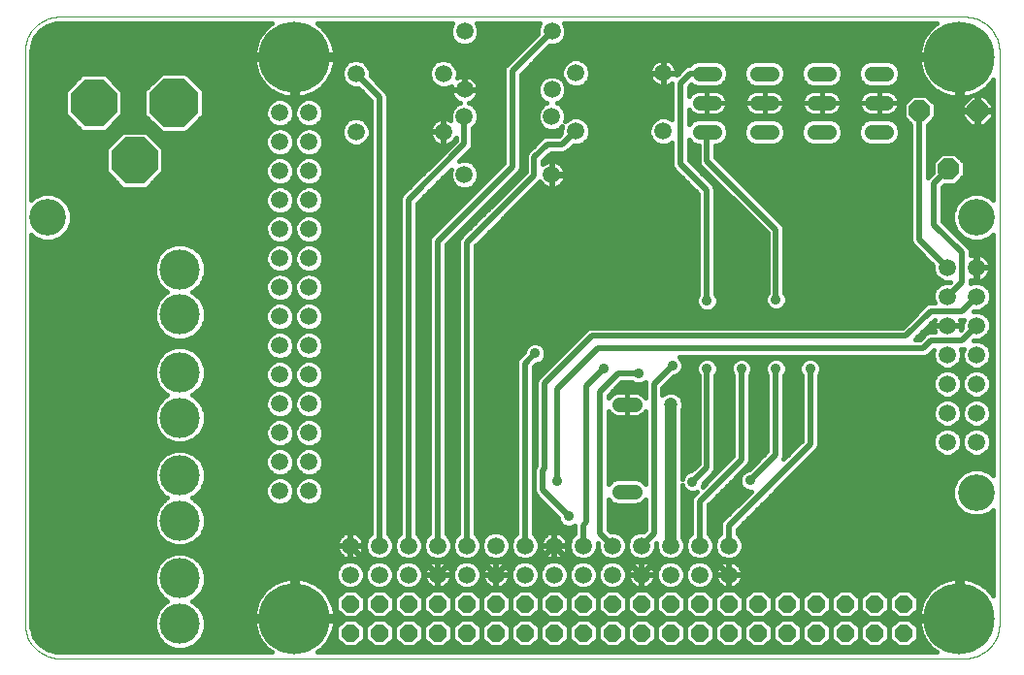
<source format=gbl>
G75*
%MOIN*%
%OFA0B0*%
%FSLAX24Y24*%
%IPPOS*%
%LPD*%
%AMOC8*
5,1,8,0,0,1.08239X$1,22.5*
%
%ADD10C,0.0039*%
%ADD11C,0.0594*%
%ADD12OC8,0.0709*%
%ADD13C,0.0515*%
%ADD14C,0.2441*%
%ADD15OC8,0.0600*%
%ADD16C,0.1378*%
%ADD17OC8,0.1660*%
%ADD18OC8,0.1575*%
%ADD19C,0.1260*%
%ADD20C,0.0472*%
%ADD21C,0.0394*%
%ADD22C,0.0197*%
%ADD23C,0.0356*%
%ADD24C,0.0157*%
D10*
X002290Y002124D02*
X033393Y002124D01*
X033459Y002126D01*
X033525Y002131D01*
X033591Y002141D01*
X033656Y002154D01*
X033720Y002170D01*
X033783Y002190D01*
X033845Y002214D01*
X033905Y002241D01*
X033964Y002271D01*
X034021Y002305D01*
X034076Y002342D01*
X034129Y002382D01*
X034180Y002424D01*
X034228Y002470D01*
X034274Y002518D01*
X034316Y002569D01*
X034356Y002622D01*
X034393Y002677D01*
X034427Y002734D01*
X034457Y002793D01*
X034484Y002853D01*
X034508Y002915D01*
X034528Y002978D01*
X034544Y003042D01*
X034557Y003107D01*
X034567Y003173D01*
X034572Y003239D01*
X034574Y003305D01*
X034574Y022990D01*
X034572Y023056D01*
X034567Y023122D01*
X034557Y023188D01*
X034544Y023253D01*
X034528Y023317D01*
X034508Y023380D01*
X034484Y023442D01*
X034457Y023502D01*
X034427Y023561D01*
X034393Y023618D01*
X034356Y023673D01*
X034316Y023726D01*
X034274Y023777D01*
X034228Y023825D01*
X034180Y023871D01*
X034129Y023913D01*
X034076Y023953D01*
X034021Y023990D01*
X033964Y024024D01*
X033905Y024054D01*
X033845Y024081D01*
X033783Y024105D01*
X033720Y024125D01*
X033656Y024141D01*
X033591Y024154D01*
X033525Y024164D01*
X033459Y024169D01*
X033393Y024171D01*
X002290Y024171D01*
X002224Y024169D01*
X002158Y024164D01*
X002092Y024154D01*
X002027Y024141D01*
X001963Y024125D01*
X001900Y024105D01*
X001838Y024081D01*
X001778Y024054D01*
X001719Y024024D01*
X001662Y023990D01*
X001607Y023953D01*
X001554Y023913D01*
X001503Y023871D01*
X001455Y023825D01*
X001409Y023777D01*
X001367Y023726D01*
X001327Y023673D01*
X001290Y023618D01*
X001256Y023561D01*
X001226Y023502D01*
X001199Y023442D01*
X001175Y023380D01*
X001155Y023317D01*
X001139Y023253D01*
X001126Y023188D01*
X001116Y023122D01*
X001111Y023056D01*
X001109Y022990D01*
X001109Y003305D01*
X001111Y003239D01*
X001116Y003173D01*
X001126Y003107D01*
X001139Y003042D01*
X001155Y002978D01*
X001175Y002915D01*
X001199Y002853D01*
X001226Y002793D01*
X001256Y002734D01*
X001290Y002677D01*
X001327Y002622D01*
X001367Y002569D01*
X001409Y002518D01*
X001455Y002470D01*
X001503Y002424D01*
X001554Y002382D01*
X001607Y002342D01*
X001662Y002305D01*
X001719Y002271D01*
X001778Y002241D01*
X001838Y002214D01*
X001900Y002190D01*
X001963Y002170D01*
X002027Y002154D01*
X002092Y002141D01*
X002158Y002131D01*
X002224Y002126D01*
X002290Y002124D01*
D11*
X009861Y007876D03*
X010861Y007876D03*
X010861Y008876D03*
X009861Y008876D03*
X009861Y009876D03*
X010861Y009876D03*
X010861Y010876D03*
X009861Y010876D03*
X009861Y011876D03*
X010861Y011876D03*
X010861Y012876D03*
X009861Y012876D03*
X009861Y013876D03*
X010861Y013876D03*
X010861Y014876D03*
X009861Y014876D03*
X009861Y015876D03*
X010861Y015876D03*
X010861Y016876D03*
X009861Y016876D03*
X009861Y017876D03*
X010861Y017876D03*
X010861Y018876D03*
X009861Y018876D03*
X009861Y019876D03*
X010861Y019876D03*
X010861Y020876D03*
X009861Y020876D03*
X012475Y020222D03*
X012475Y022222D03*
X015475Y022222D03*
X016204Y021671D03*
X016200Y020754D03*
X015475Y020222D03*
X016200Y018754D03*
X019200Y018754D03*
X020023Y020246D03*
X019200Y020754D03*
X019204Y021671D03*
X020023Y022246D03*
X019204Y023671D03*
X016204Y023671D03*
X023023Y022246D03*
X023023Y020246D03*
X032786Y015557D03*
X032786Y014557D03*
X033786Y014557D03*
X033786Y015557D03*
X033786Y013557D03*
X032786Y013557D03*
X032786Y012557D03*
X032786Y011557D03*
X033786Y011557D03*
X033786Y012557D03*
X033786Y010557D03*
X032786Y010557D03*
X032786Y009557D03*
X033786Y009557D03*
X025279Y006002D03*
X024279Y006002D03*
X024279Y005002D03*
X025279Y005002D03*
X023279Y005002D03*
X023279Y006002D03*
X022279Y006002D03*
X021279Y006002D03*
X021279Y005002D03*
X022279Y005002D03*
X020279Y005002D03*
X020279Y006002D03*
X019279Y006002D03*
X018279Y006002D03*
X018279Y005002D03*
X019279Y005002D03*
X017279Y005002D03*
X017279Y006002D03*
X016279Y006002D03*
X015279Y006002D03*
X015279Y005002D03*
X016279Y005002D03*
X014279Y005002D03*
X013279Y005002D03*
X013279Y006002D03*
X014279Y006002D03*
X012279Y006002D03*
X012279Y005002D03*
D12*
X032822Y018943D03*
X033822Y020943D03*
X031822Y020943D03*
D13*
X030697Y021218D02*
X030182Y021218D01*
X030182Y020218D02*
X030697Y020218D01*
X028729Y020218D02*
X028214Y020218D01*
X028214Y021218D02*
X028729Y021218D01*
X028729Y022218D02*
X028214Y022218D01*
X026760Y022218D02*
X026245Y022218D01*
X026245Y021218D02*
X026760Y021218D01*
X026760Y020218D02*
X026245Y020218D01*
X024792Y020218D02*
X024277Y020218D01*
X024277Y021218D02*
X024792Y021218D01*
X024792Y022218D02*
X024277Y022218D01*
X030182Y022218D02*
X030697Y022218D01*
X022036Y010852D02*
X021521Y010852D01*
X021521Y007852D02*
X022036Y007852D01*
D14*
X033196Y003502D03*
X010361Y003502D03*
X010361Y022793D03*
X033196Y022793D03*
D15*
X031279Y004002D03*
X030279Y004002D03*
X029279Y004002D03*
X028279Y004002D03*
X027279Y004002D03*
X026279Y004002D03*
X025279Y004002D03*
X024279Y004002D03*
X023279Y004002D03*
X022279Y004002D03*
X021279Y004002D03*
X020279Y004002D03*
X019279Y004002D03*
X018279Y004002D03*
X017279Y004002D03*
X016279Y004002D03*
X015279Y004002D03*
X014279Y004002D03*
X013279Y004002D03*
X012279Y004002D03*
X012279Y003002D03*
X013279Y003002D03*
X014279Y003002D03*
X015279Y003002D03*
X016279Y003002D03*
X017279Y003002D03*
X018279Y003002D03*
X019279Y003002D03*
X020279Y003002D03*
X021279Y003002D03*
X022279Y003002D03*
X023279Y003002D03*
X024279Y003002D03*
X025279Y003002D03*
X026279Y003002D03*
X027279Y003002D03*
X028279Y003002D03*
X029279Y003002D03*
X030279Y003002D03*
X031279Y003002D03*
D16*
X006424Y003313D03*
X006424Y004872D03*
X006424Y006856D03*
X006424Y008415D03*
X006424Y010400D03*
X006424Y011959D03*
X006424Y013943D03*
X006424Y015502D03*
D17*
X006227Y021218D03*
D18*
X004869Y019250D03*
X003471Y021218D03*
D19*
X001897Y017281D03*
X033786Y017281D03*
X033786Y007833D03*
D20*
X023286Y010860D03*
D21*
X023279Y010852D01*
X023279Y006002D01*
D22*
X022779Y005502D02*
X024779Y005502D01*
X025279Y005002D01*
X025279Y006002D02*
X025279Y006687D01*
X028074Y009482D01*
X028074Y012073D01*
X026897Y012081D02*
X026897Y009124D01*
X026015Y008242D01*
X025716Y008959D02*
X025007Y008250D01*
X024838Y008081D01*
X024279Y007522D01*
X024279Y006002D01*
X022779Y005502D02*
X022279Y005002D01*
X021779Y005502D01*
X019779Y005502D01*
X019279Y006002D01*
X019279Y006502D01*
X019279Y006002D02*
X018779Y005502D01*
X017779Y005502D01*
X017279Y005002D01*
X016779Y005502D01*
X015779Y005502D01*
X015279Y005002D01*
X014779Y005502D01*
X012779Y005502D01*
X012279Y006002D01*
X012279Y006502D01*
X013279Y006002D02*
X013279Y021419D01*
X012475Y022222D01*
X016200Y020754D02*
X016200Y019809D01*
X014279Y017888D01*
X014279Y006002D01*
X015279Y006002D02*
X015279Y016459D01*
X017849Y019029D01*
X017849Y022317D01*
X019204Y023671D01*
X023613Y021888D02*
X023613Y019128D01*
X024527Y018215D01*
X024527Y014415D01*
X026901Y014459D02*
X026901Y016860D01*
X024534Y019226D01*
X024534Y020218D01*
X023613Y021888D02*
X023944Y022218D01*
X024534Y022218D01*
X020023Y020246D02*
X019566Y019789D01*
X019050Y019789D01*
X018597Y019337D01*
X018597Y018726D01*
X016279Y016407D01*
X016279Y006002D01*
X018279Y006002D02*
X018279Y012262D01*
X018625Y012608D01*
X018960Y011577D02*
X020586Y013203D01*
X031365Y013203D01*
X032216Y014053D01*
X033282Y014053D01*
X033786Y014557D01*
X033286Y015057D02*
X032786Y014557D01*
X033286Y015057D02*
X033286Y016073D01*
X032330Y017029D01*
X032330Y018451D01*
X032822Y018943D01*
X031822Y020943D02*
X031822Y016522D01*
X032786Y015557D01*
X033786Y013557D02*
X033286Y013057D01*
X032231Y013057D01*
X031968Y012793D01*
X020798Y012793D01*
X019377Y011372D01*
X019377Y008230D01*
X018960Y008648D02*
X018960Y011577D01*
X020389Y011490D02*
X020991Y012092D01*
X021471Y011911D02*
X022176Y011911D01*
X022704Y011537D02*
X023349Y012183D01*
X023349Y012187D01*
X022704Y011537D02*
X022704Y006427D01*
X022279Y006002D01*
X021279Y006002D02*
X020849Y006431D01*
X020849Y011289D01*
X021471Y011911D01*
X020389Y011490D02*
X020389Y006805D01*
X020279Y006695D01*
X020279Y006002D01*
X019779Y007010D02*
X018885Y007903D01*
X018885Y008573D01*
X018960Y008648D01*
X024034Y008195D02*
X024534Y008695D01*
X024534Y012073D01*
X025716Y012081D02*
X025716Y008959D01*
D23*
X026015Y008242D03*
X027684Y008226D03*
X027684Y005470D03*
X024034Y008195D03*
X019779Y007010D03*
X019377Y008230D03*
X017842Y011376D03*
X018625Y012608D03*
X019023Y013344D03*
X020991Y012092D03*
X022176Y011911D03*
X023349Y012187D03*
X024534Y012073D03*
X025716Y012081D03*
X026897Y012081D03*
X028074Y012073D03*
X029062Y011770D03*
X030046Y010785D03*
X032605Y008226D03*
X033983Y006652D03*
X029062Y013935D03*
X026901Y014459D03*
X024527Y014415D03*
X028668Y016297D03*
X028275Y018266D03*
X031227Y017085D03*
X031227Y016494D03*
X031621Y014722D03*
X033983Y018659D03*
X029849Y023581D03*
X024928Y023581D03*
X020204Y023581D03*
X015282Y023581D03*
X012133Y023581D03*
X006227Y019053D03*
X008393Y016888D03*
X012133Y015510D03*
X012133Y018659D03*
X019023Y016691D03*
X019023Y016100D03*
X023353Y018266D03*
X012133Y012163D03*
X012133Y009211D03*
X009574Y006258D03*
X005243Y009407D03*
X001700Y008226D03*
X001700Y004486D03*
X002094Y003108D03*
X005243Y002715D03*
X001700Y011966D03*
X001700Y015903D03*
X001700Y020431D03*
X001897Y023384D03*
D24*
X001581Y023634D02*
X009241Y023634D01*
X009236Y023628D02*
X009160Y023513D01*
X009095Y023392D01*
X009042Y023265D01*
X009002Y023134D01*
X008975Y022999D01*
X008963Y022872D01*
X010282Y022872D01*
X010282Y022715D01*
X008963Y022715D01*
X008975Y022588D01*
X009002Y022453D01*
X009042Y022321D01*
X009095Y022194D01*
X009160Y022073D01*
X009236Y021959D01*
X009323Y021852D01*
X009420Y021755D01*
X009527Y021668D01*
X009641Y021592D01*
X009762Y021527D01*
X009889Y021474D01*
X010021Y021434D01*
X010156Y021408D01*
X010282Y021395D01*
X010282Y022714D01*
X010440Y022714D01*
X010440Y021395D01*
X010567Y021408D01*
X010702Y021434D01*
X010833Y021474D01*
X010960Y021527D01*
X011081Y021592D01*
X011196Y021668D01*
X011302Y021755D01*
X011399Y021852D01*
X011486Y021959D01*
X011563Y022073D01*
X011628Y022194D01*
X011680Y022321D01*
X011720Y022453D01*
X011747Y022588D01*
X011759Y022715D01*
X010440Y022715D01*
X010440Y022872D01*
X011759Y022872D01*
X011747Y022999D01*
X011720Y023134D01*
X011680Y023265D01*
X011628Y023392D01*
X011563Y023513D01*
X011486Y023628D01*
X011399Y023734D01*
X011302Y023831D01*
X011196Y023918D01*
X011142Y023955D01*
X015789Y023955D01*
X015785Y023951D01*
X015710Y023769D01*
X015710Y023573D01*
X015785Y023392D01*
X015924Y023253D01*
X016106Y023177D01*
X016302Y023177D01*
X016483Y023253D01*
X016622Y023392D01*
X016697Y023573D01*
X016697Y023769D01*
X016622Y023951D01*
X016618Y023955D01*
X018789Y023955D01*
X018785Y023951D01*
X018710Y023769D01*
X018710Y023595D01*
X017682Y022567D01*
X017599Y022484D01*
X017554Y022376D01*
X017554Y019152D01*
X015028Y016626D01*
X014983Y016517D01*
X014983Y006405D01*
X014860Y006282D01*
X014785Y006100D01*
X014785Y005904D01*
X014860Y005722D01*
X014999Y005583D01*
X015180Y005508D01*
X015377Y005508D01*
X015558Y005583D01*
X015697Y005722D01*
X015772Y005904D01*
X015772Y006100D01*
X015697Y006282D01*
X015574Y006405D01*
X015574Y016336D01*
X018017Y018779D01*
X018100Y018862D01*
X018145Y018971D01*
X018145Y022195D01*
X019128Y023177D01*
X019302Y023177D01*
X019483Y023253D01*
X019622Y023392D01*
X019697Y023573D01*
X019697Y023769D01*
X019622Y023951D01*
X019618Y023955D01*
X032416Y023955D01*
X032361Y023918D01*
X032255Y023831D01*
X032158Y023734D01*
X032071Y023628D01*
X031994Y023513D01*
X031929Y023392D01*
X031877Y023265D01*
X031837Y023134D01*
X031810Y022999D01*
X031798Y022872D01*
X033117Y022872D01*
X033117Y022715D01*
X031798Y022715D01*
X031810Y022588D01*
X031837Y022453D01*
X031877Y022321D01*
X031929Y022194D01*
X031994Y022073D01*
X032071Y021959D01*
X032158Y021852D01*
X032255Y021755D01*
X032361Y021668D01*
X032476Y021592D01*
X032597Y021527D01*
X032724Y021474D01*
X032855Y021434D01*
X032990Y021408D01*
X033117Y021395D01*
X033117Y022714D01*
X033275Y022714D01*
X033275Y021395D01*
X033401Y021408D01*
X033536Y021434D01*
X033570Y021444D01*
X033289Y021164D01*
X033289Y020982D01*
X033782Y020982D01*
X033782Y020903D01*
X033861Y020903D01*
X033861Y020410D01*
X034043Y020410D01*
X034355Y020722D01*
X034355Y020903D01*
X033861Y020903D01*
X033861Y020982D01*
X033782Y020982D01*
X033782Y021476D01*
X033672Y021476D01*
X033795Y021527D01*
X033916Y021592D01*
X034030Y021668D01*
X034137Y021755D01*
X034234Y021852D01*
X034321Y021959D01*
X034357Y022013D01*
X034357Y017880D01*
X034255Y017982D01*
X033951Y018108D01*
X033622Y018108D01*
X033318Y017982D01*
X033086Y017750D01*
X032960Y017446D01*
X032960Y017117D01*
X033086Y016813D01*
X033318Y016581D01*
X033622Y016455D01*
X033951Y016455D01*
X034255Y016581D01*
X034357Y016683D01*
X034357Y008431D01*
X034255Y008534D01*
X033951Y008659D01*
X033622Y008659D01*
X033318Y008534D01*
X033086Y008301D01*
X032960Y007997D01*
X032960Y007668D01*
X033086Y007364D01*
X033318Y007132D01*
X033622Y007006D01*
X033951Y007006D01*
X034255Y007132D01*
X034357Y007234D01*
X034357Y004282D01*
X034321Y004336D01*
X034234Y004443D01*
X034137Y004540D01*
X034030Y004627D01*
X033916Y004703D01*
X033795Y004768D01*
X033668Y004821D01*
X033536Y004861D01*
X033401Y004888D01*
X033275Y004900D01*
X033275Y003581D01*
X033117Y003581D01*
X033117Y004900D01*
X032990Y004888D01*
X032855Y004861D01*
X032724Y004821D01*
X032597Y004768D01*
X032476Y004703D01*
X032361Y004627D01*
X032255Y004540D01*
X032158Y004443D01*
X032071Y004336D01*
X031994Y004222D01*
X031929Y004101D01*
X031877Y003974D01*
X031837Y003842D01*
X031810Y003707D01*
X031798Y003581D01*
X033117Y003581D01*
X033117Y003423D01*
X031798Y003423D01*
X031810Y003296D01*
X031837Y003162D01*
X031877Y003030D01*
X031929Y002903D01*
X031994Y002782D01*
X032071Y002667D01*
X032158Y002561D01*
X032255Y002464D01*
X032361Y002377D01*
X032416Y002340D01*
X011142Y002340D01*
X011196Y002377D01*
X011302Y002464D01*
X011399Y002561D01*
X011486Y002667D01*
X011563Y002782D01*
X011628Y002903D01*
X011680Y003030D01*
X011720Y003162D01*
X011747Y003296D01*
X011759Y003423D01*
X010440Y003423D01*
X010440Y003581D01*
X010282Y003581D01*
X010282Y003423D01*
X008963Y003423D01*
X008975Y003296D01*
X009002Y003162D01*
X009042Y003030D01*
X009095Y002903D01*
X009160Y002782D01*
X009236Y002667D01*
X009323Y002561D01*
X009420Y002464D01*
X009527Y002377D01*
X009581Y002340D01*
X002290Y002340D01*
X002139Y002352D01*
X001852Y002446D01*
X001608Y002623D01*
X001431Y002867D01*
X001338Y003154D01*
X001326Y003305D01*
X001326Y016683D01*
X001428Y016581D01*
X001732Y016455D01*
X002061Y016455D01*
X002365Y016581D01*
X002598Y016813D01*
X002723Y017117D01*
X002723Y017446D01*
X002598Y017750D01*
X002365Y017982D01*
X002061Y018108D01*
X001732Y018108D01*
X001428Y017982D01*
X001326Y017880D01*
X001326Y022990D01*
X001338Y023141D01*
X001431Y023428D01*
X001608Y023672D01*
X001852Y023850D01*
X002139Y023943D01*
X002290Y023955D01*
X009581Y023955D01*
X009527Y023918D01*
X009420Y023831D01*
X009323Y023734D01*
X009236Y023628D01*
X009141Y023478D02*
X001467Y023478D01*
X001397Y023322D02*
X009066Y023322D01*
X009012Y023166D02*
X001346Y023166D01*
X001327Y023010D02*
X008978Y023010D01*
X008965Y022698D02*
X001326Y022698D01*
X001326Y022542D02*
X008984Y022542D01*
X009022Y022386D02*
X001326Y022386D01*
X001326Y022230D02*
X005787Y022230D01*
X005802Y022245D02*
X005201Y021644D01*
X005201Y020793D01*
X005802Y020192D01*
X006653Y020192D01*
X007254Y020793D01*
X007254Y021644D01*
X006653Y022245D01*
X005802Y022245D01*
X005631Y022074D02*
X004007Y022074D01*
X003879Y022203D02*
X003064Y022203D01*
X002487Y021626D01*
X002487Y020811D01*
X003064Y020234D01*
X003879Y020234D01*
X004456Y020811D01*
X004456Y021626D01*
X003879Y022203D01*
X004163Y021918D02*
X005475Y021918D01*
X005319Y021763D02*
X004319Y021763D01*
X004456Y021607D02*
X005201Y021607D01*
X005201Y021451D02*
X004456Y021451D01*
X004456Y021295D02*
X005201Y021295D01*
X005201Y021139D02*
X004456Y021139D01*
X004456Y020983D02*
X005201Y020983D01*
X005201Y020827D02*
X004456Y020827D01*
X004316Y020671D02*
X005323Y020671D01*
X005479Y020515D02*
X004160Y020515D01*
X004004Y020359D02*
X005635Y020359D01*
X005791Y020203D02*
X005308Y020203D01*
X005277Y020234D02*
X004461Y020234D01*
X003885Y019658D01*
X003885Y018842D01*
X004461Y018266D01*
X005277Y018266D01*
X005853Y018842D01*
X005853Y019658D01*
X005277Y020234D01*
X005464Y020047D02*
X009398Y020047D01*
X009368Y019974D02*
X009443Y020156D01*
X009582Y020294D01*
X009763Y020370D01*
X009959Y020370D01*
X010141Y020294D01*
X010280Y020156D01*
X010355Y019974D01*
X010355Y019778D01*
X010280Y019596D01*
X010141Y019457D01*
X009959Y019382D01*
X009763Y019382D01*
X009582Y019457D01*
X009443Y019596D01*
X009368Y019778D01*
X009368Y019974D01*
X009368Y019891D02*
X005620Y019891D01*
X005776Y019735D02*
X009385Y019735D01*
X009460Y019579D02*
X005853Y019579D01*
X005853Y019423D02*
X009665Y019423D01*
X009763Y019370D02*
X009582Y019294D01*
X009443Y019156D01*
X009368Y018974D01*
X009368Y018778D01*
X009443Y018596D01*
X009582Y018457D01*
X009763Y018382D01*
X009959Y018382D01*
X010141Y018457D01*
X010280Y018596D01*
X010355Y018778D01*
X010355Y018974D01*
X010280Y019156D01*
X010141Y019294D01*
X009959Y019370D01*
X009763Y019370D01*
X009554Y019267D02*
X005853Y019267D01*
X005853Y019111D02*
X009424Y019111D01*
X009368Y018955D02*
X005853Y018955D01*
X005810Y018799D02*
X009368Y018799D01*
X009423Y018643D02*
X005654Y018643D01*
X005498Y018487D02*
X009552Y018487D01*
X009582Y018294D02*
X009443Y018156D01*
X009368Y017974D01*
X009368Y017778D01*
X009443Y017596D01*
X009582Y017457D01*
X009763Y017382D01*
X009959Y017382D01*
X010141Y017457D01*
X010280Y017596D01*
X010355Y017778D01*
X010355Y017974D01*
X010280Y018156D01*
X010141Y018294D01*
X009959Y018370D01*
X009763Y018370D01*
X009582Y018294D01*
X009670Y018331D02*
X005342Y018331D01*
X004396Y018331D02*
X001326Y018331D01*
X001326Y018487D02*
X004240Y018487D01*
X004084Y018643D02*
X001326Y018643D01*
X001326Y018799D02*
X003928Y018799D01*
X003885Y018955D02*
X001326Y018955D01*
X001326Y019111D02*
X003885Y019111D01*
X003885Y019267D02*
X001326Y019267D01*
X001326Y019423D02*
X003885Y019423D01*
X003885Y019579D02*
X001326Y019579D01*
X001326Y019735D02*
X003962Y019735D01*
X004118Y019891D02*
X001326Y019891D01*
X001326Y020047D02*
X004274Y020047D01*
X004430Y020203D02*
X001326Y020203D01*
X001326Y020359D02*
X002939Y020359D01*
X002783Y020515D02*
X001326Y020515D01*
X001326Y020671D02*
X002627Y020671D01*
X002487Y020827D02*
X001326Y020827D01*
X001326Y020983D02*
X002487Y020983D01*
X002487Y021139D02*
X001326Y021139D01*
X001326Y021295D02*
X002487Y021295D01*
X002487Y021451D02*
X001326Y021451D01*
X001326Y021607D02*
X002487Y021607D01*
X002624Y021763D02*
X001326Y021763D01*
X001326Y021918D02*
X002780Y021918D01*
X002936Y022074D02*
X001326Y022074D01*
X001326Y022854D02*
X010282Y022854D01*
X010282Y022698D02*
X010440Y022698D01*
X010440Y022542D02*
X010282Y022542D01*
X010282Y022386D02*
X010440Y022386D01*
X010440Y022230D02*
X010282Y022230D01*
X010282Y022074D02*
X010440Y022074D01*
X010440Y021918D02*
X010282Y021918D01*
X010282Y021763D02*
X010440Y021763D01*
X010440Y021607D02*
X010282Y021607D01*
X010282Y021451D02*
X010440Y021451D01*
X010582Y021294D02*
X010443Y021156D01*
X010368Y020974D01*
X010368Y020778D01*
X010443Y020596D01*
X010582Y020457D01*
X010763Y020382D01*
X010959Y020382D01*
X011141Y020457D01*
X011280Y020596D01*
X011355Y020778D01*
X011355Y020974D01*
X011280Y021156D01*
X011141Y021294D01*
X010959Y021370D01*
X010763Y021370D01*
X010582Y021294D01*
X010582Y021295D02*
X010141Y021295D01*
X010141Y021294D02*
X009959Y021370D01*
X009763Y021370D01*
X009582Y021294D01*
X009582Y021295D02*
X007254Y021295D01*
X007254Y021451D02*
X009967Y021451D01*
X010141Y021294D02*
X010280Y021156D01*
X010355Y020974D01*
X010355Y020778D01*
X010280Y020596D01*
X010141Y020457D01*
X009959Y020382D01*
X009763Y020382D01*
X009582Y020457D01*
X009443Y020596D01*
X009368Y020778D01*
X009368Y020974D01*
X009443Y021156D01*
X009582Y021294D01*
X009436Y021139D02*
X007254Y021139D01*
X007254Y020983D02*
X009371Y020983D01*
X009368Y020827D02*
X007254Y020827D01*
X007132Y020671D02*
X009412Y020671D01*
X009524Y020515D02*
X006976Y020515D01*
X006820Y020359D02*
X009737Y020359D01*
X009986Y020359D02*
X010737Y020359D01*
X010763Y020370D02*
X010582Y020294D01*
X010443Y020156D01*
X010368Y019974D01*
X010368Y019778D01*
X010443Y019596D01*
X010582Y019457D01*
X010763Y019382D01*
X010959Y019382D01*
X011141Y019457D01*
X011280Y019596D01*
X011355Y019778D01*
X011355Y019974D01*
X011280Y020156D01*
X011141Y020294D01*
X010959Y020370D01*
X010763Y020370D01*
X010986Y020359D02*
X011997Y020359D01*
X011982Y020321D02*
X011982Y020124D01*
X012057Y019943D01*
X012196Y019804D01*
X012377Y019729D01*
X012574Y019729D01*
X012755Y019804D01*
X012894Y019943D01*
X012969Y020124D01*
X012969Y020321D01*
X012894Y020502D01*
X012755Y020641D01*
X012574Y020716D01*
X012377Y020716D01*
X012196Y020641D01*
X012057Y020502D01*
X011982Y020321D01*
X011982Y020203D02*
X011233Y020203D01*
X011325Y020047D02*
X012014Y020047D01*
X012109Y019891D02*
X011355Y019891D01*
X011337Y019735D02*
X012363Y019735D01*
X012588Y019735D02*
X012983Y019735D01*
X012983Y019891D02*
X012842Y019891D01*
X012937Y020047D02*
X012983Y020047D01*
X012969Y020203D02*
X012983Y020203D01*
X012983Y020359D02*
X012953Y020359D01*
X012983Y020515D02*
X012881Y020515D01*
X012983Y020671D02*
X012683Y020671D01*
X012983Y020827D02*
X011355Y020827D01*
X011351Y020983D02*
X012983Y020983D01*
X012983Y021139D02*
X011287Y021139D01*
X011141Y021295D02*
X012983Y021295D01*
X012983Y021297D02*
X012983Y006405D01*
X012860Y006282D01*
X012785Y006100D01*
X012785Y005904D01*
X012860Y005722D01*
X012999Y005583D01*
X013180Y005508D01*
X013377Y005508D01*
X013558Y005583D01*
X013697Y005722D01*
X013772Y005904D01*
X013772Y006100D01*
X013697Y006282D01*
X013574Y006405D01*
X013574Y021478D01*
X013529Y021586D01*
X012969Y022146D01*
X012969Y022321D01*
X012894Y022502D01*
X012755Y022641D01*
X012574Y022716D01*
X012377Y022716D01*
X012196Y022641D01*
X012057Y022502D01*
X011982Y022321D01*
X011982Y022124D01*
X012057Y021943D01*
X012196Y021804D01*
X012377Y021729D01*
X012552Y021729D01*
X012983Y021297D01*
X012830Y021451D02*
X010755Y021451D01*
X011104Y021607D02*
X012674Y021607D01*
X012296Y021763D02*
X011309Y021763D01*
X011453Y021918D02*
X012081Y021918D01*
X012002Y022074D02*
X011564Y022074D01*
X011643Y022230D02*
X011982Y022230D01*
X012009Y022386D02*
X011700Y022386D01*
X011738Y022542D02*
X012097Y022542D01*
X012334Y022698D02*
X011758Y022698D01*
X011745Y023010D02*
X018125Y023010D01*
X017969Y022854D02*
X010440Y022854D01*
X011343Y023790D02*
X015719Y023790D01*
X015710Y023634D02*
X011481Y023634D01*
X011582Y023478D02*
X015749Y023478D01*
X015854Y023322D02*
X011657Y023322D01*
X011710Y023166D02*
X018281Y023166D01*
X018437Y023322D02*
X016553Y023322D01*
X016658Y023478D02*
X018593Y023478D01*
X018710Y023634D02*
X016697Y023634D01*
X016689Y023790D02*
X018719Y023790D01*
X018783Y023946D02*
X016624Y023946D01*
X015783Y023946D02*
X011154Y023946D01*
X009568Y023946D02*
X002183Y023946D01*
X001771Y023790D02*
X009379Y023790D01*
X009080Y022230D02*
X006667Y022230D01*
X006823Y022074D02*
X009159Y022074D01*
X009269Y021918D02*
X006979Y021918D01*
X007135Y021763D02*
X009413Y021763D01*
X009619Y021607D02*
X007254Y021607D01*
X006664Y020203D02*
X009490Y020203D01*
X010198Y020515D02*
X010524Y020515D01*
X010412Y020671D02*
X010311Y020671D01*
X010355Y020827D02*
X010368Y020827D01*
X010351Y020983D02*
X010371Y020983D01*
X010436Y021139D02*
X010287Y021139D01*
X011311Y020671D02*
X012267Y020671D01*
X012069Y020515D02*
X011198Y020515D01*
X010490Y020203D02*
X010233Y020203D01*
X010325Y020047D02*
X010398Y020047D01*
X010368Y019891D02*
X010355Y019891D01*
X010337Y019735D02*
X010385Y019735D01*
X010460Y019579D02*
X010262Y019579D01*
X010057Y019423D02*
X010665Y019423D01*
X010763Y019370D02*
X010582Y019294D01*
X010443Y019156D01*
X010368Y018974D01*
X010368Y018778D01*
X010443Y018596D01*
X010582Y018457D01*
X010763Y018382D01*
X010959Y018382D01*
X011141Y018457D01*
X011280Y018596D01*
X011355Y018778D01*
X011355Y018974D01*
X011280Y019156D01*
X011141Y019294D01*
X010959Y019370D01*
X010763Y019370D01*
X010554Y019267D02*
X010169Y019267D01*
X010298Y019111D02*
X010424Y019111D01*
X010368Y018955D02*
X010355Y018955D01*
X010355Y018799D02*
X010368Y018799D01*
X010423Y018643D02*
X010299Y018643D01*
X010170Y018487D02*
X010552Y018487D01*
X010582Y018294D02*
X010443Y018156D01*
X010368Y017974D01*
X010368Y017778D01*
X010443Y017596D01*
X010582Y017457D01*
X010763Y017382D01*
X010959Y017382D01*
X011141Y017457D01*
X011280Y017596D01*
X011355Y017778D01*
X011355Y017974D01*
X011280Y018156D01*
X011141Y018294D01*
X010959Y018370D01*
X010763Y018370D01*
X010582Y018294D01*
X010670Y018331D02*
X010053Y018331D01*
X010260Y018175D02*
X010462Y018175D01*
X010386Y018019D02*
X010336Y018019D01*
X010355Y017863D02*
X010368Y017863D01*
X010397Y017707D02*
X010326Y017707D01*
X010235Y017551D02*
X010488Y017551D01*
X010582Y017294D02*
X010443Y017156D01*
X010368Y016974D01*
X010368Y016778D01*
X010443Y016596D01*
X010582Y016457D01*
X010763Y016382D01*
X010959Y016382D01*
X011141Y016457D01*
X011280Y016596D01*
X011355Y016778D01*
X011355Y016974D01*
X011280Y017156D01*
X011141Y017294D01*
X010959Y017370D01*
X010763Y017370D01*
X010582Y017294D01*
X010526Y017239D02*
X010196Y017239D01*
X010141Y017294D02*
X009959Y017370D01*
X009763Y017370D01*
X009582Y017294D01*
X009443Y017156D01*
X009368Y016974D01*
X009368Y016778D01*
X009443Y016596D01*
X009582Y016457D01*
X009763Y016382D01*
X009959Y016382D01*
X010141Y016457D01*
X010280Y016596D01*
X010355Y016778D01*
X010355Y016974D01*
X010280Y017156D01*
X010141Y017294D01*
X009990Y017395D02*
X010732Y017395D01*
X010990Y017395D02*
X012983Y017395D01*
X012983Y017239D02*
X011196Y017239D01*
X011310Y017083D02*
X012983Y017083D01*
X012983Y016927D02*
X011355Y016927D01*
X011352Y016771D02*
X012983Y016771D01*
X012983Y016615D02*
X011288Y016615D01*
X011143Y016459D02*
X012983Y016459D01*
X012983Y016303D02*
X011120Y016303D01*
X011141Y016294D02*
X010959Y016370D01*
X010763Y016370D01*
X010582Y016294D01*
X010443Y016156D01*
X010368Y015974D01*
X010368Y015778D01*
X010443Y015596D01*
X010582Y015457D01*
X010763Y015382D01*
X010959Y015382D01*
X011141Y015457D01*
X011280Y015596D01*
X011355Y015778D01*
X011355Y015974D01*
X011280Y016156D01*
X011141Y016294D01*
X011283Y016147D02*
X012983Y016147D01*
X012983Y015991D02*
X011348Y015991D01*
X011355Y015835D02*
X012983Y015835D01*
X012983Y015679D02*
X011314Y015679D01*
X011207Y015523D02*
X012983Y015523D01*
X012983Y015367D02*
X010965Y015367D01*
X010959Y015370D02*
X010763Y015370D01*
X010582Y015294D01*
X010443Y015156D01*
X010368Y014974D01*
X010368Y014778D01*
X010443Y014596D01*
X010582Y014457D01*
X010763Y014382D01*
X010959Y014382D01*
X011141Y014457D01*
X011280Y014596D01*
X011355Y014778D01*
X011355Y014974D01*
X011280Y015156D01*
X011141Y015294D01*
X010959Y015370D01*
X010757Y015367D02*
X009965Y015367D01*
X009959Y015370D02*
X009763Y015370D01*
X009582Y015294D01*
X009443Y015156D01*
X009368Y014974D01*
X009368Y014778D01*
X009443Y014596D01*
X009582Y014457D01*
X009763Y014382D01*
X009959Y014382D01*
X010141Y014457D01*
X010280Y014596D01*
X010355Y014778D01*
X010355Y014974D01*
X010280Y015156D01*
X010141Y015294D01*
X009959Y015370D01*
X009959Y015382D02*
X010141Y015457D01*
X010280Y015596D01*
X010355Y015778D01*
X010355Y015974D01*
X010280Y016156D01*
X010141Y016294D01*
X009959Y016370D01*
X009763Y016370D01*
X009582Y016294D01*
X009443Y016156D01*
X009368Y015974D01*
X009368Y015778D01*
X009443Y015596D01*
X009582Y015457D01*
X009763Y015382D01*
X009959Y015382D01*
X009757Y015367D02*
X007310Y015367D01*
X007310Y015326D02*
X007175Y015000D01*
X006926Y014751D01*
X006857Y014722D01*
X006926Y014694D01*
X007175Y014445D01*
X007310Y014119D01*
X007310Y013767D01*
X007175Y013441D01*
X006926Y013192D01*
X006600Y013057D01*
X006248Y013057D01*
X005922Y013192D01*
X005673Y013441D01*
X005538Y013767D01*
X005538Y014119D01*
X005673Y014445D01*
X005922Y014694D01*
X005991Y014722D01*
X005922Y014751D01*
X005673Y015000D01*
X005538Y015326D01*
X005538Y015678D01*
X005673Y016004D01*
X005922Y016253D01*
X006248Y016388D01*
X006600Y016388D01*
X006926Y016253D01*
X007175Y016004D01*
X007310Y015678D01*
X007310Y015326D01*
X007263Y015211D02*
X009498Y015211D01*
X009401Y015055D02*
X007198Y015055D01*
X007074Y014899D02*
X009368Y014899D01*
X009382Y014743D02*
X006908Y014743D01*
X007032Y014587D02*
X009452Y014587D01*
X009644Y014431D02*
X007181Y014431D01*
X007245Y014275D02*
X009563Y014275D01*
X009582Y014294D02*
X009443Y014156D01*
X009368Y013974D01*
X009368Y013778D01*
X009443Y013596D01*
X009582Y013457D01*
X009763Y013382D01*
X009959Y013382D01*
X010141Y013457D01*
X010280Y013596D01*
X010355Y013778D01*
X010355Y013974D01*
X010280Y014156D01*
X010141Y014294D01*
X009959Y014370D01*
X009763Y014370D01*
X009582Y014294D01*
X009428Y014119D02*
X007310Y014119D01*
X007310Y013963D02*
X009368Y013963D01*
X009368Y013807D02*
X007310Y013807D01*
X007262Y013652D02*
X009420Y013652D01*
X009543Y013496D02*
X007198Y013496D01*
X007074Y013340D02*
X009690Y013340D01*
X009763Y013370D02*
X009582Y013294D01*
X009443Y013156D01*
X009368Y012974D01*
X009368Y012778D01*
X009443Y012596D01*
X009582Y012457D01*
X009763Y012382D01*
X009959Y012382D01*
X010141Y012457D01*
X010280Y012596D01*
X010355Y012778D01*
X010355Y012974D01*
X010280Y013156D01*
X010141Y013294D01*
X009959Y013370D01*
X009763Y013370D01*
X010032Y013340D02*
X010690Y013340D01*
X010763Y013370D02*
X010582Y013294D01*
X010443Y013156D01*
X010368Y012974D01*
X010368Y012778D01*
X010443Y012596D01*
X010582Y012457D01*
X010763Y012382D01*
X010959Y012382D01*
X011141Y012457D01*
X011280Y012596D01*
X011355Y012778D01*
X011355Y012974D01*
X011280Y013156D01*
X011141Y013294D01*
X010959Y013370D01*
X010763Y013370D01*
X010763Y013382D02*
X010959Y013382D01*
X011141Y013457D01*
X011280Y013596D01*
X011355Y013778D01*
X011355Y013974D01*
X011280Y014156D01*
X011141Y014294D01*
X010959Y014370D01*
X010763Y014370D01*
X010582Y014294D01*
X010443Y014156D01*
X010368Y013974D01*
X010368Y013778D01*
X010443Y013596D01*
X010582Y013457D01*
X010763Y013382D01*
X010543Y013496D02*
X010179Y013496D01*
X010303Y013652D02*
X010420Y013652D01*
X010368Y013807D02*
X010355Y013807D01*
X010355Y013963D02*
X010368Y013963D01*
X010428Y014119D02*
X010295Y014119D01*
X010160Y014275D02*
X010563Y014275D01*
X010644Y014431D02*
X010078Y014431D01*
X010271Y014587D02*
X010452Y014587D01*
X010382Y014743D02*
X010341Y014743D01*
X010355Y014899D02*
X010368Y014899D01*
X010401Y015055D02*
X010321Y015055D01*
X010224Y015211D02*
X010498Y015211D01*
X010516Y015523D02*
X010207Y015523D01*
X010314Y015679D02*
X010408Y015679D01*
X010368Y015835D02*
X010355Y015835D01*
X010348Y015991D02*
X010375Y015991D01*
X010439Y016147D02*
X010283Y016147D01*
X010120Y016303D02*
X010603Y016303D01*
X010580Y016459D02*
X010143Y016459D01*
X010288Y016615D02*
X010435Y016615D01*
X010370Y016771D02*
X010352Y016771D01*
X010355Y016927D02*
X010368Y016927D01*
X010413Y017083D02*
X010310Y017083D01*
X009732Y017395D02*
X002723Y017395D01*
X002723Y017239D02*
X009526Y017239D01*
X009413Y017083D02*
X002709Y017083D01*
X002645Y016927D02*
X009368Y016927D01*
X009370Y016771D02*
X002556Y016771D01*
X002400Y016615D02*
X009435Y016615D01*
X009580Y016459D02*
X002072Y016459D01*
X001721Y016459D02*
X001326Y016459D01*
X001326Y016303D02*
X006044Y016303D01*
X005817Y016147D02*
X001326Y016147D01*
X001326Y015991D02*
X005668Y015991D01*
X005603Y015835D02*
X001326Y015835D01*
X001326Y015679D02*
X005539Y015679D01*
X005538Y015523D02*
X001326Y015523D01*
X001326Y015367D02*
X005538Y015367D01*
X005586Y015211D02*
X001326Y015211D01*
X001326Y015055D02*
X005650Y015055D01*
X005774Y014899D02*
X001326Y014899D01*
X001326Y014743D02*
X005941Y014743D01*
X005816Y014587D02*
X001326Y014587D01*
X001326Y014431D02*
X005668Y014431D01*
X005603Y014275D02*
X001326Y014275D01*
X001326Y014119D02*
X005539Y014119D01*
X005538Y013963D02*
X001326Y013963D01*
X001326Y013807D02*
X005538Y013807D01*
X005586Y013652D02*
X001326Y013652D01*
X001326Y013496D02*
X005651Y013496D01*
X005775Y013340D02*
X001326Y013340D01*
X001326Y013184D02*
X005942Y013184D01*
X006248Y012844D02*
X005922Y012710D01*
X005673Y012460D01*
X005538Y012135D01*
X005538Y011782D01*
X005673Y011457D01*
X005922Y011208D01*
X005991Y011179D01*
X005922Y011151D01*
X005673Y010901D01*
X005538Y010576D01*
X005538Y010223D01*
X005673Y009898D01*
X005922Y009649D01*
X006248Y009514D01*
X006600Y009514D01*
X006926Y009649D01*
X007175Y009898D01*
X007310Y010223D01*
X007310Y010576D01*
X007175Y010901D01*
X006926Y011151D01*
X006857Y011179D01*
X006926Y011208D01*
X007175Y011457D01*
X007310Y011782D01*
X007310Y012135D01*
X007175Y012460D01*
X006926Y012710D01*
X006600Y012844D01*
X006248Y012844D01*
X005937Y012716D02*
X001326Y012716D01*
X001326Y012872D02*
X009368Y012872D01*
X009390Y013028D02*
X001326Y013028D01*
X001326Y012560D02*
X005773Y012560D01*
X005650Y012404D02*
X001326Y012404D01*
X001326Y012248D02*
X005585Y012248D01*
X005538Y012092D02*
X001326Y012092D01*
X001326Y011936D02*
X005538Y011936D01*
X005539Y011780D02*
X001326Y011780D01*
X001326Y011624D02*
X005604Y011624D01*
X005669Y011468D02*
X001326Y011468D01*
X001326Y011312D02*
X005818Y011312D01*
X005935Y011156D02*
X001326Y011156D01*
X001326Y011000D02*
X005772Y011000D01*
X005649Y010844D02*
X001326Y010844D01*
X001326Y010688D02*
X005585Y010688D01*
X005538Y010532D02*
X001326Y010532D01*
X001326Y010376D02*
X005538Y010376D01*
X005540Y010220D02*
X001326Y010220D01*
X001326Y010064D02*
X005604Y010064D01*
X005669Y009908D02*
X001326Y009908D01*
X001326Y009752D02*
X005819Y009752D01*
X006049Y009596D02*
X001326Y009596D01*
X001326Y009440D02*
X009623Y009440D01*
X009582Y009457D02*
X009763Y009382D01*
X009959Y009382D01*
X010141Y009457D01*
X010280Y009596D01*
X010355Y009778D01*
X010355Y009974D01*
X010280Y010156D01*
X010141Y010294D01*
X009959Y010370D01*
X009763Y010370D01*
X009582Y010294D01*
X009443Y010156D01*
X009368Y009974D01*
X009368Y009778D01*
X009443Y009596D01*
X006799Y009596D01*
X007029Y009752D02*
X009378Y009752D01*
X009368Y009908D02*
X007179Y009908D01*
X007244Y010064D02*
X009405Y010064D01*
X009507Y010220D02*
X007309Y010220D01*
X007310Y010376D02*
X012983Y010376D01*
X012983Y010532D02*
X011215Y010532D01*
X011280Y010596D02*
X011355Y010778D01*
X011355Y010974D01*
X011280Y011156D01*
X011141Y011294D01*
X010959Y011370D01*
X010763Y011370D01*
X010582Y011294D01*
X010443Y011156D01*
X010280Y011156D01*
X010141Y011294D01*
X009959Y011370D01*
X009763Y011370D01*
X009582Y011294D01*
X009443Y011156D01*
X006913Y011156D01*
X007030Y011312D02*
X009623Y011312D01*
X009582Y011457D02*
X009763Y011382D01*
X009959Y011382D01*
X010141Y011457D01*
X010280Y011596D01*
X010355Y011778D01*
X010355Y011974D01*
X010280Y012156D01*
X010141Y012294D01*
X009959Y012370D01*
X009763Y012370D01*
X009582Y012294D01*
X009443Y012156D01*
X009368Y011974D01*
X009368Y011778D01*
X009443Y011596D01*
X009582Y011457D01*
X009571Y011468D02*
X007180Y011468D01*
X007244Y011624D02*
X009431Y011624D01*
X009368Y011780D02*
X007309Y011780D01*
X007310Y011936D02*
X009368Y011936D01*
X009416Y012092D02*
X007310Y012092D01*
X007263Y012248D02*
X009535Y012248D01*
X009711Y012404D02*
X007199Y012404D01*
X007076Y012560D02*
X009479Y012560D01*
X009393Y012716D02*
X006911Y012716D01*
X006906Y013184D02*
X009471Y013184D01*
X010252Y013184D02*
X010471Y013184D01*
X010390Y013028D02*
X010333Y013028D01*
X010355Y012872D02*
X010368Y012872D01*
X010393Y012716D02*
X010329Y012716D01*
X010243Y012560D02*
X010479Y012560D01*
X010711Y012404D02*
X010011Y012404D01*
X010188Y012248D02*
X010535Y012248D01*
X010582Y012294D02*
X010443Y012156D01*
X010368Y011974D01*
X010368Y011778D01*
X010443Y011596D01*
X010582Y011457D01*
X010763Y011382D01*
X010959Y011382D01*
X011141Y011457D01*
X011280Y011596D01*
X011355Y011778D01*
X011355Y011974D01*
X011280Y012156D01*
X011141Y012294D01*
X010959Y012370D01*
X010763Y012370D01*
X010582Y012294D01*
X010416Y012092D02*
X010306Y012092D01*
X010355Y011936D02*
X010368Y011936D01*
X010355Y011780D02*
X010368Y011780D01*
X010431Y011624D02*
X010291Y011624D01*
X010151Y011468D02*
X010571Y011468D01*
X010623Y011312D02*
X010099Y011312D01*
X010280Y011156D02*
X010355Y010974D01*
X010355Y010778D01*
X010280Y010596D01*
X010141Y010457D01*
X009959Y010382D01*
X009763Y010382D01*
X009582Y010457D01*
X009443Y010596D01*
X009368Y010778D01*
X009368Y010974D01*
X009443Y011156D01*
X009378Y011000D02*
X007077Y011000D01*
X007199Y010844D02*
X009368Y010844D01*
X009405Y010688D02*
X007264Y010688D01*
X007310Y010532D02*
X009507Y010532D01*
X010215Y010532D02*
X010507Y010532D01*
X010443Y010596D02*
X010582Y010457D01*
X010763Y010382D01*
X010959Y010382D01*
X011141Y010457D01*
X011280Y010596D01*
X011318Y010688D02*
X012983Y010688D01*
X012983Y010844D02*
X011355Y010844D01*
X011344Y011000D02*
X012983Y011000D01*
X012983Y011156D02*
X011280Y011156D01*
X011099Y011312D02*
X012983Y011312D01*
X012983Y011468D02*
X011151Y011468D01*
X011291Y011624D02*
X012983Y011624D01*
X012983Y011780D02*
X011355Y011780D01*
X011355Y011936D02*
X012983Y011936D01*
X012983Y012092D02*
X011306Y012092D01*
X011188Y012248D02*
X012983Y012248D01*
X012983Y012404D02*
X011011Y012404D01*
X011243Y012560D02*
X012983Y012560D01*
X012983Y012716D02*
X011329Y012716D01*
X011355Y012872D02*
X012983Y012872D01*
X012983Y013028D02*
X011333Y013028D01*
X011252Y013184D02*
X012983Y013184D01*
X012983Y013340D02*
X011032Y013340D01*
X011179Y013496D02*
X012983Y013496D01*
X012983Y013652D02*
X011303Y013652D01*
X011355Y013807D02*
X012983Y013807D01*
X012983Y013963D02*
X011355Y013963D01*
X011295Y014119D02*
X012983Y014119D01*
X012983Y014275D02*
X011160Y014275D01*
X011078Y014431D02*
X012983Y014431D01*
X012983Y014587D02*
X011271Y014587D01*
X011341Y014743D02*
X012983Y014743D01*
X012983Y014899D02*
X011355Y014899D01*
X011321Y015055D02*
X012983Y015055D01*
X012983Y015211D02*
X011224Y015211D01*
X009516Y015523D02*
X007310Y015523D01*
X007310Y015679D02*
X009408Y015679D01*
X009368Y015835D02*
X007245Y015835D01*
X007180Y015991D02*
X009375Y015991D01*
X009439Y016147D02*
X007032Y016147D01*
X006805Y016303D02*
X009603Y016303D01*
X009488Y017551D02*
X002680Y017551D01*
X002615Y017707D02*
X009397Y017707D01*
X009368Y017863D02*
X002484Y017863D01*
X002277Y018019D02*
X009386Y018019D01*
X009462Y018175D02*
X001326Y018175D01*
X001326Y018019D02*
X001517Y018019D01*
X001394Y016615D02*
X001326Y016615D01*
X010215Y010220D02*
X010507Y010220D01*
X010443Y010156D02*
X010368Y009974D01*
X010368Y009778D01*
X010443Y009596D01*
X010280Y009596D01*
X010443Y009596D02*
X010582Y009457D01*
X010763Y009382D01*
X010959Y009382D01*
X011141Y009457D01*
X011280Y009596D01*
X011355Y009778D01*
X011355Y009974D01*
X011280Y010156D01*
X011141Y010294D01*
X010959Y010370D01*
X010763Y010370D01*
X010582Y010294D01*
X010443Y010156D01*
X010405Y010064D02*
X010318Y010064D01*
X010355Y009908D02*
X010368Y009908D01*
X010378Y009752D02*
X010344Y009752D01*
X010099Y009440D02*
X010623Y009440D01*
X010582Y009294D02*
X010763Y009370D01*
X010959Y009370D01*
X011141Y009294D01*
X011280Y009156D01*
X011355Y008974D01*
X011355Y008778D01*
X011280Y008596D01*
X011141Y008457D01*
X010959Y008382D01*
X010763Y008382D01*
X010582Y008457D01*
X010443Y008596D01*
X010368Y008778D01*
X010368Y008974D01*
X010443Y009156D01*
X010582Y009294D01*
X010571Y009284D02*
X010151Y009284D01*
X010141Y009294D02*
X009959Y009370D01*
X009763Y009370D01*
X009582Y009294D01*
X009443Y009156D01*
X009368Y008974D01*
X009368Y008778D01*
X009443Y008596D01*
X009582Y008457D01*
X009763Y008382D01*
X009959Y008382D01*
X010141Y008457D01*
X010280Y008596D01*
X010355Y008778D01*
X010355Y008974D01*
X010280Y009156D01*
X010141Y009294D01*
X010291Y009128D02*
X010431Y009128D01*
X010368Y008972D02*
X010355Y008972D01*
X010355Y008816D02*
X010368Y008816D01*
X010416Y008660D02*
X010306Y008660D01*
X010188Y008504D02*
X010535Y008504D01*
X010582Y008294D02*
X010443Y008156D01*
X010368Y007974D01*
X010368Y007778D01*
X010443Y007596D01*
X010582Y007457D01*
X010763Y007382D01*
X010959Y007382D01*
X011141Y007457D01*
X011280Y007596D01*
X011355Y007778D01*
X011355Y007974D01*
X011280Y008156D01*
X011141Y008294D01*
X010959Y008370D01*
X010763Y008370D01*
X010582Y008294D01*
X010711Y008348D02*
X010011Y008348D01*
X009959Y008370D02*
X009763Y008370D01*
X009582Y008294D01*
X009443Y008156D01*
X009368Y007974D01*
X009368Y007778D01*
X009443Y007596D01*
X009582Y007457D01*
X009763Y007382D01*
X009959Y007382D01*
X010141Y007457D01*
X010280Y007596D01*
X010355Y007778D01*
X010355Y007974D01*
X010280Y008156D01*
X010141Y008294D01*
X009959Y008370D01*
X009711Y008348D02*
X007310Y008348D01*
X007310Y008239D02*
X007175Y007914D01*
X006926Y007664D01*
X006857Y007636D01*
X006926Y007607D01*
X007175Y007358D01*
X007310Y007032D01*
X007310Y006680D01*
X007175Y006354D01*
X006926Y006105D01*
X006600Y005970D01*
X006248Y005970D01*
X005922Y006105D01*
X005673Y006354D01*
X005538Y006680D01*
X005538Y007032D01*
X005673Y007358D01*
X005922Y007607D01*
X005991Y007636D01*
X005922Y007664D01*
X005673Y007914D01*
X005538Y008239D01*
X005538Y008591D01*
X005673Y008917D01*
X005922Y009166D01*
X006248Y009301D01*
X006600Y009301D01*
X006926Y009166D01*
X007175Y008917D01*
X007310Y008591D01*
X007310Y008239D01*
X007291Y008192D02*
X009479Y008192D01*
X009393Y008036D02*
X007226Y008036D01*
X007142Y007880D02*
X009368Y007880D01*
X009390Y007724D02*
X006986Y007724D01*
X006965Y007568D02*
X009471Y007568D01*
X009690Y007412D02*
X007121Y007412D01*
X007217Y007256D02*
X012983Y007256D01*
X012983Y007100D02*
X007282Y007100D01*
X007310Y006944D02*
X012983Y006944D01*
X012983Y006788D02*
X007310Y006788D01*
X007290Y006632D02*
X012983Y006632D01*
X012983Y006476D02*
X012323Y006476D01*
X012316Y006477D02*
X012298Y006477D01*
X012298Y006022D01*
X012259Y006022D01*
X012259Y006477D01*
X012241Y006477D01*
X012167Y006466D01*
X012096Y006443D01*
X012029Y006409D01*
X011969Y006365D01*
X011916Y006312D01*
X011872Y006251D01*
X011838Y006184D01*
X011815Y006113D01*
X011803Y006039D01*
X011803Y006022D01*
X012259Y006022D01*
X012259Y005982D01*
X012298Y005982D01*
X012298Y005526D01*
X012316Y005526D01*
X012390Y005538D01*
X012461Y005561D01*
X012528Y005595D01*
X012588Y005639D01*
X012641Y005692D01*
X012685Y005753D01*
X012719Y005819D01*
X012742Y005891D01*
X012754Y005964D01*
X012754Y005982D01*
X012298Y005982D01*
X012298Y006022D01*
X012754Y006022D01*
X012754Y006039D01*
X012742Y006113D01*
X012719Y006184D01*
X012685Y006251D01*
X012641Y006312D01*
X012588Y006365D01*
X012528Y006409D01*
X012461Y006443D01*
X012390Y006466D01*
X012316Y006477D01*
X012298Y006476D02*
X012259Y006476D01*
X012234Y006476D02*
X007226Y006476D01*
X007141Y006320D02*
X011924Y006320D01*
X011831Y006164D02*
X006985Y006164D01*
X006692Y006008D02*
X012259Y006008D01*
X012259Y005982D02*
X011803Y005982D01*
X011803Y005964D01*
X011815Y005891D01*
X011838Y005819D01*
X011872Y005753D01*
X011916Y005692D01*
X011969Y005639D01*
X012029Y005595D01*
X012096Y005561D01*
X012167Y005538D01*
X012241Y005526D01*
X012259Y005526D01*
X012259Y005982D01*
X012298Y006008D02*
X012785Y006008D01*
X012806Y005852D02*
X012730Y005852D01*
X012645Y005697D02*
X012886Y005697D01*
X013102Y005541D02*
X012398Y005541D01*
X012377Y005496D02*
X012180Y005496D01*
X011999Y005420D01*
X011860Y005282D01*
X011785Y005100D01*
X011785Y004904D01*
X011860Y004722D01*
X011999Y004583D01*
X012180Y004508D01*
X012377Y004508D01*
X012558Y004583D01*
X012697Y004722D01*
X012772Y004904D01*
X012772Y005100D01*
X012697Y005282D01*
X012558Y005420D01*
X012377Y005496D01*
X012298Y005541D02*
X012259Y005541D01*
X012159Y005541D02*
X007008Y005541D01*
X006926Y005623D02*
X006600Y005758D01*
X006248Y005758D01*
X005922Y005623D01*
X005673Y005374D01*
X005538Y005048D01*
X005538Y004696D01*
X005673Y004370D01*
X005922Y004121D01*
X005991Y004092D01*
X005922Y004064D01*
X005673Y003815D01*
X005538Y003489D01*
X005538Y003137D01*
X005673Y002811D01*
X005922Y002562D01*
X006248Y002427D01*
X006600Y002427D01*
X006926Y002562D01*
X007175Y002811D01*
X007310Y003137D01*
X007310Y003489D01*
X007175Y003815D01*
X006926Y004064D01*
X006857Y004092D01*
X006926Y004121D01*
X007175Y004370D01*
X007310Y004696D01*
X007310Y005048D01*
X007175Y005374D01*
X006926Y005623D01*
X006748Y005697D02*
X011913Y005697D01*
X011827Y005852D02*
X001326Y005852D01*
X001326Y005697D02*
X006100Y005697D01*
X005840Y005541D02*
X001326Y005541D01*
X001326Y005385D02*
X005684Y005385D01*
X005613Y005229D02*
X001326Y005229D01*
X001326Y005073D02*
X005548Y005073D01*
X005538Y004917D02*
X001326Y004917D01*
X001326Y004761D02*
X005538Y004761D01*
X005576Y004605D02*
X001326Y004605D01*
X001326Y004449D02*
X005641Y004449D01*
X005751Y004293D02*
X001326Y004293D01*
X001326Y004137D02*
X005907Y004137D01*
X005839Y003981D02*
X001326Y003981D01*
X001326Y003825D02*
X005683Y003825D01*
X005613Y003669D02*
X001326Y003669D01*
X001326Y003513D02*
X005548Y003513D01*
X005538Y003357D02*
X001326Y003357D01*
X001334Y003201D02*
X005538Y003201D01*
X005576Y003045D02*
X001373Y003045D01*
X001424Y002889D02*
X005641Y002889D01*
X005752Y002733D02*
X001528Y002733D01*
X001672Y002577D02*
X005907Y002577D01*
X006941Y002577D02*
X009310Y002577D01*
X009192Y002733D02*
X007097Y002733D01*
X007207Y002889D02*
X009102Y002889D01*
X009038Y003045D02*
X007272Y003045D01*
X007310Y003201D02*
X008994Y003201D01*
X008970Y003357D02*
X007310Y003357D01*
X007300Y003513D02*
X010282Y003513D01*
X010282Y003581D02*
X008963Y003581D01*
X008975Y003707D01*
X009002Y003842D01*
X009042Y003974D01*
X009095Y004101D01*
X009160Y004222D01*
X009236Y004336D01*
X009323Y004443D01*
X009420Y004540D01*
X009527Y004627D01*
X009641Y004703D01*
X009762Y004768D01*
X009889Y004821D01*
X010021Y004861D01*
X010156Y004888D01*
X010282Y004900D01*
X010282Y003581D01*
X010282Y003669D02*
X010440Y003669D01*
X010440Y003581D02*
X010440Y004900D01*
X010567Y004888D01*
X010702Y004861D01*
X010833Y004821D01*
X010960Y004768D01*
X011081Y004703D01*
X011196Y004627D01*
X011302Y004540D01*
X011399Y004443D01*
X011486Y004336D01*
X011563Y004222D01*
X011628Y004101D01*
X011680Y003974D01*
X011720Y003842D01*
X011747Y003707D01*
X011759Y003581D01*
X010440Y003581D01*
X010440Y003513D02*
X012065Y003513D01*
X012073Y003505D02*
X012484Y003505D01*
X012775Y003796D01*
X012775Y004208D01*
X012484Y004499D01*
X012073Y004499D01*
X011782Y004208D01*
X011782Y003796D01*
X012073Y003505D01*
X012073Y003499D02*
X011782Y003208D01*
X011782Y002796D01*
X012073Y002505D01*
X012484Y002505D01*
X012775Y002796D01*
X012775Y003208D01*
X012484Y003499D01*
X012073Y003499D01*
X011931Y003357D02*
X011753Y003357D01*
X011728Y003201D02*
X011782Y003201D01*
X011782Y003045D02*
X011685Y003045D01*
X011620Y002889D02*
X011782Y002889D01*
X011845Y002733D02*
X011530Y002733D01*
X011412Y002577D02*
X012001Y002577D01*
X012556Y002577D02*
X013001Y002577D01*
X013073Y002505D02*
X013484Y002505D01*
X013775Y002796D01*
X013775Y003208D01*
X013484Y003499D01*
X013073Y003499D01*
X012782Y003208D01*
X012782Y002796D01*
X013073Y002505D01*
X012845Y002733D02*
X012712Y002733D01*
X012775Y002889D02*
X012782Y002889D01*
X012775Y003045D02*
X012782Y003045D01*
X012775Y003201D02*
X012782Y003201D01*
X012931Y003357D02*
X012626Y003357D01*
X012492Y003513D02*
X013065Y003513D01*
X013073Y003505D02*
X013484Y003505D01*
X013775Y003796D01*
X013775Y004208D01*
X013484Y004499D01*
X013073Y004499D01*
X012782Y004208D01*
X012782Y003796D01*
X013073Y003505D01*
X012909Y003669D02*
X012648Y003669D01*
X012775Y003825D02*
X012782Y003825D01*
X012775Y003981D02*
X012782Y003981D01*
X012775Y004137D02*
X012782Y004137D01*
X012867Y004293D02*
X012690Y004293D01*
X012534Y004449D02*
X013023Y004449D01*
X012999Y004583D02*
X013180Y004508D01*
X013377Y004508D01*
X013558Y004583D01*
X013697Y004722D01*
X013772Y004904D01*
X013772Y005100D01*
X013697Y005282D01*
X013558Y005420D01*
X013377Y005496D01*
X013180Y005496D01*
X012999Y005420D01*
X012860Y005282D01*
X012785Y005100D01*
X012785Y004904D01*
X012860Y004722D01*
X012999Y004583D01*
X012978Y004605D02*
X012579Y004605D01*
X012713Y004761D02*
X012844Y004761D01*
X012785Y004917D02*
X012772Y004917D01*
X012772Y005073D02*
X012785Y005073D01*
X012838Y005229D02*
X012719Y005229D01*
X012594Y005385D02*
X012963Y005385D01*
X013455Y005541D02*
X014102Y005541D01*
X014180Y005508D02*
X014377Y005508D01*
X014558Y005583D01*
X014697Y005722D01*
X014772Y005904D01*
X014772Y006100D01*
X014697Y006282D01*
X014574Y006405D01*
X014574Y017765D01*
X015738Y018930D01*
X015706Y018852D01*
X015706Y018656D01*
X015781Y018474D01*
X015920Y018335D01*
X016102Y018260D01*
X016298Y018260D01*
X016479Y018335D01*
X016618Y018474D01*
X016694Y018656D01*
X016694Y018852D01*
X016618Y019034D01*
X016479Y019172D01*
X016298Y019248D01*
X016102Y019248D01*
X016024Y019215D01*
X016367Y019559D01*
X016450Y019642D01*
X016495Y019750D01*
X016495Y020351D01*
X016618Y020474D01*
X016694Y020656D01*
X016694Y020852D01*
X016618Y021034D01*
X016479Y021172D01*
X016360Y021222D01*
X016386Y021230D01*
X016453Y021264D01*
X016514Y021308D01*
X016566Y021361D01*
X016611Y021422D01*
X016644Y021489D01*
X016668Y021560D01*
X016679Y021634D01*
X016679Y021652D01*
X016223Y021652D01*
X016223Y021691D01*
X016184Y021691D01*
X016184Y022147D01*
X016166Y022147D01*
X016092Y022135D01*
X016021Y022112D01*
X015954Y022078D01*
X015948Y022073D01*
X015969Y022124D01*
X015969Y022321D01*
X015894Y022502D01*
X015755Y022641D01*
X015574Y022716D01*
X015377Y022716D01*
X015196Y022641D01*
X015057Y022502D01*
X014982Y022321D01*
X014982Y022124D01*
X015057Y021943D01*
X015196Y021804D01*
X015377Y021729D01*
X015574Y021729D01*
X015745Y021800D01*
X015740Y021783D01*
X015728Y021709D01*
X015728Y021691D01*
X016184Y021691D01*
X016184Y021652D01*
X015728Y021652D01*
X015728Y021634D01*
X015740Y021560D01*
X015763Y021489D01*
X015797Y021422D01*
X015841Y021361D01*
X015894Y021308D01*
X015954Y021264D01*
X016021Y021230D01*
X016043Y021223D01*
X015920Y021172D01*
X015781Y021034D01*
X015706Y020852D01*
X015706Y020656D01*
X015715Y020634D01*
X015658Y020663D01*
X015587Y020686D01*
X015513Y020698D01*
X015495Y020698D01*
X015495Y020242D01*
X015456Y020242D01*
X015456Y020698D01*
X015438Y020698D01*
X015364Y020686D01*
X015293Y020663D01*
X015226Y020629D01*
X015166Y020585D01*
X015113Y020532D01*
X015069Y020472D01*
X015035Y020405D01*
X015012Y020334D01*
X015000Y020260D01*
X015000Y020242D01*
X015456Y020242D01*
X015456Y020203D01*
X013574Y020203D01*
X013574Y020359D02*
X015020Y020359D01*
X015000Y020203D02*
X015000Y020185D01*
X015012Y020111D01*
X015035Y020040D01*
X015069Y019973D01*
X015113Y019913D01*
X015166Y019860D01*
X015226Y019816D01*
X015293Y019782D01*
X015364Y019758D01*
X015438Y019747D01*
X015456Y019747D01*
X015456Y020203D01*
X015495Y020203D01*
X015495Y019747D01*
X015513Y019747D01*
X015587Y019758D01*
X015658Y019782D01*
X015725Y019816D01*
X015785Y019860D01*
X015838Y019913D01*
X015882Y019973D01*
X015905Y020017D01*
X015905Y019931D01*
X014028Y018055D01*
X013983Y017946D01*
X013983Y006405D01*
X013860Y006282D01*
X013785Y006100D01*
X013785Y005904D01*
X013860Y005722D01*
X013999Y005583D01*
X014180Y005508D01*
X014180Y005496D02*
X013999Y005420D01*
X013860Y005282D01*
X013785Y005100D01*
X013785Y004904D01*
X013860Y004722D01*
X013999Y004583D01*
X014180Y004508D01*
X014377Y004508D01*
X014558Y004583D01*
X014697Y004722D01*
X014772Y004904D01*
X014772Y005100D01*
X014697Y005282D01*
X014558Y005420D01*
X014377Y005496D01*
X014180Y005496D01*
X013963Y005385D02*
X013594Y005385D01*
X013719Y005229D02*
X013838Y005229D01*
X013785Y005073D02*
X013772Y005073D01*
X013772Y004917D02*
X013785Y004917D01*
X013844Y004761D02*
X013713Y004761D01*
X013579Y004605D02*
X013978Y004605D01*
X014073Y004499D02*
X013782Y004208D01*
X013782Y003796D01*
X014073Y003505D01*
X014484Y003505D01*
X014775Y003796D01*
X014775Y004208D01*
X014484Y004499D01*
X014073Y004499D01*
X014023Y004449D02*
X013534Y004449D01*
X013690Y004293D02*
X013867Y004293D01*
X013782Y004137D02*
X013775Y004137D01*
X013775Y003981D02*
X013782Y003981D01*
X013775Y003825D02*
X013782Y003825D01*
X013909Y003669D02*
X013648Y003669D01*
X013492Y003513D02*
X014065Y003513D01*
X014073Y003499D02*
X013782Y003208D01*
X013782Y002796D01*
X014073Y002505D01*
X014484Y002505D01*
X014775Y002796D01*
X014775Y003208D01*
X014484Y003499D01*
X014073Y003499D01*
X013931Y003357D02*
X013626Y003357D01*
X013775Y003201D02*
X013782Y003201D01*
X013775Y003045D02*
X013782Y003045D01*
X013775Y002889D02*
X013782Y002889D01*
X013845Y002733D02*
X013712Y002733D01*
X013556Y002577D02*
X014001Y002577D01*
X014556Y002577D02*
X015001Y002577D01*
X015073Y002505D02*
X015484Y002505D01*
X015775Y002796D01*
X015775Y003208D01*
X015484Y003499D01*
X015073Y003499D01*
X014782Y003208D01*
X014782Y002796D01*
X015073Y002505D01*
X014845Y002733D02*
X014712Y002733D01*
X014775Y002889D02*
X014782Y002889D01*
X014775Y003045D02*
X014782Y003045D01*
X014775Y003201D02*
X014782Y003201D01*
X014931Y003357D02*
X014626Y003357D01*
X014492Y003513D02*
X015065Y003513D01*
X015073Y003505D02*
X015484Y003505D01*
X015775Y003796D01*
X015775Y004208D01*
X015484Y004499D01*
X015073Y004499D01*
X014782Y004208D01*
X014782Y003796D01*
X015073Y003505D01*
X014909Y003669D02*
X014648Y003669D01*
X014775Y003825D02*
X014782Y003825D01*
X014775Y003981D02*
X014782Y003981D01*
X014775Y004137D02*
X014782Y004137D01*
X014867Y004293D02*
X014690Y004293D01*
X014534Y004449D02*
X015023Y004449D01*
X015096Y004561D02*
X015167Y004538D01*
X015241Y004526D01*
X015259Y004526D01*
X015259Y004982D01*
X015298Y004982D01*
X015298Y004526D01*
X015316Y004526D01*
X015390Y004538D01*
X015461Y004561D01*
X015528Y004595D01*
X015588Y004639D01*
X015641Y004692D01*
X015685Y004753D01*
X015719Y004819D01*
X015742Y004891D01*
X015754Y004964D01*
X015754Y004982D01*
X015298Y004982D01*
X015298Y005022D01*
X015259Y005022D01*
X015259Y005477D01*
X015241Y005477D01*
X015167Y005466D01*
X015096Y005443D01*
X015029Y005409D01*
X014969Y005365D01*
X014916Y005312D01*
X014872Y005251D01*
X014838Y005184D01*
X014815Y005113D01*
X014803Y005039D01*
X014803Y005022D01*
X015259Y005022D01*
X015259Y004982D01*
X014803Y004982D01*
X014803Y004964D01*
X014815Y004891D01*
X014838Y004819D01*
X014872Y004753D01*
X014916Y004692D01*
X014969Y004639D01*
X015029Y004595D01*
X015096Y004561D01*
X015016Y004605D02*
X014579Y004605D01*
X014713Y004761D02*
X014868Y004761D01*
X014811Y004917D02*
X014772Y004917D01*
X014772Y005073D02*
X014808Y005073D01*
X014860Y005229D02*
X014719Y005229D01*
X014594Y005385D02*
X014996Y005385D01*
X015102Y005541D02*
X014455Y005541D01*
X014671Y005697D02*
X014886Y005697D01*
X014806Y005852D02*
X014751Y005852D01*
X014772Y006008D02*
X014785Y006008D01*
X014811Y006164D02*
X014746Y006164D01*
X014658Y006320D02*
X014899Y006320D01*
X014983Y006476D02*
X014574Y006476D01*
X014574Y006632D02*
X014983Y006632D01*
X014983Y006788D02*
X014574Y006788D01*
X014574Y006944D02*
X014983Y006944D01*
X014983Y007100D02*
X014574Y007100D01*
X014574Y007256D02*
X014983Y007256D01*
X014983Y007412D02*
X014574Y007412D01*
X014574Y007568D02*
X014983Y007568D01*
X014983Y007724D02*
X014574Y007724D01*
X014574Y007880D02*
X014983Y007880D01*
X014983Y008036D02*
X014574Y008036D01*
X014574Y008192D02*
X014983Y008192D01*
X014983Y008348D02*
X014574Y008348D01*
X014574Y008504D02*
X014983Y008504D01*
X014983Y008660D02*
X014574Y008660D01*
X014574Y008816D02*
X014983Y008816D01*
X014983Y008972D02*
X014574Y008972D01*
X014574Y009128D02*
X014983Y009128D01*
X014983Y009284D02*
X014574Y009284D01*
X014574Y009440D02*
X014983Y009440D01*
X014983Y009596D02*
X014574Y009596D01*
X014574Y009752D02*
X014983Y009752D01*
X014983Y009908D02*
X014574Y009908D01*
X014574Y010064D02*
X014983Y010064D01*
X014983Y010220D02*
X014574Y010220D01*
X014574Y010376D02*
X014983Y010376D01*
X014983Y010532D02*
X014574Y010532D01*
X014574Y010688D02*
X014983Y010688D01*
X014983Y010844D02*
X014574Y010844D01*
X014574Y011000D02*
X014983Y011000D01*
X014983Y011156D02*
X014574Y011156D01*
X014574Y011312D02*
X014983Y011312D01*
X014983Y011468D02*
X014574Y011468D01*
X014574Y011624D02*
X014983Y011624D01*
X014983Y011780D02*
X014574Y011780D01*
X014574Y011936D02*
X014983Y011936D01*
X014983Y012092D02*
X014574Y012092D01*
X014574Y012248D02*
X014983Y012248D01*
X014983Y012404D02*
X014574Y012404D01*
X014574Y012560D02*
X014983Y012560D01*
X014983Y012716D02*
X014574Y012716D01*
X014574Y012872D02*
X014983Y012872D01*
X014983Y013028D02*
X014574Y013028D01*
X014574Y013184D02*
X014983Y013184D01*
X014983Y013340D02*
X014574Y013340D01*
X014574Y013496D02*
X014983Y013496D01*
X014983Y013652D02*
X014574Y013652D01*
X014574Y013807D02*
X014983Y013807D01*
X014983Y013963D02*
X014574Y013963D01*
X014574Y014119D02*
X014983Y014119D01*
X014983Y014275D02*
X014574Y014275D01*
X014574Y014431D02*
X014983Y014431D01*
X014983Y014587D02*
X014574Y014587D01*
X014574Y014743D02*
X014983Y014743D01*
X014983Y014899D02*
X014574Y014899D01*
X014574Y015055D02*
X014983Y015055D01*
X014983Y015211D02*
X014574Y015211D01*
X014574Y015367D02*
X014983Y015367D01*
X014983Y015523D02*
X014574Y015523D01*
X014574Y015679D02*
X014983Y015679D01*
X014983Y015835D02*
X014574Y015835D01*
X014574Y015991D02*
X014983Y015991D01*
X014983Y016147D02*
X014574Y016147D01*
X014574Y016303D02*
X014983Y016303D01*
X014983Y016459D02*
X014574Y016459D01*
X014574Y016615D02*
X015024Y016615D01*
X015173Y016771D02*
X014574Y016771D01*
X014574Y016927D02*
X015329Y016927D01*
X015485Y017083D02*
X014574Y017083D01*
X014574Y017239D02*
X015641Y017239D01*
X015797Y017395D02*
X014574Y017395D01*
X014574Y017551D02*
X015953Y017551D01*
X016109Y017707D02*
X014574Y017707D01*
X014671Y017863D02*
X016265Y017863D01*
X016421Y018019D02*
X014827Y018019D01*
X014983Y018175D02*
X016577Y018175D01*
X016469Y018331D02*
X016733Y018331D01*
X016624Y018487D02*
X016889Y018487D01*
X017045Y018643D02*
X016688Y018643D01*
X016694Y018799D02*
X017201Y018799D01*
X017357Y018955D02*
X016651Y018955D01*
X016541Y019111D02*
X017513Y019111D01*
X017554Y019267D02*
X016075Y019267D01*
X016231Y019423D02*
X017554Y019423D01*
X017554Y019579D02*
X016387Y019579D01*
X016489Y019735D02*
X017554Y019735D01*
X017554Y019891D02*
X016495Y019891D01*
X016495Y020047D02*
X017554Y020047D01*
X017554Y020203D02*
X016495Y020203D01*
X016503Y020359D02*
X017554Y020359D01*
X017554Y020515D02*
X016635Y020515D01*
X016694Y020671D02*
X017554Y020671D01*
X017554Y020827D02*
X016694Y020827D01*
X016639Y020983D02*
X017554Y020983D01*
X017554Y021139D02*
X016513Y021139D01*
X016494Y021295D02*
X017554Y021295D01*
X017554Y021451D02*
X016625Y021451D01*
X016675Y021607D02*
X017554Y021607D01*
X017554Y021763D02*
X016671Y021763D01*
X016668Y021783D02*
X016644Y021854D01*
X016611Y021920D01*
X016566Y021981D01*
X016514Y022034D01*
X016453Y022078D01*
X016386Y022112D01*
X016315Y022135D01*
X016241Y022147D01*
X016223Y022147D01*
X016223Y021691D01*
X016679Y021691D01*
X016679Y021709D01*
X016668Y021783D01*
X016612Y021918D02*
X017554Y021918D01*
X017554Y022074D02*
X016458Y022074D01*
X016223Y022074D02*
X016184Y022074D01*
X016184Y021918D02*
X016223Y021918D01*
X016223Y021763D02*
X016184Y021763D01*
X015949Y022074D02*
X015950Y022074D01*
X015969Y022230D02*
X017554Y022230D01*
X017559Y022386D02*
X015942Y022386D01*
X015854Y022542D02*
X017657Y022542D01*
X017813Y022698D02*
X015616Y022698D01*
X015334Y022698D02*
X012616Y022698D01*
X012854Y022542D02*
X015097Y022542D01*
X015009Y022386D02*
X012942Y022386D01*
X012969Y022230D02*
X014982Y022230D01*
X015002Y022074D02*
X013041Y022074D01*
X013197Y021918D02*
X015081Y021918D01*
X015296Y021763D02*
X013353Y021763D01*
X013509Y021607D02*
X015732Y021607D01*
X015737Y021763D02*
X015655Y021763D01*
X015782Y021451D02*
X013574Y021451D01*
X013574Y021295D02*
X015913Y021295D01*
X015886Y021139D02*
X013574Y021139D01*
X013574Y020983D02*
X015760Y020983D01*
X015706Y020827D02*
X013574Y020827D01*
X013574Y020671D02*
X015316Y020671D01*
X015456Y020671D02*
X015495Y020671D01*
X015635Y020671D02*
X015706Y020671D01*
X015495Y020515D02*
X015456Y020515D01*
X015456Y020359D02*
X015495Y020359D01*
X015456Y020203D02*
X015000Y020203D01*
X015032Y020047D02*
X013574Y020047D01*
X013574Y019891D02*
X015134Y019891D01*
X015456Y019891D02*
X015495Y019891D01*
X015495Y020047D02*
X015456Y020047D01*
X015816Y019891D02*
X015864Y019891D01*
X015708Y019735D02*
X013574Y019735D01*
X013574Y019579D02*
X015552Y019579D01*
X015396Y019423D02*
X013574Y019423D01*
X013574Y019267D02*
X015240Y019267D01*
X015084Y019111D02*
X013574Y019111D01*
X013574Y018955D02*
X014928Y018955D01*
X014772Y018799D02*
X013574Y018799D01*
X013574Y018643D02*
X014616Y018643D01*
X014460Y018487D02*
X013574Y018487D01*
X013574Y018331D02*
X014304Y018331D01*
X014148Y018175D02*
X013574Y018175D01*
X013574Y018019D02*
X014013Y018019D01*
X013983Y017863D02*
X013574Y017863D01*
X013574Y017707D02*
X013983Y017707D01*
X013983Y017551D02*
X013574Y017551D01*
X013574Y017395D02*
X013983Y017395D01*
X013983Y017239D02*
X013574Y017239D01*
X013574Y017083D02*
X013983Y017083D01*
X013983Y016927D02*
X013574Y016927D01*
X013574Y016771D02*
X013983Y016771D01*
X013983Y016615D02*
X013574Y016615D01*
X013574Y016459D02*
X013983Y016459D01*
X013983Y016303D02*
X013574Y016303D01*
X013574Y016147D02*
X013983Y016147D01*
X013983Y015991D02*
X013574Y015991D01*
X013574Y015835D02*
X013983Y015835D01*
X013983Y015679D02*
X013574Y015679D01*
X013574Y015523D02*
X013983Y015523D01*
X013983Y015367D02*
X013574Y015367D01*
X013574Y015211D02*
X013983Y015211D01*
X013983Y015055D02*
X013574Y015055D01*
X013574Y014899D02*
X013983Y014899D01*
X013983Y014743D02*
X013574Y014743D01*
X013574Y014587D02*
X013983Y014587D01*
X013983Y014431D02*
X013574Y014431D01*
X013574Y014275D02*
X013983Y014275D01*
X013983Y014119D02*
X013574Y014119D01*
X013574Y013963D02*
X013983Y013963D01*
X013983Y013807D02*
X013574Y013807D01*
X013574Y013652D02*
X013983Y013652D01*
X013983Y013496D02*
X013574Y013496D01*
X013574Y013340D02*
X013983Y013340D01*
X013983Y013184D02*
X013574Y013184D01*
X013574Y013028D02*
X013983Y013028D01*
X013983Y012872D02*
X013574Y012872D01*
X013574Y012716D02*
X013983Y012716D01*
X013983Y012560D02*
X013574Y012560D01*
X013574Y012404D02*
X013983Y012404D01*
X013983Y012248D02*
X013574Y012248D01*
X013574Y012092D02*
X013983Y012092D01*
X013983Y011936D02*
X013574Y011936D01*
X013574Y011780D02*
X013983Y011780D01*
X013983Y011624D02*
X013574Y011624D01*
X013574Y011468D02*
X013983Y011468D01*
X013983Y011312D02*
X013574Y011312D01*
X013574Y011156D02*
X013983Y011156D01*
X013983Y011000D02*
X013574Y011000D01*
X013574Y010844D02*
X013983Y010844D01*
X013983Y010688D02*
X013574Y010688D01*
X013574Y010532D02*
X013983Y010532D01*
X013983Y010376D02*
X013574Y010376D01*
X013574Y010220D02*
X013983Y010220D01*
X013983Y010064D02*
X013574Y010064D01*
X013574Y009908D02*
X013983Y009908D01*
X013983Y009752D02*
X013574Y009752D01*
X013574Y009596D02*
X013983Y009596D01*
X013983Y009440D02*
X013574Y009440D01*
X013574Y009284D02*
X013983Y009284D01*
X013983Y009128D02*
X013574Y009128D01*
X013574Y008972D02*
X013983Y008972D01*
X013983Y008816D02*
X013574Y008816D01*
X013574Y008660D02*
X013983Y008660D01*
X013983Y008504D02*
X013574Y008504D01*
X013574Y008348D02*
X013983Y008348D01*
X013983Y008192D02*
X013574Y008192D01*
X013574Y008036D02*
X013983Y008036D01*
X013983Y007880D02*
X013574Y007880D01*
X013574Y007724D02*
X013983Y007724D01*
X013983Y007568D02*
X013574Y007568D01*
X013574Y007412D02*
X013983Y007412D01*
X013983Y007256D02*
X013574Y007256D01*
X013574Y007100D02*
X013983Y007100D01*
X013983Y006944D02*
X013574Y006944D01*
X013574Y006788D02*
X013983Y006788D01*
X013983Y006632D02*
X013574Y006632D01*
X013574Y006476D02*
X013983Y006476D01*
X013899Y006320D02*
X013658Y006320D01*
X013746Y006164D02*
X013811Y006164D01*
X013785Y006008D02*
X013772Y006008D01*
X013751Y005852D02*
X013806Y005852D01*
X013886Y005697D02*
X013671Y005697D01*
X012811Y006164D02*
X012726Y006164D01*
X012633Y006320D02*
X012899Y006320D01*
X012298Y006320D02*
X012259Y006320D01*
X012259Y006164D02*
X012298Y006164D01*
X012298Y005852D02*
X012259Y005852D01*
X012259Y005697D02*
X012298Y005697D01*
X011963Y005385D02*
X007164Y005385D01*
X007235Y005229D02*
X011838Y005229D01*
X011785Y005073D02*
X007300Y005073D01*
X007310Y004917D02*
X011785Y004917D01*
X011844Y004761D02*
X010975Y004761D01*
X011223Y004605D02*
X011978Y004605D01*
X012023Y004449D02*
X011393Y004449D01*
X011516Y004293D02*
X011867Y004293D01*
X011782Y004137D02*
X011608Y004137D01*
X011677Y003981D02*
X011782Y003981D01*
X011782Y003825D02*
X011724Y003825D01*
X011751Y003669D02*
X011909Y003669D01*
X010440Y003825D02*
X010282Y003825D01*
X010282Y003981D02*
X010440Y003981D01*
X010440Y004137D02*
X010282Y004137D01*
X010282Y004293D02*
X010440Y004293D01*
X010440Y004449D02*
X010282Y004449D01*
X010282Y004605D02*
X010440Y004605D01*
X010440Y004761D02*
X010282Y004761D01*
X009748Y004761D02*
X007310Y004761D01*
X007272Y004605D02*
X009499Y004605D01*
X009329Y004449D02*
X007208Y004449D01*
X007098Y004293D02*
X009207Y004293D01*
X009114Y004137D02*
X006942Y004137D01*
X007009Y003981D02*
X009045Y003981D01*
X008999Y003825D02*
X007165Y003825D01*
X007236Y003669D02*
X008972Y003669D01*
X009473Y002421D02*
X001928Y002421D01*
X001326Y006008D02*
X006156Y006008D01*
X005863Y006164D02*
X001326Y006164D01*
X001326Y006320D02*
X005707Y006320D01*
X005623Y006476D02*
X001326Y006476D01*
X001326Y006632D02*
X005558Y006632D01*
X005538Y006788D02*
X001326Y006788D01*
X001326Y006944D02*
X005538Y006944D01*
X005567Y007100D02*
X001326Y007100D01*
X001326Y007256D02*
X005631Y007256D01*
X005728Y007412D02*
X001326Y007412D01*
X001326Y007568D02*
X005884Y007568D01*
X005862Y007724D02*
X001326Y007724D01*
X001326Y007880D02*
X005707Y007880D01*
X005622Y008036D02*
X001326Y008036D01*
X001326Y008192D02*
X005558Y008192D01*
X005538Y008348D02*
X001326Y008348D01*
X001326Y008504D02*
X005538Y008504D01*
X005567Y008660D02*
X001326Y008660D01*
X001326Y008816D02*
X005631Y008816D01*
X005728Y008972D02*
X001326Y008972D01*
X001326Y009128D02*
X005884Y009128D01*
X006207Y009284D02*
X001326Y009284D01*
X006642Y009284D02*
X009571Y009284D01*
X009582Y009457D02*
X009443Y009596D01*
X009431Y009128D02*
X006964Y009128D01*
X007120Y008972D02*
X009368Y008972D01*
X009368Y008816D02*
X007217Y008816D01*
X007282Y008660D02*
X009416Y008660D01*
X009535Y008504D02*
X007310Y008504D01*
X010032Y007412D02*
X010690Y007412D01*
X010471Y007568D02*
X010252Y007568D01*
X010333Y007724D02*
X010390Y007724D01*
X010368Y007880D02*
X010355Y007880D01*
X010329Y008036D02*
X010393Y008036D01*
X010479Y008192D02*
X010243Y008192D01*
X011011Y008348D02*
X012983Y008348D01*
X012983Y008192D02*
X011243Y008192D01*
X011329Y008036D02*
X012983Y008036D01*
X012983Y007880D02*
X011355Y007880D01*
X011333Y007724D02*
X012983Y007724D01*
X012983Y007568D02*
X011252Y007568D01*
X011032Y007412D02*
X012983Y007412D01*
X012983Y008504D02*
X011188Y008504D01*
X011306Y008660D02*
X012983Y008660D01*
X012983Y008816D02*
X011355Y008816D01*
X011355Y008972D02*
X012983Y008972D01*
X012983Y009128D02*
X011291Y009128D01*
X011151Y009284D02*
X012983Y009284D01*
X012983Y009440D02*
X011099Y009440D01*
X011280Y009596D02*
X012983Y009596D01*
X012983Y009752D02*
X011344Y009752D01*
X011355Y009908D02*
X012983Y009908D01*
X012983Y010064D02*
X011318Y010064D01*
X011215Y010220D02*
X012983Y010220D01*
X010443Y010596D02*
X010368Y010778D01*
X010368Y010974D01*
X010443Y011156D01*
X010378Y011000D02*
X010344Y011000D01*
X010355Y010844D02*
X010368Y010844D01*
X010405Y010688D02*
X010318Y010688D01*
X015574Y010688D02*
X015983Y010688D01*
X015983Y010844D02*
X015574Y010844D01*
X015574Y011000D02*
X015983Y011000D01*
X015983Y011156D02*
X015574Y011156D01*
X015574Y011312D02*
X015983Y011312D01*
X015983Y011468D02*
X015574Y011468D01*
X015574Y011624D02*
X015983Y011624D01*
X015983Y011780D02*
X015574Y011780D01*
X015574Y011936D02*
X015983Y011936D01*
X015983Y012092D02*
X015574Y012092D01*
X015574Y012248D02*
X015983Y012248D01*
X015983Y012404D02*
X015574Y012404D01*
X015574Y012560D02*
X015983Y012560D01*
X015983Y012716D02*
X015574Y012716D01*
X015574Y012872D02*
X015983Y012872D01*
X015983Y013028D02*
X015574Y013028D01*
X015574Y013184D02*
X015983Y013184D01*
X015983Y013340D02*
X015574Y013340D01*
X015574Y013496D02*
X015983Y013496D01*
X015983Y013652D02*
X015574Y013652D01*
X015574Y013807D02*
X015983Y013807D01*
X015983Y013963D02*
X015574Y013963D01*
X015574Y014119D02*
X015983Y014119D01*
X015983Y014275D02*
X015574Y014275D01*
X015574Y014431D02*
X015983Y014431D01*
X015983Y014587D02*
X015574Y014587D01*
X015574Y014743D02*
X015983Y014743D01*
X015983Y014899D02*
X015574Y014899D01*
X015574Y015055D02*
X015983Y015055D01*
X015983Y015211D02*
X015574Y015211D01*
X015574Y015367D02*
X015983Y015367D01*
X015983Y015523D02*
X015574Y015523D01*
X015574Y015679D02*
X015983Y015679D01*
X015983Y015835D02*
X015574Y015835D01*
X015574Y015991D02*
X015983Y015991D01*
X015983Y016147D02*
X015574Y016147D01*
X015574Y016303D02*
X015983Y016303D01*
X015983Y016459D02*
X015697Y016459D01*
X015853Y016615D02*
X016069Y016615D01*
X016028Y016575D02*
X015983Y016466D01*
X015983Y006405D01*
X015860Y006282D01*
X015785Y006100D01*
X015785Y005904D01*
X015860Y005722D01*
X015999Y005583D01*
X016180Y005508D01*
X016377Y005508D01*
X016558Y005583D01*
X016697Y005722D01*
X016772Y005904D01*
X016772Y006100D01*
X016697Y006282D01*
X016574Y006405D01*
X016574Y016285D01*
X018765Y018476D01*
X018793Y018504D01*
X018837Y018444D01*
X018890Y018391D01*
X018951Y018347D01*
X019017Y018313D01*
X019088Y018290D01*
X019162Y018278D01*
X019180Y018278D01*
X019180Y018734D01*
X019219Y018734D01*
X019219Y018278D01*
X019237Y018278D01*
X019311Y018290D01*
X019382Y018313D01*
X019449Y018347D01*
X019510Y018391D01*
X019563Y018444D01*
X019607Y018505D01*
X019641Y018571D01*
X019664Y018643D01*
X023681Y018643D01*
X023837Y018487D02*
X019594Y018487D01*
X019664Y018643D02*
X019675Y018716D01*
X019675Y018734D01*
X019219Y018734D01*
X019219Y018774D01*
X019180Y018774D01*
X019180Y019229D01*
X019162Y019229D01*
X019088Y019218D01*
X019017Y019195D01*
X018951Y019161D01*
X018893Y019119D01*
X018893Y019214D01*
X019173Y019494D01*
X019625Y019494D01*
X019733Y019539D01*
X019816Y019622D01*
X019947Y019752D01*
X020121Y019752D01*
X020302Y019827D01*
X020441Y019966D01*
X020516Y020148D01*
X020516Y020344D01*
X020441Y020526D01*
X020302Y020665D01*
X020121Y020740D01*
X019924Y020740D01*
X019743Y020665D01*
X019665Y020586D01*
X019694Y020656D01*
X019694Y020852D01*
X019618Y021034D01*
X019479Y021172D01*
X019385Y021212D01*
X019483Y021253D01*
X019622Y021392D01*
X019697Y021573D01*
X019697Y021769D01*
X019624Y021946D01*
X019743Y021827D01*
X019924Y021752D01*
X020121Y021752D01*
X020302Y021827D01*
X020441Y021966D01*
X020516Y022148D01*
X020516Y022344D01*
X020441Y022526D01*
X020302Y022665D01*
X020121Y022740D01*
X019924Y022740D01*
X019743Y022665D01*
X019604Y022526D01*
X019529Y022344D01*
X019529Y022148D01*
X019602Y021971D01*
X019483Y022090D01*
X019302Y022165D01*
X019106Y022165D01*
X018924Y022090D01*
X018785Y021951D01*
X018710Y021769D01*
X018710Y021573D01*
X018785Y021392D01*
X018924Y021253D01*
X019019Y021213D01*
X018920Y021172D01*
X018781Y021034D01*
X018706Y020852D01*
X018706Y020656D01*
X018781Y020474D01*
X018920Y020335D01*
X019102Y020260D01*
X019298Y020260D01*
X019479Y020335D01*
X019558Y020414D01*
X019529Y020344D01*
X019529Y020170D01*
X019444Y020085D01*
X018991Y020085D01*
X018883Y020040D01*
X018430Y019587D01*
X018347Y019504D01*
X018302Y019395D01*
X018302Y018849D01*
X016028Y016575D01*
X016009Y016771D02*
X016225Y016771D01*
X016165Y016927D02*
X016381Y016927D01*
X016321Y017083D02*
X016537Y017083D01*
X016477Y017239D02*
X016693Y017239D01*
X016633Y017395D02*
X016849Y017395D01*
X016789Y017551D02*
X017005Y017551D01*
X016945Y017707D02*
X017161Y017707D01*
X017101Y017863D02*
X017317Y017863D01*
X017256Y018019D02*
X017473Y018019D01*
X017412Y018175D02*
X017628Y018175D01*
X017568Y018331D02*
X017784Y018331D01*
X017724Y018487D02*
X017940Y018487D01*
X017880Y018643D02*
X018096Y018643D01*
X018017Y018779D02*
X018017Y018779D01*
X018036Y018799D02*
X018252Y018799D01*
X018302Y018955D02*
X018138Y018955D01*
X018145Y019111D02*
X018302Y019111D01*
X018302Y019267D02*
X018145Y019267D01*
X018145Y019423D02*
X018314Y019423D01*
X018422Y019579D02*
X018145Y019579D01*
X018145Y019735D02*
X018578Y019735D01*
X018734Y019891D02*
X018145Y019891D01*
X018145Y020047D02*
X018900Y020047D01*
X018897Y020359D02*
X018145Y020359D01*
X018145Y020515D02*
X018765Y020515D01*
X018706Y020671D02*
X018145Y020671D01*
X018145Y020827D02*
X018706Y020827D01*
X018760Y020983D02*
X018145Y020983D01*
X018145Y021139D02*
X018886Y021139D01*
X018882Y021295D02*
X018145Y021295D01*
X018145Y021451D02*
X018761Y021451D01*
X018710Y021607D02*
X018145Y021607D01*
X018145Y021763D02*
X018710Y021763D01*
X018772Y021918D02*
X018145Y021918D01*
X018145Y022074D02*
X018909Y022074D01*
X018337Y022386D02*
X019546Y022386D01*
X019529Y022230D02*
X018181Y022230D01*
X018493Y022542D02*
X019621Y022542D01*
X019825Y022698D02*
X018649Y022698D01*
X018804Y022854D02*
X033117Y022854D01*
X033117Y022698D02*
X033275Y022698D01*
X033275Y022542D02*
X033117Y022542D01*
X033117Y022386D02*
X033275Y022386D01*
X033275Y022230D02*
X033117Y022230D01*
X033117Y022074D02*
X033275Y022074D01*
X033275Y021918D02*
X033117Y021918D01*
X033117Y021763D02*
X033275Y021763D01*
X033275Y021607D02*
X033117Y021607D01*
X033117Y021451D02*
X033275Y021451D01*
X033420Y021295D02*
X032250Y021295D01*
X032373Y021171D02*
X032050Y021494D01*
X031594Y021494D01*
X031271Y021171D01*
X031271Y020715D01*
X031527Y020459D01*
X031527Y016463D01*
X031572Y016354D01*
X031655Y016271D01*
X032293Y015633D01*
X032293Y015459D01*
X032368Y015277D01*
X032507Y015138D01*
X032688Y015063D01*
X032875Y015063D01*
X032863Y015051D01*
X032688Y015051D01*
X032507Y014976D01*
X032368Y014837D01*
X032293Y014655D01*
X032293Y014459D01*
X032338Y014348D01*
X032157Y014348D01*
X032048Y014303D01*
X031243Y013498D01*
X020527Y013498D01*
X020418Y013453D01*
X020335Y013370D01*
X018709Y011744D01*
X018664Y011635D01*
X018664Y008770D01*
X018635Y008740D01*
X018590Y008632D01*
X018590Y007845D01*
X018635Y007736D01*
X018718Y007653D01*
X019404Y006967D01*
X019404Y006935D01*
X019461Y006797D01*
X019566Y006692D01*
X019704Y006635D01*
X019853Y006635D01*
X019983Y006689D01*
X019983Y006405D01*
X019860Y006282D01*
X019785Y006100D01*
X019785Y005904D01*
X019860Y005722D01*
X019999Y005583D01*
X020180Y005508D01*
X020377Y005508D01*
X020558Y005583D01*
X020697Y005722D01*
X020772Y005904D01*
X020772Y006091D01*
X020785Y006078D01*
X020785Y005904D01*
X020860Y005722D01*
X020999Y005583D01*
X021180Y005508D01*
X021377Y005508D01*
X021558Y005583D01*
X021697Y005722D01*
X021772Y005904D01*
X021772Y006100D01*
X021697Y006282D01*
X021558Y006420D01*
X021377Y006496D01*
X021202Y006496D01*
X021145Y006553D01*
X021145Y007586D01*
X021264Y007467D01*
X021431Y007398D01*
X022126Y007398D01*
X022293Y007467D01*
X022408Y007582D01*
X022408Y006549D01*
X022355Y006496D01*
X022180Y006496D01*
X021999Y006420D01*
X021860Y006282D01*
X021785Y006100D01*
X021785Y005904D01*
X021860Y005722D01*
X021999Y005583D01*
X022180Y005508D01*
X022377Y005508D01*
X022558Y005583D01*
X022697Y005722D01*
X022772Y005904D01*
X022772Y006078D01*
X022785Y006091D01*
X022785Y005904D01*
X022860Y005722D01*
X022999Y005583D01*
X023180Y005508D01*
X023377Y005508D01*
X023558Y005583D01*
X023697Y005722D01*
X023772Y005904D01*
X023772Y006100D01*
X023697Y006282D01*
X023672Y006306D01*
X023672Y008089D01*
X023717Y007982D01*
X023822Y007877D01*
X023960Y007820D01*
X024109Y007820D01*
X024195Y007855D01*
X024028Y007689D01*
X023983Y007580D01*
X023983Y006405D01*
X023860Y006282D01*
X023785Y006100D01*
X023785Y005904D01*
X023860Y005722D01*
X023999Y005583D01*
X024180Y005508D01*
X024377Y005508D01*
X024558Y005583D01*
X024697Y005722D01*
X024772Y005904D01*
X024772Y006100D01*
X024697Y006282D01*
X024574Y006405D01*
X024574Y007399D01*
X025005Y007830D01*
X025174Y008000D01*
X025966Y008791D01*
X026011Y008900D01*
X026011Y011846D01*
X026033Y011868D01*
X026091Y012006D01*
X026091Y012155D01*
X026033Y012293D01*
X025928Y012399D01*
X025790Y012456D01*
X025641Y012456D01*
X025503Y012399D01*
X025398Y012293D01*
X025341Y012155D01*
X025341Y012006D01*
X025398Y011868D01*
X025420Y011846D01*
X025420Y009081D01*
X024757Y008417D01*
X024587Y008248D01*
X024374Y008035D01*
X024409Y008120D01*
X024409Y008152D01*
X024702Y008444D01*
X024785Y008528D01*
X024830Y008636D01*
X024830Y011838D01*
X024852Y011860D01*
X024909Y011998D01*
X024909Y012147D01*
X024852Y012285D01*
X024747Y012391D01*
X024609Y012448D01*
X024460Y012448D01*
X024322Y012391D01*
X024217Y012285D01*
X024159Y012147D01*
X024159Y011998D01*
X024217Y011860D01*
X024239Y011838D01*
X024239Y008817D01*
X023992Y008570D01*
X023960Y008570D01*
X023822Y008513D01*
X023717Y008407D01*
X023672Y008300D01*
X023672Y010660D01*
X023719Y010774D01*
X023719Y010946D01*
X023654Y011105D01*
X023532Y011227D01*
X023373Y011293D01*
X023200Y011293D01*
X023041Y011227D01*
X022999Y011185D01*
X022999Y011415D01*
X023396Y011812D01*
X023424Y011812D01*
X023562Y011869D01*
X023667Y011975D01*
X023724Y012112D01*
X023724Y012262D01*
X023667Y012399D01*
X023569Y012498D01*
X032026Y012498D01*
X032135Y012543D01*
X032325Y012733D01*
X032293Y012655D01*
X032293Y012459D01*
X032368Y012277D01*
X032507Y012138D01*
X032688Y012063D01*
X032885Y012063D01*
X033066Y012138D01*
X033205Y012277D01*
X033280Y012459D01*
X033280Y012655D01*
X033236Y012762D01*
X033337Y012762D01*
X033293Y012655D01*
X033293Y012459D01*
X033368Y012277D01*
X033507Y012138D01*
X033688Y012063D01*
X033885Y012063D01*
X034066Y012138D01*
X034205Y012277D01*
X034280Y012459D01*
X034280Y012655D01*
X034205Y012837D01*
X034066Y012976D01*
X033885Y013051D01*
X033698Y013051D01*
X033710Y013063D01*
X033885Y013063D01*
X034066Y013138D01*
X034205Y013277D01*
X034280Y013459D01*
X034280Y013655D01*
X034205Y013837D01*
X034066Y013976D01*
X033885Y014051D01*
X033698Y014051D01*
X033710Y014063D01*
X033885Y014063D01*
X034066Y014138D01*
X034205Y014277D01*
X034280Y014459D01*
X034280Y014655D01*
X034205Y014837D01*
X034066Y014976D01*
X033885Y015051D01*
X033688Y015051D01*
X033582Y015007D01*
X033582Y015128D01*
X033604Y015116D01*
X033675Y015093D01*
X033749Y015081D01*
X033767Y015081D01*
X033767Y015537D01*
X033806Y015537D01*
X033806Y015081D01*
X033824Y015081D01*
X033898Y015093D01*
X033969Y015116D01*
X034036Y015150D01*
X034096Y015194D01*
X034149Y015247D01*
X034193Y015308D01*
X034227Y015374D01*
X034250Y015446D01*
X034262Y015520D01*
X034262Y015537D01*
X033806Y015537D01*
X033806Y015577D01*
X033767Y015577D01*
X033767Y016033D01*
X033749Y016033D01*
X033675Y016021D01*
X033604Y015998D01*
X033582Y015986D01*
X033582Y016132D01*
X033537Y016240D01*
X033454Y016323D01*
X032625Y017152D01*
X032625Y018328D01*
X032688Y018392D01*
X033050Y018392D01*
X033373Y018715D01*
X033373Y019171D01*
X033050Y019494D01*
X032594Y019494D01*
X032271Y019171D01*
X032271Y018809D01*
X032162Y018701D01*
X032117Y018656D01*
X032117Y020459D01*
X032373Y020715D01*
X032373Y021171D01*
X032373Y021139D02*
X033289Y021139D01*
X033289Y020983D02*
X032373Y020983D01*
X032373Y020827D02*
X033289Y020827D01*
X033289Y020903D02*
X033289Y020722D01*
X033601Y020410D01*
X033782Y020410D01*
X033782Y020903D01*
X033289Y020903D01*
X033340Y020671D02*
X032329Y020671D01*
X032173Y020515D02*
X033496Y020515D01*
X033782Y020515D02*
X033861Y020515D01*
X033861Y020671D02*
X033782Y020671D01*
X033782Y020827D02*
X033861Y020827D01*
X033861Y020982D02*
X034355Y020982D01*
X034355Y021164D01*
X034043Y021476D01*
X033861Y021476D01*
X033861Y020982D01*
X033861Y020983D02*
X033782Y020983D01*
X033782Y021139D02*
X033861Y021139D01*
X033861Y021295D02*
X033782Y021295D01*
X033782Y021451D02*
X033861Y021451D01*
X033938Y021607D02*
X034357Y021607D01*
X034357Y021763D02*
X034144Y021763D01*
X034288Y021918D02*
X034357Y021918D01*
X034357Y021451D02*
X034068Y021451D01*
X034224Y021295D02*
X034357Y021295D01*
X034355Y021139D02*
X034357Y021139D01*
X034355Y020983D02*
X034357Y020983D01*
X034355Y020827D02*
X034357Y020827D01*
X034357Y020671D02*
X034304Y020671D01*
X034357Y020515D02*
X034148Y020515D01*
X034357Y020359D02*
X032117Y020359D01*
X032117Y020203D02*
X034357Y020203D01*
X034357Y020047D02*
X032117Y020047D01*
X032117Y019891D02*
X034357Y019891D01*
X034357Y019735D02*
X032117Y019735D01*
X032117Y019579D02*
X034357Y019579D01*
X034357Y019423D02*
X033121Y019423D01*
X033277Y019267D02*
X034357Y019267D01*
X034357Y019111D02*
X033373Y019111D01*
X033373Y018955D02*
X034357Y018955D01*
X034357Y018799D02*
X033373Y018799D01*
X033301Y018643D02*
X034357Y018643D01*
X034357Y018487D02*
X033145Y018487D01*
X032628Y018331D02*
X034357Y018331D01*
X034357Y018175D02*
X032625Y018175D01*
X032625Y018019D02*
X033407Y018019D01*
X033199Y017863D02*
X032625Y017863D01*
X032625Y017707D02*
X033068Y017707D01*
X033003Y017551D02*
X032625Y017551D01*
X032625Y017395D02*
X032960Y017395D01*
X032960Y017239D02*
X032625Y017239D01*
X032694Y017083D02*
X032974Y017083D01*
X033038Y016927D02*
X032850Y016927D01*
X033006Y016771D02*
X033127Y016771D01*
X033162Y016615D02*
X033283Y016615D01*
X033318Y016459D02*
X033611Y016459D01*
X033474Y016303D02*
X034357Y016303D01*
X034357Y016147D02*
X033575Y016147D01*
X033582Y015991D02*
X033591Y015991D01*
X033767Y015991D02*
X033806Y015991D01*
X033806Y016033D02*
X033806Y015577D01*
X034262Y015577D01*
X034262Y015594D01*
X034250Y015668D01*
X034227Y015740D01*
X034193Y015806D01*
X034149Y015867D01*
X034096Y015920D01*
X034036Y015964D01*
X033969Y015998D01*
X033898Y016021D01*
X033824Y016033D01*
X033806Y016033D01*
X033982Y015991D02*
X034357Y015991D01*
X034357Y015835D02*
X034172Y015835D01*
X034247Y015679D02*
X034357Y015679D01*
X034357Y015523D02*
X034262Y015523D01*
X034224Y015367D02*
X034357Y015367D01*
X034357Y015211D02*
X034113Y015211D01*
X034357Y015055D02*
X033582Y015055D01*
X033767Y015211D02*
X033806Y015211D01*
X033806Y015367D02*
X033767Y015367D01*
X033767Y015523D02*
X033806Y015523D01*
X033806Y015679D02*
X033767Y015679D01*
X033767Y015835D02*
X033806Y015835D01*
X033962Y016459D02*
X034357Y016459D01*
X034357Y016615D02*
X034289Y016615D01*
X034357Y018019D02*
X034166Y018019D01*
X032260Y018799D02*
X032117Y018799D01*
X032117Y018955D02*
X032271Y018955D01*
X032271Y019111D02*
X032117Y019111D01*
X032117Y019267D02*
X032366Y019267D01*
X032522Y019423D02*
X032117Y019423D01*
X031527Y019423D02*
X024830Y019423D01*
X024830Y019349D02*
X024830Y019764D01*
X024882Y019764D01*
X025049Y019833D01*
X025177Y019961D01*
X025246Y020128D01*
X025246Y020309D01*
X025177Y020476D01*
X025049Y020604D01*
X024882Y020673D01*
X024187Y020673D01*
X024020Y020604D01*
X023908Y020492D01*
X023908Y020984D01*
X023944Y020934D01*
X023993Y020886D01*
X024048Y020845D01*
X024110Y020814D01*
X024175Y020793D01*
X024243Y020782D01*
X024534Y020782D01*
X024534Y021218D01*
X024534Y021218D01*
X024534Y020782D01*
X024826Y020782D01*
X024894Y020793D01*
X024959Y020814D01*
X025021Y020845D01*
X025076Y020886D01*
X025125Y020934D01*
X025165Y020990D01*
X025196Y021051D01*
X025217Y021116D01*
X025228Y021184D01*
X025228Y021218D01*
X024534Y021218D01*
X024534Y021655D01*
X024243Y021655D01*
X024175Y021644D01*
X024110Y021623D01*
X024048Y021592D01*
X023993Y021551D01*
X023944Y021503D01*
X023908Y021453D01*
X023908Y021765D01*
X023998Y021855D01*
X024020Y021833D01*
X024187Y021764D01*
X024882Y021764D01*
X025049Y021833D01*
X025177Y021961D01*
X025246Y022128D01*
X025246Y022309D01*
X025177Y022476D01*
X025049Y022604D01*
X024882Y022673D01*
X024187Y022673D01*
X024020Y022604D01*
X023930Y022514D01*
X023885Y022514D01*
X023777Y022469D01*
X023495Y022187D01*
X023498Y022209D01*
X023498Y022226D01*
X023042Y022226D01*
X023042Y021770D01*
X023060Y021770D01*
X023134Y021782D01*
X023205Y021805D01*
X023272Y021839D01*
X023318Y021873D01*
X023318Y020649D01*
X023302Y020665D01*
X023121Y020740D01*
X022924Y020740D01*
X022743Y020665D01*
X022604Y020526D01*
X022529Y020344D01*
X022529Y020148D01*
X022604Y019966D01*
X022743Y019827D01*
X022924Y019752D01*
X023121Y019752D01*
X023302Y019827D01*
X023318Y019843D01*
X023318Y019069D01*
X023363Y018961D01*
X024231Y018092D01*
X024231Y014650D01*
X024209Y014628D01*
X024152Y014490D01*
X024152Y014341D01*
X024209Y014203D01*
X024314Y014097D01*
X024452Y014040D01*
X024601Y014040D01*
X024739Y014097D01*
X024844Y014203D01*
X024902Y014341D01*
X024902Y014490D01*
X024844Y014628D01*
X024822Y014650D01*
X024822Y018273D01*
X024777Y018382D01*
X023908Y019250D01*
X023908Y019944D01*
X024020Y019833D01*
X024187Y019764D01*
X024239Y019764D01*
X024239Y019168D01*
X024284Y019059D01*
X026605Y016738D01*
X026605Y014694D01*
X026583Y014671D01*
X026526Y014533D01*
X026526Y014384D01*
X026583Y014246D01*
X026688Y014141D01*
X026826Y014084D01*
X026975Y014084D01*
X027113Y014141D01*
X027218Y014246D01*
X027276Y014384D01*
X027276Y014533D01*
X027218Y014671D01*
X027196Y014694D01*
X027196Y016919D01*
X027151Y017027D01*
X027068Y017110D01*
X024830Y019349D01*
X024912Y019267D02*
X031527Y019267D01*
X031527Y019111D02*
X025068Y019111D01*
X025223Y018955D02*
X031527Y018955D01*
X031527Y018799D02*
X025379Y018799D01*
X025535Y018643D02*
X031527Y018643D01*
X031527Y018487D02*
X025691Y018487D01*
X025847Y018331D02*
X031527Y018331D01*
X031527Y018175D02*
X026003Y018175D01*
X026159Y018019D02*
X031527Y018019D01*
X031527Y017863D02*
X026315Y017863D01*
X026471Y017707D02*
X031527Y017707D01*
X031527Y017551D02*
X026627Y017551D01*
X026783Y017395D02*
X031527Y017395D01*
X031527Y017239D02*
X026939Y017239D01*
X027095Y017083D02*
X031527Y017083D01*
X031527Y016927D02*
X027192Y016927D01*
X027196Y016771D02*
X031527Y016771D01*
X031527Y016615D02*
X027196Y016615D01*
X027196Y016459D02*
X031528Y016459D01*
X031623Y016303D02*
X027196Y016303D01*
X027196Y016147D02*
X031779Y016147D01*
X031655Y016271D02*
X031655Y016271D01*
X031935Y015991D02*
X027196Y015991D01*
X027196Y015835D02*
X032091Y015835D01*
X032247Y015679D02*
X027196Y015679D01*
X027196Y015523D02*
X032293Y015523D01*
X032331Y015367D02*
X027196Y015367D01*
X027196Y015211D02*
X032434Y015211D01*
X032431Y014899D02*
X027196Y014899D01*
X027196Y014743D02*
X032329Y014743D01*
X032293Y014587D02*
X027253Y014587D01*
X027276Y014431D02*
X032304Y014431D01*
X032020Y014275D02*
X027231Y014275D01*
X027062Y014119D02*
X031864Y014119D01*
X031708Y013963D02*
X016574Y013963D01*
X016574Y013807D02*
X031552Y013807D01*
X031396Y013652D02*
X016574Y013652D01*
X016574Y013496D02*
X020521Y013496D01*
X020305Y013340D02*
X016574Y013340D01*
X016574Y013184D02*
X020149Y013184D01*
X019993Y013028D02*
X016574Y013028D01*
X016574Y012872D02*
X018358Y012872D01*
X018307Y012821D02*
X018250Y012683D01*
X018250Y012651D01*
X018028Y012429D01*
X017983Y012320D01*
X017983Y006405D01*
X017860Y006282D01*
X017785Y006100D01*
X017785Y005904D01*
X017860Y005722D01*
X017999Y005583D01*
X018180Y005508D01*
X018377Y005508D01*
X018558Y005583D01*
X018697Y005722D01*
X018772Y005904D01*
X018772Y006100D01*
X018697Y006282D01*
X018574Y006405D01*
X018574Y012139D01*
X018668Y012233D01*
X018700Y012233D01*
X018837Y012290D01*
X018943Y012396D01*
X019000Y012534D01*
X019000Y012683D01*
X018943Y012821D01*
X018837Y012926D01*
X018700Y012983D01*
X018550Y012983D01*
X018413Y012926D01*
X018307Y012821D01*
X018264Y012716D02*
X016574Y012716D01*
X016574Y012560D02*
X018159Y012560D01*
X018018Y012404D02*
X016574Y012404D01*
X016574Y012248D02*
X017983Y012248D01*
X017983Y012092D02*
X016574Y012092D01*
X016574Y011936D02*
X017983Y011936D01*
X017983Y011780D02*
X016574Y011780D01*
X016574Y011624D02*
X017983Y011624D01*
X017983Y011468D02*
X016574Y011468D01*
X016574Y011312D02*
X017983Y011312D01*
X017983Y011156D02*
X016574Y011156D01*
X016574Y011000D02*
X017983Y011000D01*
X017983Y010844D02*
X016574Y010844D01*
X016574Y010688D02*
X017983Y010688D01*
X017983Y010532D02*
X016574Y010532D01*
X016574Y010376D02*
X017983Y010376D01*
X017983Y010220D02*
X016574Y010220D01*
X016574Y010064D02*
X017983Y010064D01*
X017983Y009908D02*
X016574Y009908D01*
X016574Y009752D02*
X017983Y009752D01*
X017983Y009596D02*
X016574Y009596D01*
X016574Y009440D02*
X017983Y009440D01*
X017983Y009284D02*
X016574Y009284D01*
X016574Y009128D02*
X017983Y009128D01*
X017983Y008972D02*
X016574Y008972D01*
X016574Y008816D02*
X017983Y008816D01*
X017983Y008660D02*
X016574Y008660D01*
X016574Y008504D02*
X017983Y008504D01*
X017983Y008348D02*
X016574Y008348D01*
X016574Y008192D02*
X017983Y008192D01*
X017983Y008036D02*
X016574Y008036D01*
X016574Y007880D02*
X017983Y007880D01*
X017983Y007724D02*
X016574Y007724D01*
X016574Y007568D02*
X017983Y007568D01*
X017983Y007412D02*
X016574Y007412D01*
X016574Y007256D02*
X017983Y007256D01*
X017983Y007100D02*
X016574Y007100D01*
X016574Y006944D02*
X017983Y006944D01*
X017983Y006788D02*
X016574Y006788D01*
X016574Y006632D02*
X017983Y006632D01*
X017983Y006476D02*
X017423Y006476D01*
X017377Y006496D02*
X017180Y006496D01*
X016999Y006420D01*
X016860Y006282D01*
X016785Y006100D01*
X016785Y005904D01*
X016860Y005722D01*
X016999Y005583D01*
X017180Y005508D01*
X017377Y005508D01*
X017558Y005583D01*
X017697Y005722D01*
X017772Y005904D01*
X017772Y006100D01*
X017697Y006282D01*
X017558Y006420D01*
X017377Y006496D01*
X017134Y006476D02*
X016574Y006476D01*
X016658Y006320D02*
X016899Y006320D01*
X016811Y006164D02*
X016746Y006164D01*
X016772Y006008D02*
X016785Y006008D01*
X016806Y005852D02*
X016751Y005852D01*
X016671Y005697D02*
X016886Y005697D01*
X017102Y005541D02*
X016455Y005541D01*
X016377Y005496D02*
X016180Y005496D01*
X015999Y005420D01*
X015860Y005282D01*
X015785Y005100D01*
X015785Y004904D01*
X015860Y004722D01*
X015999Y004583D01*
X016180Y004508D01*
X016377Y004508D01*
X016558Y004583D01*
X016697Y004722D01*
X016772Y004904D01*
X016772Y005100D01*
X016697Y005282D01*
X016558Y005420D01*
X016377Y005496D01*
X016594Y005385D02*
X016996Y005385D01*
X016969Y005365D02*
X016916Y005312D01*
X016872Y005251D01*
X016838Y005184D01*
X016815Y005113D01*
X016803Y005039D01*
X016803Y005022D01*
X017259Y005022D01*
X017259Y005477D01*
X017241Y005477D01*
X017167Y005466D01*
X017096Y005443D01*
X017029Y005409D01*
X016969Y005365D01*
X016860Y005229D02*
X016719Y005229D01*
X016772Y005073D02*
X016808Y005073D01*
X016803Y004982D02*
X016803Y004964D01*
X016815Y004891D01*
X016838Y004819D01*
X016872Y004753D01*
X016916Y004692D01*
X016969Y004639D01*
X017029Y004595D01*
X017096Y004561D01*
X017167Y004538D01*
X017241Y004526D01*
X017259Y004526D01*
X017259Y004982D01*
X017298Y004982D01*
X017298Y004526D01*
X017316Y004526D01*
X017390Y004538D01*
X017461Y004561D01*
X017528Y004595D01*
X017588Y004639D01*
X017641Y004692D01*
X017685Y004753D01*
X017719Y004819D01*
X017742Y004891D01*
X017754Y004964D01*
X017754Y004982D01*
X017298Y004982D01*
X017298Y005022D01*
X017259Y005022D01*
X017259Y004982D01*
X016803Y004982D01*
X016811Y004917D02*
X016772Y004917D01*
X016713Y004761D02*
X016868Y004761D01*
X017016Y004605D02*
X016579Y004605D01*
X016484Y004499D02*
X016073Y004499D01*
X015782Y004208D01*
X015782Y003796D01*
X016073Y003505D01*
X016484Y003505D01*
X016775Y003796D01*
X016775Y004208D01*
X016484Y004499D01*
X016534Y004449D02*
X017023Y004449D01*
X017073Y004499D02*
X016782Y004208D01*
X016782Y003796D01*
X017073Y003505D01*
X017484Y003505D01*
X017775Y003796D01*
X017775Y004208D01*
X017484Y004499D01*
X017073Y004499D01*
X017259Y004605D02*
X017298Y004605D01*
X017298Y004761D02*
X017259Y004761D01*
X017259Y004917D02*
X017298Y004917D01*
X017298Y005022D02*
X017754Y005022D01*
X017754Y005039D01*
X017742Y005113D01*
X017719Y005184D01*
X017685Y005251D01*
X017641Y005312D01*
X017588Y005365D01*
X017528Y005409D01*
X017461Y005443D01*
X017390Y005466D01*
X017316Y005477D01*
X017298Y005477D01*
X017298Y005022D01*
X017298Y005073D02*
X017259Y005073D01*
X017259Y005229D02*
X017298Y005229D01*
X017298Y005385D02*
X017259Y005385D01*
X017455Y005541D02*
X018102Y005541D01*
X018180Y005496D02*
X017999Y005420D01*
X017860Y005282D01*
X017785Y005100D01*
X017785Y004904D01*
X017860Y004722D01*
X017999Y004583D01*
X018180Y004508D01*
X018377Y004508D01*
X018558Y004583D01*
X018697Y004722D01*
X018772Y004904D01*
X018772Y005100D01*
X018697Y005282D01*
X018558Y005420D01*
X018377Y005496D01*
X018180Y005496D01*
X017963Y005385D02*
X017561Y005385D01*
X017697Y005229D02*
X017838Y005229D01*
X017785Y005073D02*
X017749Y005073D01*
X017747Y004917D02*
X017785Y004917D01*
X017844Y004761D02*
X017689Y004761D01*
X017541Y004605D02*
X017978Y004605D01*
X018073Y004499D02*
X017782Y004208D01*
X017782Y003796D01*
X018073Y003505D01*
X018484Y003505D01*
X018775Y003796D01*
X018775Y004208D01*
X018484Y004499D01*
X018073Y004499D01*
X018023Y004449D02*
X017534Y004449D01*
X017690Y004293D02*
X017867Y004293D01*
X017782Y004137D02*
X017775Y004137D01*
X017775Y003981D02*
X017782Y003981D01*
X017775Y003825D02*
X017782Y003825D01*
X017909Y003669D02*
X017648Y003669D01*
X017492Y003513D02*
X018065Y003513D01*
X018073Y003499D02*
X017782Y003208D01*
X017782Y002796D01*
X018073Y002505D01*
X018484Y002505D01*
X018775Y002796D01*
X018775Y003208D01*
X018484Y003499D01*
X018073Y003499D01*
X017931Y003357D02*
X017626Y003357D01*
X017484Y003499D02*
X017073Y003499D01*
X016782Y003208D01*
X016782Y002796D01*
X017073Y002505D01*
X017484Y002505D01*
X017775Y002796D01*
X017775Y003208D01*
X017484Y003499D01*
X017775Y003201D02*
X017782Y003201D01*
X017775Y003045D02*
X017782Y003045D01*
X017775Y002889D02*
X017782Y002889D01*
X017845Y002733D02*
X017712Y002733D01*
X017556Y002577D02*
X018001Y002577D01*
X018556Y002577D02*
X019001Y002577D01*
X019073Y002505D02*
X019484Y002505D01*
X019775Y002796D01*
X019775Y003208D01*
X019484Y003499D01*
X019073Y003499D01*
X018782Y003208D01*
X018782Y002796D01*
X019073Y002505D01*
X018845Y002733D02*
X018712Y002733D01*
X018775Y002889D02*
X018782Y002889D01*
X018775Y003045D02*
X018782Y003045D01*
X018775Y003201D02*
X018782Y003201D01*
X018931Y003357D02*
X018626Y003357D01*
X018492Y003513D02*
X019065Y003513D01*
X019073Y003505D02*
X019484Y003505D01*
X019775Y003796D01*
X019775Y004208D01*
X019484Y004499D01*
X019073Y004499D01*
X018782Y004208D01*
X018782Y003796D01*
X019073Y003505D01*
X018909Y003669D02*
X018648Y003669D01*
X018775Y003825D02*
X018782Y003825D01*
X018775Y003981D02*
X018782Y003981D01*
X018775Y004137D02*
X018782Y004137D01*
X018867Y004293D02*
X018690Y004293D01*
X018534Y004449D02*
X019023Y004449D01*
X018999Y004583D02*
X019180Y004508D01*
X019377Y004508D01*
X019558Y004583D01*
X019697Y004722D01*
X019772Y004904D01*
X019772Y005100D01*
X019697Y005282D01*
X019558Y005420D01*
X019377Y005496D01*
X019180Y005496D01*
X018999Y005420D01*
X018860Y005282D01*
X018785Y005100D01*
X018785Y004904D01*
X018860Y004722D01*
X018999Y004583D01*
X018978Y004605D02*
X018579Y004605D01*
X018713Y004761D02*
X018844Y004761D01*
X018785Y004917D02*
X018772Y004917D01*
X018772Y005073D02*
X018785Y005073D01*
X018838Y005229D02*
X018719Y005229D01*
X018594Y005385D02*
X018963Y005385D01*
X019029Y005595D02*
X019096Y005561D01*
X019167Y005538D01*
X019241Y005526D01*
X019259Y005526D01*
X019259Y005982D01*
X019298Y005982D01*
X019298Y005526D01*
X019316Y005526D01*
X019390Y005538D01*
X019461Y005561D01*
X019528Y005595D01*
X019588Y005639D01*
X019641Y005692D01*
X019685Y005753D01*
X019719Y005819D01*
X019742Y005891D01*
X019754Y005964D01*
X019754Y005982D01*
X019298Y005982D01*
X019298Y006022D01*
X019259Y006022D01*
X019259Y006477D01*
X019241Y006477D01*
X019167Y006466D01*
X019096Y006443D01*
X019029Y006409D01*
X018969Y006365D01*
X018916Y006312D01*
X018872Y006251D01*
X018838Y006184D01*
X018815Y006113D01*
X018803Y006039D01*
X018803Y006022D01*
X019259Y006022D01*
X019259Y005982D01*
X018803Y005982D01*
X018803Y005964D01*
X018815Y005891D01*
X018838Y005819D01*
X018872Y005753D01*
X018916Y005692D01*
X018969Y005639D01*
X019029Y005595D01*
X019159Y005541D02*
X018455Y005541D01*
X018671Y005697D02*
X018913Y005697D01*
X018827Y005852D02*
X018751Y005852D01*
X018772Y006008D02*
X019259Y006008D01*
X019298Y006008D02*
X019785Y006008D01*
X019754Y006022D02*
X019754Y006039D01*
X019742Y006113D01*
X019719Y006184D01*
X019685Y006251D01*
X019641Y006312D01*
X019588Y006365D01*
X019528Y006409D01*
X019461Y006443D01*
X019390Y006466D01*
X019316Y006477D01*
X019298Y006477D01*
X019298Y006022D01*
X019754Y006022D01*
X019726Y006164D02*
X019811Y006164D01*
X019899Y006320D02*
X019633Y006320D01*
X019298Y006320D02*
X019259Y006320D01*
X019259Y006164D02*
X019298Y006164D01*
X019298Y005852D02*
X019259Y005852D01*
X019259Y005697D02*
X019298Y005697D01*
X019298Y005541D02*
X019259Y005541D01*
X019398Y005541D02*
X020102Y005541D01*
X020180Y005496D02*
X019999Y005420D01*
X019860Y005282D01*
X019785Y005100D01*
X019785Y004904D01*
X019860Y004722D01*
X019999Y004583D01*
X020180Y004508D01*
X020377Y004508D01*
X020558Y004583D01*
X020697Y004722D01*
X020772Y004904D01*
X020772Y005100D01*
X020697Y005282D01*
X020558Y005420D01*
X020377Y005496D01*
X020180Y005496D01*
X019963Y005385D02*
X019594Y005385D01*
X019719Y005229D02*
X019838Y005229D01*
X019785Y005073D02*
X019772Y005073D01*
X019772Y004917D02*
X019785Y004917D01*
X019844Y004761D02*
X019713Y004761D01*
X019579Y004605D02*
X019978Y004605D01*
X020073Y004499D02*
X019782Y004208D01*
X019782Y003796D01*
X020073Y003505D01*
X020484Y003505D01*
X020775Y003796D01*
X020775Y004208D01*
X020484Y004499D01*
X020073Y004499D01*
X020023Y004449D02*
X019534Y004449D01*
X019690Y004293D02*
X019867Y004293D01*
X019782Y004137D02*
X019775Y004137D01*
X019775Y003981D02*
X019782Y003981D01*
X019775Y003825D02*
X019782Y003825D01*
X019909Y003669D02*
X019648Y003669D01*
X019492Y003513D02*
X020065Y003513D01*
X020073Y003499D02*
X019782Y003208D01*
X019782Y002796D01*
X020073Y002505D01*
X020484Y002505D01*
X020775Y002796D01*
X020775Y003208D01*
X020484Y003499D01*
X020073Y003499D01*
X019931Y003357D02*
X019626Y003357D01*
X019775Y003201D02*
X019782Y003201D01*
X019775Y003045D02*
X019782Y003045D01*
X019775Y002889D02*
X019782Y002889D01*
X019845Y002733D02*
X019712Y002733D01*
X019556Y002577D02*
X020001Y002577D01*
X020556Y002577D02*
X021001Y002577D01*
X021073Y002505D02*
X021484Y002505D01*
X021775Y002796D01*
X021775Y003208D01*
X021484Y003499D01*
X021073Y003499D01*
X020782Y003208D01*
X020782Y002796D01*
X021073Y002505D01*
X020845Y002733D02*
X020712Y002733D01*
X020775Y002889D02*
X020782Y002889D01*
X020775Y003045D02*
X020782Y003045D01*
X020775Y003201D02*
X020782Y003201D01*
X020931Y003357D02*
X020626Y003357D01*
X020492Y003513D02*
X021065Y003513D01*
X021073Y003505D02*
X021484Y003505D01*
X021775Y003796D01*
X021775Y004208D01*
X021484Y004499D01*
X021073Y004499D01*
X020782Y004208D01*
X020782Y003796D01*
X021073Y003505D01*
X020909Y003669D02*
X020648Y003669D01*
X020775Y003825D02*
X020782Y003825D01*
X020775Y003981D02*
X020782Y003981D01*
X020775Y004137D02*
X020782Y004137D01*
X020867Y004293D02*
X020690Y004293D01*
X020534Y004449D02*
X021023Y004449D01*
X020999Y004583D02*
X021180Y004508D01*
X021377Y004508D01*
X021558Y004583D01*
X021697Y004722D01*
X021772Y004904D01*
X021772Y005100D01*
X021697Y005282D01*
X021558Y005420D01*
X021377Y005496D01*
X021180Y005496D01*
X020999Y005420D01*
X020860Y005282D01*
X020785Y005100D01*
X020785Y004904D01*
X020860Y004722D01*
X020999Y004583D01*
X020978Y004605D02*
X020579Y004605D01*
X020713Y004761D02*
X020844Y004761D01*
X020785Y004917D02*
X020772Y004917D01*
X020772Y005073D02*
X020785Y005073D01*
X020838Y005229D02*
X020719Y005229D01*
X020594Y005385D02*
X020963Y005385D01*
X021102Y005541D02*
X020455Y005541D01*
X020671Y005697D02*
X020886Y005697D01*
X020806Y005852D02*
X020751Y005852D01*
X020772Y006008D02*
X020785Y006008D01*
X021423Y006476D02*
X022134Y006476D01*
X021899Y006320D02*
X021658Y006320D01*
X021746Y006164D02*
X021811Y006164D01*
X021785Y006008D02*
X021772Y006008D01*
X021751Y005852D02*
X021806Y005852D01*
X021886Y005697D02*
X021671Y005697D01*
X021455Y005541D02*
X022102Y005541D01*
X022096Y005443D02*
X022029Y005409D01*
X021969Y005365D01*
X021916Y005312D01*
X021872Y005251D01*
X021838Y005184D01*
X021815Y005113D01*
X021803Y005039D01*
X021803Y005022D01*
X022259Y005022D01*
X022259Y005477D01*
X022241Y005477D01*
X022167Y005466D01*
X022096Y005443D01*
X021996Y005385D02*
X021594Y005385D01*
X021719Y005229D02*
X021860Y005229D01*
X021808Y005073D02*
X021772Y005073D01*
X021803Y004982D02*
X021803Y004964D01*
X021815Y004891D01*
X021838Y004819D01*
X021872Y004753D01*
X021916Y004692D01*
X021969Y004639D01*
X022029Y004595D01*
X022096Y004561D01*
X022167Y004538D01*
X022241Y004526D01*
X022259Y004526D01*
X022259Y004982D01*
X022298Y004982D01*
X022298Y004526D01*
X022316Y004526D01*
X022390Y004538D01*
X022461Y004561D01*
X022528Y004595D01*
X022588Y004639D01*
X022641Y004692D01*
X022685Y004753D01*
X022719Y004819D01*
X022742Y004891D01*
X022754Y004964D01*
X022754Y004982D01*
X022298Y004982D01*
X022298Y005022D01*
X022259Y005022D01*
X022259Y004982D01*
X021803Y004982D01*
X021811Y004917D02*
X021772Y004917D01*
X021713Y004761D02*
X021868Y004761D01*
X022016Y004605D02*
X021579Y004605D01*
X021534Y004449D02*
X022023Y004449D01*
X022073Y004499D02*
X021782Y004208D01*
X021782Y003796D01*
X022073Y003505D01*
X022484Y003505D01*
X022775Y003796D01*
X022775Y004208D01*
X022484Y004499D01*
X022073Y004499D01*
X022259Y004605D02*
X022298Y004605D01*
X022298Y004761D02*
X022259Y004761D01*
X022259Y004917D02*
X022298Y004917D01*
X022298Y005022D02*
X022754Y005022D01*
X022754Y005039D01*
X022742Y005113D01*
X022719Y005184D01*
X022685Y005251D01*
X022641Y005312D01*
X022588Y005365D01*
X022528Y005409D01*
X022461Y005443D01*
X022390Y005466D01*
X022316Y005477D01*
X022298Y005477D01*
X022298Y005022D01*
X022298Y005073D02*
X022259Y005073D01*
X022259Y005229D02*
X022298Y005229D01*
X022298Y005385D02*
X022259Y005385D01*
X022455Y005541D02*
X023102Y005541D01*
X023180Y005496D02*
X022999Y005420D01*
X022860Y005282D01*
X022785Y005100D01*
X022785Y004904D01*
X022860Y004722D01*
X022999Y004583D01*
X023180Y004508D01*
X023377Y004508D01*
X023558Y004583D01*
X023697Y004722D01*
X023772Y004904D01*
X023772Y005100D01*
X023697Y005282D01*
X023558Y005420D01*
X023377Y005496D01*
X023180Y005496D01*
X022963Y005385D02*
X022561Y005385D01*
X022697Y005229D02*
X022838Y005229D01*
X022785Y005073D02*
X022749Y005073D01*
X022747Y004917D02*
X022785Y004917D01*
X022844Y004761D02*
X022689Y004761D01*
X022541Y004605D02*
X022978Y004605D01*
X023073Y004499D02*
X022782Y004208D01*
X022782Y003796D01*
X023073Y003505D01*
X023484Y003505D01*
X023775Y003796D01*
X023775Y004208D01*
X023484Y004499D01*
X023073Y004499D01*
X023023Y004449D02*
X022534Y004449D01*
X022690Y004293D02*
X022867Y004293D01*
X022782Y004137D02*
X022775Y004137D01*
X022775Y003981D02*
X022782Y003981D01*
X022775Y003825D02*
X022782Y003825D01*
X022909Y003669D02*
X022648Y003669D01*
X022492Y003513D02*
X023065Y003513D01*
X023073Y003499D02*
X022782Y003208D01*
X022782Y002796D01*
X023073Y002505D01*
X023484Y002505D01*
X023775Y002796D01*
X023775Y003208D01*
X023484Y003499D01*
X023073Y003499D01*
X022931Y003357D02*
X022626Y003357D01*
X022484Y003499D02*
X022073Y003499D01*
X021782Y003208D01*
X021782Y002796D01*
X022073Y002505D01*
X022484Y002505D01*
X022775Y002796D01*
X022775Y003208D01*
X022484Y003499D01*
X022775Y003201D02*
X022782Y003201D01*
X022775Y003045D02*
X022782Y003045D01*
X022775Y002889D02*
X022782Y002889D01*
X022845Y002733D02*
X022712Y002733D01*
X022556Y002577D02*
X023001Y002577D01*
X023556Y002577D02*
X024001Y002577D01*
X024073Y002505D02*
X024484Y002505D01*
X024775Y002796D01*
X024775Y003208D01*
X024484Y003499D01*
X024073Y003499D01*
X023782Y003208D01*
X023782Y002796D01*
X024073Y002505D01*
X023845Y002733D02*
X023712Y002733D01*
X023775Y002889D02*
X023782Y002889D01*
X023775Y003045D02*
X023782Y003045D01*
X023775Y003201D02*
X023782Y003201D01*
X023931Y003357D02*
X023626Y003357D01*
X023492Y003513D02*
X024065Y003513D01*
X024073Y003505D02*
X024484Y003505D01*
X024775Y003796D01*
X024775Y004208D01*
X024484Y004499D01*
X024073Y004499D01*
X023782Y004208D01*
X023782Y003796D01*
X024073Y003505D01*
X023909Y003669D02*
X023648Y003669D01*
X023775Y003825D02*
X023782Y003825D01*
X023775Y003981D02*
X023782Y003981D01*
X023775Y004137D02*
X023782Y004137D01*
X023867Y004293D02*
X023690Y004293D01*
X023534Y004449D02*
X024023Y004449D01*
X023999Y004583D02*
X024180Y004508D01*
X024377Y004508D01*
X024558Y004583D01*
X024697Y004722D01*
X024772Y004904D01*
X024772Y005100D01*
X024697Y005282D01*
X024558Y005420D01*
X024377Y005496D01*
X024180Y005496D01*
X023999Y005420D01*
X023860Y005282D01*
X023785Y005100D01*
X023785Y004904D01*
X023860Y004722D01*
X023999Y004583D01*
X023978Y004605D02*
X023579Y004605D01*
X023713Y004761D02*
X023844Y004761D01*
X023785Y004917D02*
X023772Y004917D01*
X023772Y005073D02*
X023785Y005073D01*
X023838Y005229D02*
X023719Y005229D01*
X023594Y005385D02*
X023963Y005385D01*
X024102Y005541D02*
X023455Y005541D01*
X023671Y005697D02*
X023886Y005697D01*
X023806Y005852D02*
X023751Y005852D01*
X023772Y006008D02*
X023785Y006008D01*
X023811Y006164D02*
X023746Y006164D01*
X023672Y006320D02*
X023899Y006320D01*
X023983Y006476D02*
X023672Y006476D01*
X023672Y006632D02*
X023983Y006632D01*
X023983Y006788D02*
X023672Y006788D01*
X023672Y006944D02*
X023983Y006944D01*
X023983Y007100D02*
X023672Y007100D01*
X023672Y007256D02*
X023983Y007256D01*
X023983Y007412D02*
X023672Y007412D01*
X023672Y007568D02*
X023983Y007568D01*
X024064Y007724D02*
X023672Y007724D01*
X023672Y007880D02*
X023819Y007880D01*
X023694Y008036D02*
X023672Y008036D01*
X023672Y008348D02*
X023692Y008348D01*
X023672Y008504D02*
X023814Y008504D01*
X023672Y008660D02*
X024082Y008660D01*
X024238Y008816D02*
X023672Y008816D01*
X023672Y008972D02*
X024239Y008972D01*
X024239Y009128D02*
X023672Y009128D01*
X023672Y009284D02*
X024239Y009284D01*
X024239Y009440D02*
X023672Y009440D01*
X023672Y009596D02*
X024239Y009596D01*
X024239Y009752D02*
X023672Y009752D01*
X023672Y009908D02*
X024239Y009908D01*
X024239Y010064D02*
X023672Y010064D01*
X023672Y010220D02*
X024239Y010220D01*
X024239Y010376D02*
X023672Y010376D01*
X023672Y010532D02*
X024239Y010532D01*
X024239Y010688D02*
X023684Y010688D01*
X023719Y010844D02*
X024239Y010844D01*
X024239Y011000D02*
X023697Y011000D01*
X023603Y011156D02*
X024239Y011156D01*
X024239Y011312D02*
X022999Y011312D01*
X023052Y011468D02*
X024239Y011468D01*
X024239Y011624D02*
X023208Y011624D01*
X023364Y011780D02*
X024239Y011780D01*
X024185Y011936D02*
X023628Y011936D01*
X023716Y012092D02*
X024159Y012092D01*
X024201Y012248D02*
X023724Y012248D01*
X023663Y012404D02*
X024353Y012404D01*
X024715Y012404D02*
X025516Y012404D01*
X025379Y012248D02*
X024868Y012248D01*
X024909Y012092D02*
X025341Y012092D01*
X025370Y011936D02*
X024884Y011936D01*
X024830Y011780D02*
X025420Y011780D01*
X025420Y011624D02*
X024830Y011624D01*
X024830Y011468D02*
X025420Y011468D01*
X025420Y011312D02*
X024830Y011312D01*
X024830Y011156D02*
X025420Y011156D01*
X025420Y011000D02*
X024830Y011000D01*
X024830Y010844D02*
X025420Y010844D01*
X025420Y010688D02*
X024830Y010688D01*
X024830Y010532D02*
X025420Y010532D01*
X025420Y010376D02*
X024830Y010376D01*
X024830Y010220D02*
X025420Y010220D01*
X025420Y010064D02*
X024830Y010064D01*
X024830Y009908D02*
X025420Y009908D01*
X025420Y009752D02*
X024830Y009752D01*
X024830Y009596D02*
X025420Y009596D01*
X025420Y009440D02*
X024830Y009440D01*
X024830Y009284D02*
X025420Y009284D01*
X025420Y009128D02*
X024830Y009128D01*
X024830Y008972D02*
X025311Y008972D01*
X025155Y008816D02*
X024830Y008816D01*
X024830Y008660D02*
X025000Y008660D01*
X024844Y008504D02*
X024761Y008504D01*
X024688Y008348D02*
X024605Y008348D01*
X024532Y008192D02*
X024449Y008192D01*
X024375Y008036D02*
X024376Y008036D01*
X024899Y007724D02*
X025898Y007724D01*
X025940Y007867D02*
X026041Y007867D01*
X025111Y006937D01*
X025028Y006854D01*
X024983Y006746D01*
X024983Y006405D01*
X024860Y006282D01*
X024785Y006100D01*
X024785Y005904D01*
X024860Y005722D01*
X024999Y005583D01*
X025180Y005508D01*
X025377Y005508D01*
X025558Y005583D01*
X025697Y005722D01*
X025772Y005904D01*
X025772Y006100D01*
X025697Y006282D01*
X025574Y006405D01*
X025574Y006565D01*
X028324Y009315D01*
X028369Y009423D01*
X028369Y011838D01*
X028392Y011860D01*
X028449Y011998D01*
X028449Y012147D01*
X028392Y012285D01*
X028286Y012391D01*
X028148Y012448D01*
X027999Y012448D01*
X027861Y012391D01*
X027756Y012285D01*
X027699Y012147D01*
X027699Y011998D01*
X027756Y011860D01*
X027779Y011838D01*
X027779Y009605D01*
X027158Y008984D01*
X027192Y009065D01*
X027192Y011846D01*
X027215Y011868D01*
X027272Y012006D01*
X027272Y012155D01*
X027215Y012293D01*
X027109Y012399D01*
X026971Y012456D01*
X026822Y012456D01*
X026684Y012399D01*
X026579Y012293D01*
X026522Y012155D01*
X026522Y012006D01*
X026579Y011868D01*
X026601Y011846D01*
X026601Y009246D01*
X025972Y008617D01*
X025940Y008617D01*
X025802Y008560D01*
X025697Y008454D01*
X025640Y008317D01*
X025640Y008167D01*
X025697Y008030D01*
X025802Y007924D01*
X025940Y007867D01*
X025908Y007880D02*
X025055Y007880D01*
X025211Y008036D02*
X025694Y008036D01*
X025640Y008192D02*
X025367Y008192D01*
X025523Y008348D02*
X025653Y008348D01*
X025679Y008504D02*
X025747Y008504D01*
X025835Y008660D02*
X026015Y008660D01*
X025976Y008816D02*
X026171Y008816D01*
X026327Y008972D02*
X026011Y008972D01*
X026011Y009128D02*
X026483Y009128D01*
X026601Y009284D02*
X026011Y009284D01*
X026011Y009440D02*
X026601Y009440D01*
X026601Y009596D02*
X026011Y009596D01*
X026011Y009752D02*
X026601Y009752D01*
X026601Y009908D02*
X026011Y009908D01*
X026011Y010064D02*
X026601Y010064D01*
X026601Y010220D02*
X026011Y010220D01*
X026011Y010376D02*
X026601Y010376D01*
X026601Y010532D02*
X026011Y010532D01*
X026011Y010688D02*
X026601Y010688D01*
X026601Y010844D02*
X026011Y010844D01*
X026011Y011000D02*
X026601Y011000D01*
X026601Y011156D02*
X026011Y011156D01*
X026011Y011312D02*
X026601Y011312D01*
X026601Y011468D02*
X026011Y011468D01*
X026011Y011624D02*
X026601Y011624D01*
X026601Y011780D02*
X026011Y011780D01*
X026061Y011936D02*
X026551Y011936D01*
X026522Y012092D02*
X026091Y012092D01*
X026052Y012248D02*
X026560Y012248D01*
X026697Y012404D02*
X025916Y012404D01*
X027097Y012404D02*
X027893Y012404D01*
X027740Y012248D02*
X027233Y012248D01*
X027272Y012092D02*
X027699Y012092D01*
X027725Y011936D02*
X027242Y011936D01*
X027192Y011780D02*
X027779Y011780D01*
X027779Y011624D02*
X027192Y011624D01*
X027192Y011468D02*
X027779Y011468D01*
X027779Y011312D02*
X027192Y011312D01*
X027192Y011156D02*
X027779Y011156D01*
X027779Y011000D02*
X027192Y011000D01*
X027192Y010844D02*
X027779Y010844D01*
X027779Y010688D02*
X027192Y010688D01*
X027192Y010532D02*
X027779Y010532D01*
X027779Y010376D02*
X027192Y010376D01*
X027192Y010220D02*
X027779Y010220D01*
X027779Y010064D02*
X027192Y010064D01*
X027192Y009908D02*
X027779Y009908D01*
X027779Y009752D02*
X027192Y009752D01*
X027192Y009596D02*
X027770Y009596D01*
X027614Y009440D02*
X027192Y009440D01*
X027192Y009284D02*
X027458Y009284D01*
X027302Y009128D02*
X027192Y009128D01*
X027669Y008660D02*
X034357Y008660D01*
X034357Y008504D02*
X034284Y008504D01*
X034357Y008816D02*
X027825Y008816D01*
X027981Y008972D02*
X034357Y008972D01*
X034357Y009128D02*
X034041Y009128D01*
X034066Y009138D02*
X034205Y009277D01*
X034280Y009459D01*
X034280Y009655D01*
X034205Y009837D01*
X034066Y009976D01*
X033885Y010051D01*
X033688Y010051D01*
X033507Y009976D01*
X033368Y009837D01*
X033293Y009655D01*
X033293Y009459D01*
X033368Y009277D01*
X033507Y009138D01*
X033688Y009063D01*
X033885Y009063D01*
X034066Y009138D01*
X034208Y009284D02*
X034357Y009284D01*
X034357Y009440D02*
X034272Y009440D01*
X034280Y009596D02*
X034357Y009596D01*
X034357Y009752D02*
X034240Y009752D01*
X034134Y009908D02*
X034357Y009908D01*
X034357Y010064D02*
X033886Y010064D01*
X033885Y010063D02*
X034066Y010138D01*
X034205Y010277D01*
X034280Y010459D01*
X034280Y010655D01*
X034205Y010837D01*
X034066Y010976D01*
X033885Y011051D01*
X033688Y011051D01*
X033507Y010976D01*
X033368Y010837D01*
X033293Y010655D01*
X033293Y010459D01*
X033368Y010277D01*
X033507Y010138D01*
X033688Y010063D01*
X033885Y010063D01*
X033687Y010064D02*
X032886Y010064D01*
X032885Y010063D02*
X033066Y010138D01*
X033205Y010277D01*
X033280Y010459D01*
X033280Y010655D01*
X033205Y010837D01*
X033066Y010976D01*
X032885Y011051D01*
X032688Y011051D01*
X032507Y010976D01*
X032368Y010837D01*
X032293Y010655D01*
X032293Y010459D01*
X032368Y010277D01*
X032507Y010138D01*
X032688Y010063D01*
X032885Y010063D01*
X032885Y010051D02*
X032688Y010051D01*
X032507Y009976D01*
X032368Y009837D01*
X032293Y009655D01*
X032293Y009459D01*
X032368Y009277D01*
X032507Y009138D01*
X032688Y009063D01*
X032885Y009063D01*
X033066Y009138D01*
X033205Y009277D01*
X033280Y009459D01*
X033280Y009655D01*
X033205Y009837D01*
X033066Y009976D01*
X032885Y010051D01*
X032687Y010064D02*
X028369Y010064D01*
X028369Y010220D02*
X032425Y010220D01*
X032327Y010376D02*
X028369Y010376D01*
X028369Y010532D02*
X032293Y010532D01*
X032306Y010688D02*
X028369Y010688D01*
X028369Y010844D02*
X032375Y010844D01*
X032565Y011000D02*
X028369Y011000D01*
X028369Y011156D02*
X032489Y011156D01*
X032507Y011138D02*
X032688Y011063D01*
X032885Y011063D01*
X033066Y011138D01*
X033205Y011277D01*
X033280Y011459D01*
X033280Y011655D01*
X033205Y011837D01*
X033066Y011976D01*
X032885Y012051D01*
X032688Y012051D01*
X032507Y011976D01*
X032368Y011837D01*
X032293Y011655D01*
X032293Y011459D01*
X032368Y011277D01*
X032507Y011138D01*
X032354Y011312D02*
X028369Y011312D01*
X028369Y011468D02*
X032293Y011468D01*
X032293Y011624D02*
X028369Y011624D01*
X028369Y011780D02*
X032344Y011780D01*
X032467Y011936D02*
X028423Y011936D01*
X028449Y012092D02*
X032620Y012092D01*
X032398Y012248D02*
X028407Y012248D01*
X028255Y012404D02*
X032316Y012404D01*
X032293Y012560D02*
X032152Y012560D01*
X032307Y012716D02*
X032318Y012716D01*
X031845Y013089D02*
X031669Y013089D01*
X032338Y013758D01*
X032355Y013758D01*
X032346Y013740D01*
X032323Y013668D01*
X032311Y013594D01*
X032311Y013577D01*
X032767Y013577D01*
X032767Y013537D01*
X032311Y013537D01*
X032311Y013520D01*
X032323Y013446D01*
X032346Y013374D01*
X032357Y013352D01*
X032173Y013352D01*
X032064Y013307D01*
X031845Y013089D01*
X031764Y013184D02*
X031940Y013184D01*
X031920Y013340D02*
X032142Y013340D01*
X032076Y013496D02*
X032315Y013496D01*
X032320Y013652D02*
X032232Y013652D01*
X032806Y013577D02*
X033262Y013577D01*
X033262Y013594D01*
X033250Y013668D01*
X033227Y013740D01*
X033218Y013758D01*
X033335Y013758D01*
X033293Y013655D01*
X033293Y013481D01*
X033247Y013435D01*
X033250Y013446D01*
X033262Y013520D01*
X033262Y013537D01*
X032806Y013537D01*
X032806Y013577D01*
X033253Y013652D02*
X033293Y013652D01*
X033293Y013496D02*
X033258Y013496D01*
X033940Y013028D02*
X034357Y013028D01*
X034357Y013184D02*
X034111Y013184D01*
X034231Y013340D02*
X034357Y013340D01*
X034357Y013496D02*
X034280Y013496D01*
X034280Y013652D02*
X034357Y013652D01*
X034357Y013807D02*
X034217Y013807D01*
X034078Y013963D02*
X034357Y013963D01*
X034357Y014119D02*
X034020Y014119D01*
X034203Y014275D02*
X034357Y014275D01*
X034357Y014431D02*
X034269Y014431D01*
X034280Y014587D02*
X034357Y014587D01*
X034357Y014743D02*
X034244Y014743D01*
X034142Y014899D02*
X034357Y014899D01*
X032867Y015055D02*
X027196Y015055D01*
X026605Y015055D02*
X024822Y015055D01*
X024822Y014899D02*
X026605Y014899D01*
X026605Y014743D02*
X024822Y014743D01*
X024861Y014587D02*
X026548Y014587D01*
X026526Y014431D02*
X024902Y014431D01*
X024874Y014275D02*
X026571Y014275D01*
X026740Y014119D02*
X024761Y014119D01*
X024292Y014119D02*
X016574Y014119D01*
X016574Y014275D02*
X024179Y014275D01*
X024152Y014431D02*
X016574Y014431D01*
X016574Y014587D02*
X024192Y014587D01*
X024231Y014743D02*
X016574Y014743D01*
X016574Y014899D02*
X024231Y014899D01*
X024231Y015055D02*
X016574Y015055D01*
X016574Y015211D02*
X024231Y015211D01*
X024231Y015367D02*
X016574Y015367D01*
X016574Y015523D02*
X024231Y015523D01*
X024231Y015679D02*
X016574Y015679D01*
X016574Y015835D02*
X024231Y015835D01*
X024231Y015991D02*
X016574Y015991D01*
X016574Y016147D02*
X024231Y016147D01*
X024231Y016303D02*
X016592Y016303D01*
X016748Y016459D02*
X024231Y016459D01*
X024231Y016615D02*
X016904Y016615D01*
X017060Y016771D02*
X024231Y016771D01*
X024231Y016927D02*
X017216Y016927D01*
X017372Y017083D02*
X024231Y017083D01*
X024231Y017239D02*
X017528Y017239D01*
X017684Y017395D02*
X024231Y017395D01*
X024231Y017551D02*
X017840Y017551D01*
X017996Y017707D02*
X024231Y017707D01*
X024231Y017863D02*
X018152Y017863D01*
X018308Y018019D02*
X024231Y018019D01*
X024149Y018175D02*
X018464Y018175D01*
X018620Y018331D02*
X018982Y018331D01*
X019180Y018331D02*
X019219Y018331D01*
X019219Y018487D02*
X019180Y018487D01*
X019180Y018643D02*
X019219Y018643D01*
X019219Y018774D02*
X019675Y018774D01*
X019675Y018791D01*
X019664Y018865D01*
X019641Y018936D01*
X019607Y019003D01*
X019563Y019064D01*
X019510Y019117D01*
X019449Y019161D01*
X019382Y019195D01*
X019311Y019218D01*
X019237Y019229D01*
X019219Y019229D01*
X019219Y018774D01*
X019219Y018799D02*
X019180Y018799D01*
X019180Y018955D02*
X019219Y018955D01*
X019219Y019111D02*
X019180Y019111D01*
X018945Y019267D02*
X023318Y019267D01*
X023318Y019423D02*
X019101Y019423D01*
X019515Y019111D02*
X023318Y019111D01*
X023369Y018955D02*
X019631Y018955D01*
X019674Y018799D02*
X023525Y018799D01*
X024048Y019111D02*
X024263Y019111D01*
X024239Y019267D02*
X023908Y019267D01*
X023908Y019423D02*
X024239Y019423D01*
X024239Y019579D02*
X023908Y019579D01*
X023908Y019735D02*
X024239Y019735D01*
X023962Y019891D02*
X023908Y019891D01*
X023318Y019735D02*
X019929Y019735D01*
X019773Y019579D02*
X023318Y019579D01*
X022680Y019891D02*
X020366Y019891D01*
X020474Y020047D02*
X022571Y020047D01*
X022529Y020203D02*
X020516Y020203D01*
X020510Y020359D02*
X022535Y020359D01*
X022600Y020515D02*
X020446Y020515D01*
X020288Y020671D02*
X022758Y020671D01*
X023288Y020671D02*
X023318Y020671D01*
X023318Y020827D02*
X019694Y020827D01*
X019694Y020671D02*
X019758Y020671D01*
X019639Y020983D02*
X023318Y020983D01*
X023318Y021139D02*
X019513Y021139D01*
X019525Y021295D02*
X023318Y021295D01*
X023318Y021451D02*
X019647Y021451D01*
X019697Y021607D02*
X023318Y021607D01*
X023318Y021763D02*
X020145Y021763D01*
X019900Y021763D02*
X019697Y021763D01*
X019652Y021918D02*
X019636Y021918D01*
X019559Y022074D02*
X019499Y022074D01*
X020393Y021918D02*
X022678Y021918D01*
X022660Y021936D02*
X022713Y021883D01*
X022773Y021839D01*
X022840Y021805D01*
X022911Y021782D01*
X022985Y021770D01*
X023003Y021770D01*
X023003Y022226D01*
X023042Y022226D01*
X023042Y022266D01*
X023003Y022266D01*
X023003Y022722D01*
X022985Y022722D01*
X022911Y022710D01*
X022840Y022687D01*
X022773Y022653D01*
X022713Y022609D01*
X022660Y022556D01*
X022616Y022495D01*
X022582Y022429D01*
X022559Y022357D01*
X022547Y022283D01*
X022547Y022266D01*
X023003Y022266D01*
X023003Y022226D01*
X022547Y022226D01*
X022547Y022209D01*
X022559Y022135D01*
X022582Y022063D01*
X022616Y021997D01*
X022660Y021936D01*
X022578Y022074D02*
X020486Y022074D01*
X020516Y022230D02*
X023003Y022230D01*
X023042Y022230D02*
X023538Y022230D01*
X023498Y022266D02*
X023498Y022283D01*
X023487Y022357D01*
X023463Y022429D01*
X023429Y022495D01*
X023385Y022556D01*
X023332Y022609D01*
X023272Y022653D01*
X023205Y022687D01*
X023134Y022710D01*
X023060Y022722D01*
X023042Y022722D01*
X023042Y022266D01*
X023498Y022266D01*
X023477Y022386D02*
X023694Y022386D01*
X023958Y022542D02*
X023395Y022542D01*
X023169Y022698D02*
X031799Y022698D01*
X031819Y022542D02*
X031016Y022542D01*
X030955Y022604D02*
X030788Y022673D01*
X030092Y022673D01*
X029925Y022604D01*
X029797Y022476D01*
X029728Y022309D01*
X029728Y022128D01*
X029797Y021961D01*
X029925Y021833D01*
X030092Y021764D01*
X030788Y021764D01*
X030955Y021833D01*
X031083Y021961D01*
X031152Y022128D01*
X031152Y022309D01*
X031083Y022476D01*
X030955Y022604D01*
X031120Y022386D02*
X031857Y022386D01*
X031914Y022230D02*
X031152Y022230D01*
X031130Y022074D02*
X031994Y022074D01*
X032104Y021918D02*
X031040Y021918D01*
X030897Y021607D02*
X032453Y021607D01*
X032248Y021763D02*
X023908Y021763D01*
X023908Y021607D02*
X024078Y021607D01*
X024534Y021607D02*
X024534Y021607D01*
X024534Y021655D02*
X024534Y021218D01*
X024534Y021218D01*
X024534Y021218D01*
X025228Y021218D01*
X025228Y021253D01*
X025217Y021321D01*
X025196Y021386D01*
X025165Y021447D01*
X025125Y021503D01*
X025076Y021551D01*
X025021Y021592D01*
X024959Y021623D01*
X024894Y021644D01*
X024826Y021655D01*
X024534Y021655D01*
X024534Y021451D02*
X024534Y021451D01*
X024534Y021295D02*
X024534Y021295D01*
X024534Y021139D02*
X024534Y021139D01*
X024534Y020983D02*
X024534Y020983D01*
X024534Y020827D02*
X024534Y020827D01*
X024181Y020671D02*
X023908Y020671D01*
X023908Y020827D02*
X024085Y020827D01*
X023908Y020983D02*
X023909Y020983D01*
X023908Y020515D02*
X023931Y020515D01*
X024887Y020671D02*
X026150Y020671D01*
X026155Y020673D02*
X025988Y020604D01*
X025860Y020476D01*
X025791Y020309D01*
X025791Y020128D01*
X025860Y019961D01*
X025988Y019833D01*
X026155Y019764D01*
X026851Y019764D01*
X027018Y019833D01*
X027146Y019961D01*
X027215Y020128D01*
X027215Y020309D01*
X027146Y020476D01*
X027018Y020604D01*
X026851Y020673D01*
X026155Y020673D01*
X026143Y020793D02*
X026211Y020782D01*
X026503Y020782D01*
X026795Y020782D01*
X026863Y020793D01*
X026928Y020814D01*
X026989Y020845D01*
X027045Y020886D01*
X027093Y020934D01*
X027134Y020990D01*
X027165Y021051D01*
X027186Y021116D01*
X027197Y021184D01*
X027197Y021218D01*
X026503Y021218D01*
X026503Y020782D01*
X026503Y021218D01*
X026503Y021218D01*
X026503Y021218D01*
X025809Y021218D01*
X025809Y021184D01*
X025820Y021116D01*
X025841Y021051D01*
X025872Y020990D01*
X025913Y020934D01*
X025961Y020886D01*
X026017Y020845D01*
X026078Y020814D01*
X026143Y020793D01*
X026054Y020827D02*
X024984Y020827D01*
X025160Y020983D02*
X025878Y020983D01*
X025816Y021139D02*
X025221Y021139D01*
X025222Y021295D02*
X025816Y021295D01*
X025820Y021321D02*
X025809Y021253D01*
X025809Y021218D01*
X026503Y021218D01*
X026503Y021218D01*
X027197Y021218D01*
X027197Y021253D01*
X027186Y021321D01*
X027165Y021386D01*
X027134Y021447D01*
X027093Y021503D01*
X027045Y021551D01*
X026989Y021592D01*
X026928Y021623D01*
X026863Y021644D01*
X026795Y021655D01*
X026503Y021655D01*
X026503Y021218D01*
X026503Y021218D01*
X026503Y021655D01*
X026211Y021655D01*
X026143Y021644D01*
X026078Y021623D01*
X026017Y021592D01*
X025961Y021551D01*
X025913Y021503D01*
X025872Y021447D01*
X025841Y021386D01*
X025820Y021321D01*
X025875Y021451D02*
X025162Y021451D01*
X024991Y021607D02*
X026046Y021607D01*
X026155Y021764D02*
X025988Y021833D01*
X025860Y021961D01*
X025791Y022128D01*
X025791Y022309D01*
X025860Y022476D01*
X025988Y022604D01*
X026155Y022673D01*
X026851Y022673D01*
X027018Y022604D01*
X027146Y022476D01*
X027215Y022309D01*
X027215Y022128D01*
X027146Y021961D01*
X027018Y021833D01*
X026851Y021764D01*
X026155Y021764D01*
X025903Y021918D02*
X025134Y021918D01*
X025224Y022074D02*
X025813Y022074D01*
X025791Y022230D02*
X025246Y022230D01*
X025214Y022386D02*
X025823Y022386D01*
X025927Y022542D02*
X025110Y022542D01*
X026503Y021607D02*
X026503Y021607D01*
X026503Y021451D02*
X026503Y021451D01*
X026503Y021295D02*
X026503Y021295D01*
X026503Y021139D02*
X026503Y021139D01*
X026503Y020983D02*
X026503Y020983D01*
X026503Y020827D02*
X026503Y020827D01*
X026856Y020671D02*
X028118Y020671D01*
X028124Y020673D02*
X027957Y020604D01*
X027829Y020476D01*
X027760Y020309D01*
X027760Y020128D01*
X027829Y019961D01*
X027957Y019833D01*
X028124Y019764D01*
X028819Y019764D01*
X028986Y019833D01*
X029114Y019961D01*
X029183Y020128D01*
X029183Y020309D01*
X029114Y020476D01*
X028986Y020604D01*
X028819Y020673D01*
X028124Y020673D01*
X028112Y020793D02*
X028180Y020782D01*
X028471Y020782D01*
X028471Y021218D01*
X028471Y021218D01*
X027778Y021218D01*
X027778Y021184D01*
X027788Y021116D01*
X027810Y021051D01*
X027841Y020990D01*
X027881Y020934D01*
X027930Y020886D01*
X027985Y020845D01*
X028047Y020814D01*
X028112Y020793D01*
X028022Y020827D02*
X026952Y020827D01*
X027128Y020983D02*
X027846Y020983D01*
X027785Y021139D02*
X027189Y021139D01*
X027190Y021295D02*
X027784Y021295D01*
X027788Y021321D02*
X027778Y021253D01*
X027778Y021218D01*
X028471Y021218D01*
X028471Y021218D01*
X028471Y020782D01*
X028763Y020782D01*
X028831Y020793D01*
X028896Y020814D01*
X028958Y020845D01*
X029013Y020886D01*
X029062Y020934D01*
X029102Y020990D01*
X029133Y021051D01*
X029154Y021116D01*
X029165Y021184D01*
X029165Y021218D01*
X028471Y021218D01*
X028471Y021655D01*
X028180Y021655D01*
X028112Y021644D01*
X028047Y021623D01*
X027985Y021592D01*
X027930Y021551D01*
X027881Y021503D01*
X027841Y021447D01*
X027810Y021386D01*
X027788Y021321D01*
X027843Y021451D02*
X027131Y021451D01*
X026960Y021607D02*
X028015Y021607D01*
X028124Y021764D02*
X027957Y021833D01*
X027829Y021961D01*
X027760Y022128D01*
X027760Y022309D01*
X027829Y022476D01*
X027957Y022604D01*
X028124Y022673D01*
X028819Y022673D01*
X028986Y022604D01*
X029114Y022476D01*
X029183Y022309D01*
X029183Y022128D01*
X029114Y021961D01*
X028986Y021833D01*
X028819Y021764D01*
X028124Y021764D01*
X027871Y021918D02*
X027103Y021918D01*
X027193Y022074D02*
X027782Y022074D01*
X027760Y022230D02*
X027215Y022230D01*
X027183Y022386D02*
X027792Y022386D01*
X027895Y022542D02*
X027079Y022542D01*
X028471Y021655D02*
X028471Y021218D01*
X028471Y021218D01*
X028471Y021218D01*
X029165Y021218D01*
X029165Y021253D01*
X029154Y021321D01*
X029133Y021386D01*
X029102Y021447D01*
X029062Y021503D01*
X029013Y021551D01*
X028958Y021592D01*
X028896Y021623D01*
X028831Y021644D01*
X028763Y021655D01*
X028471Y021655D01*
X028471Y021607D02*
X028471Y021607D01*
X028471Y021451D02*
X028471Y021451D01*
X028471Y021295D02*
X028471Y021295D01*
X028471Y021139D02*
X028471Y021139D01*
X028471Y020983D02*
X028471Y020983D01*
X028471Y020827D02*
X028471Y020827D01*
X028824Y020671D02*
X030087Y020671D01*
X030092Y020673D02*
X029925Y020604D01*
X029797Y020476D01*
X029728Y020309D01*
X029728Y020128D01*
X029797Y019961D01*
X029925Y019833D01*
X030092Y019764D01*
X030788Y019764D01*
X030955Y019833D01*
X031083Y019961D01*
X031152Y020128D01*
X031152Y020309D01*
X031083Y020476D01*
X030955Y020604D01*
X030788Y020673D01*
X030092Y020673D01*
X030080Y020793D02*
X030148Y020782D01*
X030440Y020782D01*
X030732Y020782D01*
X030800Y020793D01*
X030865Y020814D01*
X030926Y020845D01*
X030982Y020886D01*
X031030Y020934D01*
X031071Y020990D01*
X031102Y021051D01*
X031123Y021116D01*
X031134Y021184D01*
X031134Y021218D01*
X030440Y021218D01*
X030440Y020782D01*
X030440Y021218D01*
X030440Y021218D01*
X030440Y021218D01*
X029746Y021218D01*
X029746Y021184D01*
X029757Y021116D01*
X029778Y021051D01*
X029809Y020990D01*
X029850Y020934D01*
X029898Y020886D01*
X029954Y020845D01*
X030015Y020814D01*
X030080Y020793D01*
X029991Y020827D02*
X028921Y020827D01*
X029097Y020983D02*
X029815Y020983D01*
X029753Y021139D02*
X029158Y021139D01*
X029159Y021295D02*
X029753Y021295D01*
X029757Y021321D02*
X029746Y021253D01*
X029746Y021218D01*
X030440Y021218D01*
X030440Y021218D01*
X031134Y021218D01*
X031134Y021253D01*
X031123Y021321D01*
X031102Y021386D01*
X031071Y021447D01*
X031030Y021503D01*
X030982Y021551D01*
X030926Y021592D01*
X030865Y021623D01*
X030800Y021644D01*
X030732Y021655D01*
X030440Y021655D01*
X030440Y021218D01*
X030440Y021655D01*
X030148Y021655D01*
X030080Y021644D01*
X030015Y021623D01*
X029954Y021592D01*
X029898Y021551D01*
X029850Y021503D01*
X029809Y021447D01*
X029778Y021386D01*
X029757Y021321D01*
X029812Y021451D02*
X029100Y021451D01*
X028928Y021607D02*
X029983Y021607D01*
X029840Y021918D02*
X029072Y021918D01*
X029161Y022074D02*
X029750Y022074D01*
X029728Y022230D02*
X029183Y022230D01*
X029151Y022386D02*
X029760Y022386D01*
X029864Y022542D02*
X029047Y022542D01*
X030440Y021607D02*
X030440Y021607D01*
X030440Y021451D02*
X030440Y021451D01*
X030440Y021295D02*
X030440Y021295D01*
X030440Y021218D02*
X030440Y021218D01*
X030440Y021139D02*
X030440Y021139D01*
X030440Y020983D02*
X030440Y020983D01*
X030440Y020827D02*
X030440Y020827D01*
X030793Y020671D02*
X031315Y020671D01*
X031271Y020827D02*
X030889Y020827D01*
X031065Y020983D02*
X031271Y020983D01*
X031271Y021139D02*
X031126Y021139D01*
X031127Y021295D02*
X031394Y021295D01*
X031550Y021451D02*
X031068Y021451D01*
X032094Y021451D02*
X032802Y021451D01*
X031471Y020515D02*
X031044Y020515D01*
X031131Y020359D02*
X031527Y020359D01*
X031527Y020203D02*
X031152Y020203D01*
X031118Y020047D02*
X031527Y020047D01*
X031527Y019891D02*
X031012Y019891D01*
X031527Y019735D02*
X024830Y019735D01*
X024830Y019579D02*
X031527Y019579D01*
X029868Y019891D02*
X029044Y019891D01*
X029150Y020047D02*
X029762Y020047D01*
X029728Y020203D02*
X029183Y020203D01*
X029163Y020359D02*
X029749Y020359D01*
X029836Y020515D02*
X029075Y020515D01*
X027868Y020515D02*
X027107Y020515D01*
X027194Y020359D02*
X027780Y020359D01*
X027760Y020203D02*
X027215Y020203D01*
X027181Y020047D02*
X027793Y020047D01*
X027899Y019891D02*
X027075Y019891D01*
X025931Y019891D02*
X025107Y019891D01*
X025213Y020047D02*
X025825Y020047D01*
X025791Y020203D02*
X025246Y020203D01*
X025226Y020359D02*
X025812Y020359D01*
X025899Y020515D02*
X025138Y020515D01*
X024388Y018955D02*
X024204Y018955D01*
X024360Y018799D02*
X024544Y018799D01*
X024516Y018643D02*
X024700Y018643D01*
X024672Y018487D02*
X024856Y018487D01*
X024798Y018331D02*
X025012Y018331D01*
X025168Y018175D02*
X024822Y018175D01*
X024822Y018019D02*
X025324Y018019D01*
X025480Y017863D02*
X024822Y017863D01*
X024822Y017707D02*
X025636Y017707D01*
X025792Y017551D02*
X024822Y017551D01*
X024822Y017395D02*
X025948Y017395D01*
X026104Y017239D02*
X024822Y017239D01*
X024822Y017083D02*
X026260Y017083D01*
X026416Y016927D02*
X024822Y016927D01*
X024822Y016771D02*
X026572Y016771D01*
X026605Y016615D02*
X024822Y016615D01*
X024822Y016459D02*
X026605Y016459D01*
X026605Y016303D02*
X024822Y016303D01*
X024822Y016147D02*
X026605Y016147D01*
X026605Y015991D02*
X024822Y015991D01*
X024822Y015835D02*
X026605Y015835D01*
X026605Y015679D02*
X024822Y015679D01*
X024822Y015523D02*
X026605Y015523D01*
X026605Y015367D02*
X024822Y015367D01*
X024822Y015211D02*
X026605Y015211D01*
X023993Y018331D02*
X019417Y018331D01*
X018806Y018487D02*
X018776Y018487D01*
X018765Y018476D02*
X018765Y018476D01*
X018145Y020203D02*
X019529Y020203D01*
X019535Y020359D02*
X019503Y020359D01*
X020499Y022386D02*
X022568Y022386D01*
X022650Y022542D02*
X020424Y022542D01*
X020221Y022698D02*
X022876Y022698D01*
X023003Y022698D02*
X023042Y022698D01*
X023042Y022542D02*
X023003Y022542D01*
X023003Y022386D02*
X023042Y022386D01*
X023042Y022074D02*
X023003Y022074D01*
X023003Y021918D02*
X023042Y021918D01*
X019697Y023634D02*
X032076Y023634D01*
X031975Y023478D02*
X019658Y023478D01*
X019553Y023322D02*
X031901Y023322D01*
X031847Y023166D02*
X019116Y023166D01*
X018960Y023010D02*
X031812Y023010D01*
X032214Y023790D02*
X019689Y023790D01*
X019624Y023946D02*
X032403Y023946D01*
X034170Y012872D02*
X034357Y012872D01*
X034357Y012716D02*
X034255Y012716D01*
X034280Y012560D02*
X034357Y012560D01*
X034357Y012404D02*
X034257Y012404D01*
X034175Y012248D02*
X034357Y012248D01*
X034357Y012092D02*
X033953Y012092D01*
X033885Y012051D02*
X033688Y012051D01*
X033507Y011976D01*
X033368Y011837D01*
X033293Y011655D01*
X033293Y011459D01*
X033368Y011277D01*
X033507Y011138D01*
X033688Y011063D01*
X033885Y011063D01*
X034066Y011138D01*
X034205Y011277D01*
X034280Y011459D01*
X034280Y011655D01*
X034205Y011837D01*
X034066Y011976D01*
X033885Y012051D01*
X034106Y011936D02*
X034357Y011936D01*
X034357Y011780D02*
X034229Y011780D01*
X034280Y011624D02*
X034357Y011624D01*
X034357Y011468D02*
X034280Y011468D01*
X034219Y011312D02*
X034357Y011312D01*
X034357Y011156D02*
X034083Y011156D01*
X034007Y011000D02*
X034357Y011000D01*
X034357Y010844D02*
X034198Y010844D01*
X034267Y010688D02*
X034357Y010688D01*
X034357Y010532D02*
X034280Y010532D01*
X034246Y010376D02*
X034357Y010376D01*
X034357Y010220D02*
X034148Y010220D01*
X033425Y010220D02*
X033148Y010220D01*
X033246Y010376D02*
X033327Y010376D01*
X033293Y010532D02*
X033280Y010532D01*
X033267Y010688D02*
X033306Y010688D01*
X033375Y010844D02*
X033198Y010844D01*
X033007Y011000D02*
X033565Y011000D01*
X033489Y011156D02*
X033083Y011156D01*
X033219Y011312D02*
X033354Y011312D01*
X033293Y011468D02*
X033280Y011468D01*
X033280Y011624D02*
X033293Y011624D01*
X033344Y011780D02*
X033229Y011780D01*
X033106Y011936D02*
X033467Y011936D01*
X033620Y012092D02*
X032953Y012092D01*
X033175Y012248D02*
X033398Y012248D01*
X033316Y012404D02*
X033257Y012404D01*
X033280Y012560D02*
X033293Y012560D01*
X033318Y012716D02*
X033255Y012716D01*
X033134Y009908D02*
X033439Y009908D01*
X033333Y009752D02*
X033240Y009752D01*
X033280Y009596D02*
X033293Y009596D01*
X033300Y009440D02*
X033272Y009440D01*
X033208Y009284D02*
X033365Y009284D01*
X033532Y009128D02*
X033041Y009128D01*
X032532Y009128D02*
X028137Y009128D01*
X028293Y009284D02*
X032365Y009284D01*
X032300Y009440D02*
X028369Y009440D01*
X028369Y009596D02*
X032293Y009596D01*
X032333Y009752D02*
X028369Y009752D01*
X028369Y009908D02*
X032439Y009908D01*
X033289Y008504D02*
X027513Y008504D01*
X027357Y008348D02*
X033133Y008348D01*
X033040Y008192D02*
X027201Y008192D01*
X027045Y008036D02*
X032976Y008036D01*
X032960Y007880D02*
X026889Y007880D01*
X026733Y007724D02*
X032960Y007724D01*
X033001Y007568D02*
X026577Y007568D01*
X026421Y007412D02*
X033066Y007412D01*
X033193Y007256D02*
X026265Y007256D01*
X026110Y007100D02*
X033394Y007100D01*
X034179Y007100D02*
X034357Y007100D01*
X034357Y006944D02*
X025954Y006944D01*
X025798Y006788D02*
X034357Y006788D01*
X034357Y006632D02*
X025642Y006632D01*
X025574Y006476D02*
X034357Y006476D01*
X034357Y006320D02*
X025658Y006320D01*
X025746Y006164D02*
X034357Y006164D01*
X034357Y006008D02*
X025772Y006008D01*
X025751Y005852D02*
X034357Y005852D01*
X034357Y005697D02*
X025671Y005697D01*
X025455Y005541D02*
X034357Y005541D01*
X034357Y005385D02*
X025561Y005385D01*
X025588Y005365D02*
X025528Y005409D01*
X025461Y005443D01*
X025390Y005466D01*
X025316Y005477D01*
X025298Y005477D01*
X025298Y005022D01*
X025259Y005022D01*
X025259Y005477D01*
X025241Y005477D01*
X025167Y005466D01*
X025096Y005443D01*
X025029Y005409D01*
X024969Y005365D01*
X024916Y005312D01*
X024872Y005251D01*
X024838Y005184D01*
X024815Y005113D01*
X024803Y005039D01*
X024803Y005022D01*
X025259Y005022D01*
X025259Y004982D01*
X025298Y004982D01*
X025298Y004526D01*
X025316Y004526D01*
X025390Y004538D01*
X025461Y004561D01*
X025528Y004595D01*
X025588Y004639D01*
X025641Y004692D01*
X025685Y004753D01*
X025719Y004819D01*
X025742Y004891D01*
X025754Y004964D01*
X025754Y004982D01*
X025298Y004982D01*
X025298Y005022D01*
X025754Y005022D01*
X025754Y005039D01*
X025742Y005113D01*
X025719Y005184D01*
X025685Y005251D01*
X025641Y005312D01*
X025588Y005365D01*
X025697Y005229D02*
X034357Y005229D01*
X034357Y005073D02*
X025749Y005073D01*
X025747Y004917D02*
X034357Y004917D01*
X034357Y004761D02*
X033809Y004761D01*
X034058Y004605D02*
X034357Y004605D01*
X034357Y004449D02*
X034228Y004449D01*
X034350Y004293D02*
X034357Y004293D01*
X033275Y004293D02*
X033117Y004293D01*
X033117Y004449D02*
X033275Y004449D01*
X033275Y004605D02*
X033117Y004605D01*
X033117Y004761D02*
X033275Y004761D01*
X032583Y004761D02*
X025689Y004761D01*
X025541Y004605D02*
X032334Y004605D01*
X032164Y004449D02*
X031534Y004449D01*
X031484Y004499D02*
X031073Y004499D01*
X030782Y004208D01*
X030782Y003796D01*
X031073Y003505D01*
X031484Y003505D01*
X031775Y003796D01*
X031775Y004208D01*
X031484Y004499D01*
X031690Y004293D02*
X032041Y004293D01*
X031949Y004137D02*
X031775Y004137D01*
X031775Y003981D02*
X031880Y003981D01*
X031833Y003825D02*
X031775Y003825D01*
X031806Y003669D02*
X031648Y003669D01*
X031492Y003513D02*
X033117Y003513D01*
X033117Y003669D02*
X033275Y003669D01*
X033275Y003825D02*
X033117Y003825D01*
X033117Y003981D02*
X033275Y003981D01*
X033275Y004137D02*
X033117Y004137D01*
X031804Y003357D02*
X031626Y003357D01*
X031484Y003499D02*
X031073Y003499D01*
X030782Y003208D01*
X030782Y002796D01*
X031073Y002505D01*
X031484Y002505D01*
X031775Y002796D01*
X031775Y003208D01*
X031484Y003499D01*
X031775Y003201D02*
X031829Y003201D01*
X031872Y003045D02*
X031775Y003045D01*
X031775Y002889D02*
X031937Y002889D01*
X032027Y002733D02*
X031712Y002733D01*
X031556Y002577D02*
X032145Y002577D01*
X032307Y002421D02*
X011250Y002421D01*
X015492Y003513D02*
X016065Y003513D01*
X016073Y003499D02*
X015782Y003208D01*
X015782Y002796D01*
X016073Y002505D01*
X016484Y002505D01*
X016775Y002796D01*
X016775Y003208D01*
X016484Y003499D01*
X016073Y003499D01*
X015931Y003357D02*
X015626Y003357D01*
X015775Y003201D02*
X015782Y003201D01*
X015775Y003045D02*
X015782Y003045D01*
X015775Y002889D02*
X015782Y002889D01*
X015845Y002733D02*
X015712Y002733D01*
X015556Y002577D02*
X016001Y002577D01*
X016556Y002577D02*
X017001Y002577D01*
X016845Y002733D02*
X016712Y002733D01*
X016775Y002889D02*
X016782Y002889D01*
X016775Y003045D02*
X016782Y003045D01*
X016775Y003201D02*
X016782Y003201D01*
X016931Y003357D02*
X016626Y003357D01*
X016492Y003513D02*
X017065Y003513D01*
X016909Y003669D02*
X016648Y003669D01*
X016775Y003825D02*
X016782Y003825D01*
X016775Y003981D02*
X016782Y003981D01*
X016775Y004137D02*
X016782Y004137D01*
X016867Y004293D02*
X016690Y004293D01*
X016023Y004449D02*
X015534Y004449D01*
X015541Y004605D02*
X015978Y004605D01*
X015844Y004761D02*
X015689Y004761D01*
X015747Y004917D02*
X015785Y004917D01*
X015754Y005022D02*
X015298Y005022D01*
X015298Y005477D01*
X015316Y005477D01*
X015390Y005466D01*
X015461Y005443D01*
X015528Y005409D01*
X015588Y005365D01*
X015641Y005312D01*
X015685Y005251D01*
X015719Y005184D01*
X015742Y005113D01*
X015754Y005039D01*
X015754Y005022D01*
X015749Y005073D02*
X015785Y005073D01*
X015838Y005229D02*
X015697Y005229D01*
X015561Y005385D02*
X015963Y005385D01*
X016102Y005541D02*
X015455Y005541D01*
X015298Y005385D02*
X015259Y005385D01*
X015259Y005229D02*
X015298Y005229D01*
X015298Y005073D02*
X015259Y005073D01*
X015259Y004917D02*
X015298Y004917D01*
X015298Y004761D02*
X015259Y004761D01*
X015259Y004605D02*
X015298Y004605D01*
X015690Y004293D02*
X015867Y004293D01*
X015782Y004137D02*
X015775Y004137D01*
X015775Y003981D02*
X015782Y003981D01*
X015775Y003825D02*
X015782Y003825D01*
X015909Y003669D02*
X015648Y003669D01*
X015671Y005697D02*
X015886Y005697D01*
X015806Y005852D02*
X015751Y005852D01*
X015772Y006008D02*
X015785Y006008D01*
X015811Y006164D02*
X015746Y006164D01*
X015658Y006320D02*
X015899Y006320D01*
X015983Y006476D02*
X015574Y006476D01*
X015574Y006632D02*
X015983Y006632D01*
X015983Y006788D02*
X015574Y006788D01*
X015574Y006944D02*
X015983Y006944D01*
X015983Y007100D02*
X015574Y007100D01*
X015574Y007256D02*
X015983Y007256D01*
X015983Y007412D02*
X015574Y007412D01*
X015574Y007568D02*
X015983Y007568D01*
X015983Y007724D02*
X015574Y007724D01*
X015574Y007880D02*
X015983Y007880D01*
X015983Y008036D02*
X015574Y008036D01*
X015574Y008192D02*
X015983Y008192D01*
X015983Y008348D02*
X015574Y008348D01*
X015574Y008504D02*
X015983Y008504D01*
X015983Y008660D02*
X015574Y008660D01*
X015574Y008816D02*
X015983Y008816D01*
X015983Y008972D02*
X015574Y008972D01*
X015574Y009128D02*
X015983Y009128D01*
X015983Y009284D02*
X015574Y009284D01*
X015574Y009440D02*
X015983Y009440D01*
X015983Y009596D02*
X015574Y009596D01*
X015574Y009752D02*
X015983Y009752D01*
X015983Y009908D02*
X015574Y009908D01*
X015574Y010064D02*
X015983Y010064D01*
X015983Y010220D02*
X015574Y010220D01*
X015574Y010376D02*
X015983Y010376D01*
X015983Y010532D02*
X015574Y010532D01*
X018574Y010532D02*
X018664Y010532D01*
X018664Y010688D02*
X018574Y010688D01*
X018574Y010844D02*
X018664Y010844D01*
X018664Y011000D02*
X018574Y011000D01*
X018574Y011156D02*
X018664Y011156D01*
X018664Y011312D02*
X018574Y011312D01*
X018574Y011468D02*
X018664Y011468D01*
X018664Y011624D02*
X018574Y011624D01*
X018574Y011780D02*
X018745Y011780D01*
X018901Y011936D02*
X018574Y011936D01*
X018574Y012092D02*
X019057Y012092D01*
X019213Y012248D02*
X018734Y012248D01*
X018946Y012404D02*
X019369Y012404D01*
X019525Y012560D02*
X019000Y012560D01*
X018986Y012716D02*
X019681Y012716D01*
X019837Y012872D02*
X018892Y012872D01*
X021145Y011167D02*
X021594Y011616D01*
X021941Y011616D01*
X021964Y011593D01*
X022102Y011536D01*
X022251Y011536D01*
X022389Y011593D01*
X022421Y011626D01*
X022408Y011596D01*
X022408Y011082D01*
X022369Y011136D01*
X022320Y011185D01*
X022265Y011225D01*
X022203Y011257D01*
X022138Y011278D01*
X022070Y011289D01*
X021779Y011289D01*
X021779Y010852D01*
X021779Y010416D01*
X022070Y010416D01*
X022138Y010427D01*
X022203Y010448D01*
X022265Y010479D01*
X022320Y010520D01*
X022369Y010568D01*
X022408Y010623D01*
X022408Y008122D01*
X022293Y008237D01*
X022126Y008307D01*
X021431Y008307D01*
X021264Y008237D01*
X021145Y008118D01*
X021145Y010630D01*
X021148Y010624D01*
X021188Y010568D01*
X021237Y010520D01*
X021292Y010479D01*
X021354Y010448D01*
X021419Y010427D01*
X021487Y010416D01*
X021779Y010416D01*
X021779Y010852D01*
X021779Y010852D01*
X021779Y010852D01*
X021779Y011289D01*
X021487Y011289D01*
X021419Y011278D01*
X021354Y011257D01*
X021292Y011225D01*
X021237Y011185D01*
X021188Y011136D01*
X021148Y011081D01*
X021145Y011074D01*
X021145Y011167D01*
X021145Y011156D02*
X021208Y011156D01*
X021289Y011312D02*
X022408Y011312D01*
X022408Y011468D02*
X021445Y011468D01*
X021779Y011156D02*
X021779Y011156D01*
X021779Y011000D02*
X021779Y011000D01*
X021779Y010844D02*
X021779Y010844D01*
X021779Y010688D02*
X021779Y010688D01*
X021779Y010532D02*
X021779Y010532D01*
X022333Y010532D02*
X022408Y010532D01*
X022408Y010376D02*
X021145Y010376D01*
X021145Y010532D02*
X021225Y010532D01*
X021145Y010220D02*
X022408Y010220D01*
X022408Y010064D02*
X021145Y010064D01*
X021145Y009908D02*
X022408Y009908D01*
X022408Y009752D02*
X021145Y009752D01*
X021145Y009596D02*
X022408Y009596D01*
X022408Y009440D02*
X021145Y009440D01*
X021145Y009284D02*
X022408Y009284D01*
X022408Y009128D02*
X021145Y009128D01*
X021145Y008972D02*
X022408Y008972D01*
X022408Y008816D02*
X021145Y008816D01*
X021145Y008660D02*
X022408Y008660D01*
X022408Y008504D02*
X021145Y008504D01*
X021145Y008348D02*
X022408Y008348D01*
X022408Y008192D02*
X022339Y008192D01*
X022395Y007568D02*
X022408Y007568D01*
X022408Y007412D02*
X022161Y007412D01*
X022408Y007256D02*
X021145Y007256D01*
X021145Y007100D02*
X022408Y007100D01*
X022408Y006944D02*
X021145Y006944D01*
X021145Y006788D02*
X022408Y006788D01*
X022408Y006632D02*
X021145Y006632D01*
X021145Y007412D02*
X021396Y007412D01*
X021163Y007568D02*
X021145Y007568D01*
X021145Y008192D02*
X021218Y008192D01*
X019983Y006632D02*
X018574Y006632D01*
X018574Y006476D02*
X019234Y006476D01*
X019259Y006476D02*
X019298Y006476D01*
X019323Y006476D02*
X019983Y006476D01*
X019470Y006788D02*
X018574Y006788D01*
X018574Y006944D02*
X019404Y006944D01*
X019270Y007100D02*
X018574Y007100D01*
X018574Y007256D02*
X019114Y007256D01*
X018958Y007412D02*
X018574Y007412D01*
X018574Y007568D02*
X018802Y007568D01*
X018646Y007724D02*
X018574Y007724D01*
X018574Y007880D02*
X018590Y007880D01*
X018574Y008036D02*
X018590Y008036D01*
X018574Y008192D02*
X018590Y008192D01*
X018574Y008348D02*
X018590Y008348D01*
X018574Y008504D02*
X018590Y008504D01*
X018574Y008660D02*
X018601Y008660D01*
X018574Y008816D02*
X018664Y008816D01*
X018664Y008972D02*
X018574Y008972D01*
X018574Y009128D02*
X018664Y009128D01*
X018664Y009284D02*
X018574Y009284D01*
X018574Y009440D02*
X018664Y009440D01*
X018664Y009596D02*
X018574Y009596D01*
X018574Y009752D02*
X018664Y009752D01*
X018664Y009908D02*
X018574Y009908D01*
X018574Y010064D02*
X018664Y010064D01*
X018664Y010220D02*
X018574Y010220D01*
X018574Y010376D02*
X018664Y010376D01*
X022349Y011156D02*
X022408Y011156D01*
X022419Y011624D02*
X022420Y011624D01*
X024743Y007568D02*
X025742Y007568D01*
X025586Y007412D02*
X024587Y007412D01*
X024574Y007256D02*
X025430Y007256D01*
X025274Y007100D02*
X024574Y007100D01*
X024574Y006944D02*
X025118Y006944D01*
X025001Y006788D02*
X024574Y006788D01*
X024574Y006632D02*
X024983Y006632D01*
X024983Y006476D02*
X024574Y006476D01*
X024658Y006320D02*
X024899Y006320D01*
X024811Y006164D02*
X024746Y006164D01*
X024772Y006008D02*
X024785Y006008D01*
X024806Y005852D02*
X024751Y005852D01*
X024671Y005697D02*
X024886Y005697D01*
X025102Y005541D02*
X024455Y005541D01*
X024594Y005385D02*
X024996Y005385D01*
X024860Y005229D02*
X024719Y005229D01*
X024772Y005073D02*
X024808Y005073D01*
X024803Y004982D02*
X024803Y004964D01*
X024815Y004891D01*
X024838Y004819D01*
X024872Y004753D01*
X024916Y004692D01*
X024969Y004639D01*
X025029Y004595D01*
X025096Y004561D01*
X025167Y004538D01*
X025241Y004526D01*
X025259Y004526D01*
X025259Y004982D01*
X024803Y004982D01*
X024811Y004917D02*
X024772Y004917D01*
X024713Y004761D02*
X024868Y004761D01*
X025016Y004605D02*
X024579Y004605D01*
X024534Y004449D02*
X025023Y004449D01*
X025073Y004499D02*
X024782Y004208D01*
X024782Y003796D01*
X025073Y003505D01*
X025484Y003505D01*
X025775Y003796D01*
X025775Y004208D01*
X025484Y004499D01*
X025073Y004499D01*
X025259Y004605D02*
X025298Y004605D01*
X025298Y004761D02*
X025259Y004761D01*
X025259Y004917D02*
X025298Y004917D01*
X025298Y005073D02*
X025259Y005073D01*
X025259Y005229D02*
X025298Y005229D01*
X025298Y005385D02*
X025259Y005385D01*
X025534Y004449D02*
X026023Y004449D01*
X026073Y004499D02*
X025782Y004208D01*
X025782Y003796D01*
X026073Y003505D01*
X026484Y003505D01*
X026775Y003796D01*
X026775Y004208D01*
X026484Y004499D01*
X026073Y004499D01*
X025867Y004293D02*
X025690Y004293D01*
X025775Y004137D02*
X025782Y004137D01*
X025775Y003981D02*
X025782Y003981D01*
X025775Y003825D02*
X025782Y003825D01*
X025909Y003669D02*
X025648Y003669D01*
X025492Y003513D02*
X026065Y003513D01*
X026073Y003499D02*
X025782Y003208D01*
X025782Y002796D01*
X026073Y002505D01*
X026484Y002505D01*
X026775Y002796D01*
X026775Y003208D01*
X026484Y003499D01*
X026073Y003499D01*
X025931Y003357D02*
X025626Y003357D01*
X025484Y003499D02*
X025073Y003499D01*
X024782Y003208D01*
X024782Y002796D01*
X025073Y002505D01*
X025484Y002505D01*
X025775Y002796D01*
X025775Y003208D01*
X025484Y003499D01*
X025775Y003201D02*
X025782Y003201D01*
X025775Y003045D02*
X025782Y003045D01*
X025775Y002889D02*
X025782Y002889D01*
X025845Y002733D02*
X025712Y002733D01*
X025556Y002577D02*
X026001Y002577D01*
X026556Y002577D02*
X027001Y002577D01*
X027073Y002505D02*
X027484Y002505D01*
X027775Y002796D01*
X027775Y003208D01*
X027484Y003499D01*
X027073Y003499D01*
X026782Y003208D01*
X026782Y002796D01*
X027073Y002505D01*
X026845Y002733D02*
X026712Y002733D01*
X026775Y002889D02*
X026782Y002889D01*
X026775Y003045D02*
X026782Y003045D01*
X026775Y003201D02*
X026782Y003201D01*
X026931Y003357D02*
X026626Y003357D01*
X026492Y003513D02*
X027065Y003513D01*
X027073Y003505D02*
X027484Y003505D01*
X027775Y003796D01*
X027775Y004208D01*
X027484Y004499D01*
X027073Y004499D01*
X026782Y004208D01*
X026782Y003796D01*
X027073Y003505D01*
X026909Y003669D02*
X026648Y003669D01*
X026775Y003825D02*
X026782Y003825D01*
X026775Y003981D02*
X026782Y003981D01*
X026775Y004137D02*
X026782Y004137D01*
X026867Y004293D02*
X026690Y004293D01*
X026534Y004449D02*
X027023Y004449D01*
X027534Y004449D02*
X028023Y004449D01*
X028073Y004499D02*
X027782Y004208D01*
X027782Y003796D01*
X028073Y003505D01*
X028484Y003505D01*
X028775Y003796D01*
X028775Y004208D01*
X028484Y004499D01*
X028073Y004499D01*
X027867Y004293D02*
X027690Y004293D01*
X027775Y004137D02*
X027782Y004137D01*
X027775Y003981D02*
X027782Y003981D01*
X027775Y003825D02*
X027782Y003825D01*
X027909Y003669D02*
X027648Y003669D01*
X027492Y003513D02*
X028065Y003513D01*
X028073Y003499D02*
X027782Y003208D01*
X027782Y002796D01*
X028073Y002505D01*
X028484Y002505D01*
X028775Y002796D01*
X028775Y003208D01*
X028484Y003499D01*
X028073Y003499D01*
X027931Y003357D02*
X027626Y003357D01*
X027775Y003201D02*
X027782Y003201D01*
X027775Y003045D02*
X027782Y003045D01*
X027775Y002889D02*
X027782Y002889D01*
X027845Y002733D02*
X027712Y002733D01*
X027556Y002577D02*
X028001Y002577D01*
X028556Y002577D02*
X029001Y002577D01*
X029073Y002505D02*
X029484Y002505D01*
X029775Y002796D01*
X029775Y003208D01*
X029484Y003499D01*
X029073Y003499D01*
X028782Y003208D01*
X028782Y002796D01*
X029073Y002505D01*
X028845Y002733D02*
X028712Y002733D01*
X028775Y002889D02*
X028782Y002889D01*
X028775Y003045D02*
X028782Y003045D01*
X028775Y003201D02*
X028782Y003201D01*
X028931Y003357D02*
X028626Y003357D01*
X028492Y003513D02*
X029065Y003513D01*
X029073Y003505D02*
X029484Y003505D01*
X029775Y003796D01*
X029775Y004208D01*
X029484Y004499D01*
X029073Y004499D01*
X028782Y004208D01*
X028782Y003796D01*
X029073Y003505D01*
X028909Y003669D02*
X028648Y003669D01*
X028775Y003825D02*
X028782Y003825D01*
X028775Y003981D02*
X028782Y003981D01*
X028775Y004137D02*
X028782Y004137D01*
X028867Y004293D02*
X028690Y004293D01*
X028534Y004449D02*
X029023Y004449D01*
X029534Y004449D02*
X030023Y004449D01*
X030073Y004499D02*
X029782Y004208D01*
X029782Y003796D01*
X030073Y003505D01*
X030484Y003505D01*
X030775Y003796D01*
X030775Y004208D01*
X030484Y004499D01*
X030073Y004499D01*
X029867Y004293D02*
X029690Y004293D01*
X029775Y004137D02*
X029782Y004137D01*
X029775Y003981D02*
X029782Y003981D01*
X029775Y003825D02*
X029782Y003825D01*
X029909Y003669D02*
X029648Y003669D01*
X029492Y003513D02*
X030065Y003513D01*
X030073Y003499D02*
X029782Y003208D01*
X029782Y002796D01*
X030073Y002505D01*
X030484Y002505D01*
X030775Y002796D01*
X030775Y003208D01*
X030484Y003499D01*
X030073Y003499D01*
X029931Y003357D02*
X029626Y003357D01*
X029775Y003201D02*
X029782Y003201D01*
X029775Y003045D02*
X029782Y003045D01*
X029775Y002889D02*
X029782Y002889D01*
X029845Y002733D02*
X029712Y002733D01*
X029556Y002577D02*
X030001Y002577D01*
X030556Y002577D02*
X031001Y002577D01*
X030845Y002733D02*
X030712Y002733D01*
X030775Y002889D02*
X030782Y002889D01*
X030775Y003045D02*
X030782Y003045D01*
X030775Y003201D02*
X030782Y003201D01*
X030931Y003357D02*
X030626Y003357D01*
X030492Y003513D02*
X031065Y003513D01*
X030909Y003669D02*
X030648Y003669D01*
X030775Y003825D02*
X030782Y003825D01*
X030775Y003981D02*
X030782Y003981D01*
X030775Y004137D02*
X030782Y004137D01*
X030867Y004293D02*
X030690Y004293D01*
X030534Y004449D02*
X031023Y004449D01*
X025065Y003513D02*
X024492Y003513D01*
X024626Y003357D02*
X024931Y003357D01*
X024782Y003201D02*
X024775Y003201D01*
X024775Y003045D02*
X024782Y003045D01*
X024775Y002889D02*
X024782Y002889D01*
X024845Y002733D02*
X024712Y002733D01*
X024556Y002577D02*
X025001Y002577D01*
X024909Y003669D02*
X024648Y003669D01*
X024775Y003825D02*
X024782Y003825D01*
X024775Y003981D02*
X024782Y003981D01*
X024775Y004137D02*
X024782Y004137D01*
X024867Y004293D02*
X024690Y004293D01*
X022886Y005697D02*
X022671Y005697D01*
X022751Y005852D02*
X022806Y005852D01*
X022785Y006008D02*
X022772Y006008D01*
X021867Y004293D02*
X021690Y004293D01*
X021775Y004137D02*
X021782Y004137D01*
X021775Y003981D02*
X021782Y003981D01*
X021775Y003825D02*
X021782Y003825D01*
X021909Y003669D02*
X021648Y003669D01*
X021492Y003513D02*
X022065Y003513D01*
X021931Y003357D02*
X021626Y003357D01*
X021775Y003201D02*
X021782Y003201D01*
X021775Y003045D02*
X021782Y003045D01*
X021775Y002889D02*
X021782Y002889D01*
X021845Y002733D02*
X021712Y002733D01*
X021556Y002577D02*
X022001Y002577D01*
X019886Y005697D02*
X019645Y005697D01*
X019730Y005852D02*
X019806Y005852D01*
X018924Y006320D02*
X018658Y006320D01*
X018746Y006164D02*
X018831Y006164D01*
X017899Y006320D02*
X017658Y006320D01*
X017746Y006164D02*
X017811Y006164D01*
X017785Y006008D02*
X017772Y006008D01*
X017751Y005852D02*
X017806Y005852D01*
X017886Y005697D02*
X017671Y005697D01*
X012983Y017551D02*
X011235Y017551D01*
X011326Y017707D02*
X012983Y017707D01*
X012983Y017863D02*
X011355Y017863D01*
X011336Y018019D02*
X012983Y018019D01*
X012983Y018175D02*
X011260Y018175D01*
X011053Y018331D02*
X012983Y018331D01*
X012983Y018487D02*
X011170Y018487D01*
X011299Y018643D02*
X012983Y018643D01*
X012983Y018799D02*
X011355Y018799D01*
X011355Y018955D02*
X012983Y018955D01*
X012983Y019111D02*
X011298Y019111D01*
X011169Y019267D02*
X012983Y019267D01*
X012983Y019423D02*
X011057Y019423D01*
X011262Y019579D02*
X012983Y019579D01*
X013574Y020515D02*
X015100Y020515D01*
X015607Y018799D02*
X015706Y018799D01*
X015711Y018643D02*
X015451Y018643D01*
X015295Y018487D02*
X015776Y018487D01*
X015931Y018331D02*
X015139Y018331D01*
M02*

</source>
